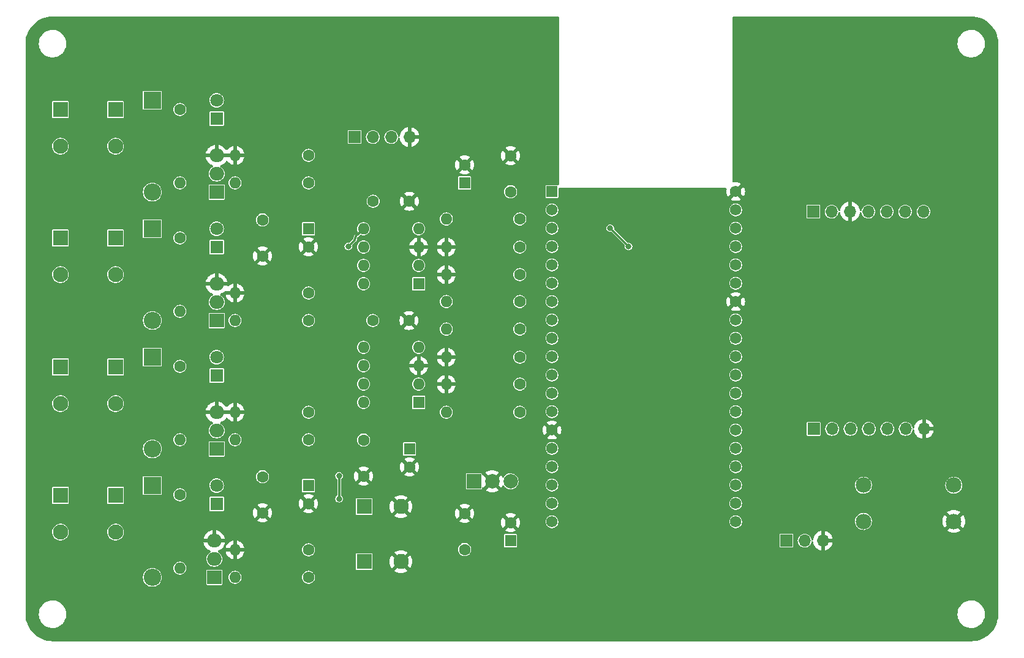
<source format=gbl>
G04 #@! TF.GenerationSoftware,KiCad,Pcbnew,(6.0.4)*
G04 #@! TF.CreationDate,2022-07-29T23:35:55-06:00*
G04 #@! TF.ProjectId,ESP32-Sprinkler-System,45535033-322d-4537-9072-696e6b6c6572,1*
G04 #@! TF.SameCoordinates,Original*
G04 #@! TF.FileFunction,Copper,L2,Bot*
G04 #@! TF.FilePolarity,Positive*
%FSLAX46Y46*%
G04 Gerber Fmt 4.6, Leading zero omitted, Abs format (unit mm)*
G04 Created by KiCad (PCBNEW (6.0.4)) date 2022-07-29 23:35:55*
%MOMM*%
%LPD*%
G01*
G04 APERTURE LIST*
G04 #@! TA.AperFunction,ComponentPad*
%ADD10R,1.600000X1.600000*%
G04 #@! TD*
G04 #@! TA.AperFunction,ComponentPad*
%ADD11O,1.600000X1.600000*%
G04 #@! TD*
G04 #@! TA.AperFunction,ComponentPad*
%ADD12C,1.600000*%
G04 #@! TD*
G04 #@! TA.AperFunction,ComponentPad*
%ADD13R,2.100000X2.100000*%
G04 #@! TD*
G04 #@! TA.AperFunction,ComponentPad*
%ADD14C,2.100000*%
G04 #@! TD*
G04 #@! TA.AperFunction,ComponentPad*
%ADD15R,1.700000X1.700000*%
G04 #@! TD*
G04 #@! TA.AperFunction,ComponentPad*
%ADD16O,1.700000X1.700000*%
G04 #@! TD*
G04 #@! TA.AperFunction,ComponentPad*
%ADD17R,1.800000X1.800000*%
G04 #@! TD*
G04 #@! TA.AperFunction,ComponentPad*
%ADD18C,1.800000*%
G04 #@! TD*
G04 #@! TA.AperFunction,ComponentPad*
%ADD19R,2.400000X2.400000*%
G04 #@! TD*
G04 #@! TA.AperFunction,ComponentPad*
%ADD20O,2.400000X2.400000*%
G04 #@! TD*
G04 #@! TA.AperFunction,ComponentPad*
%ADD21C,2.159000*%
G04 #@! TD*
G04 #@! TA.AperFunction,ComponentPad*
%ADD22R,2.000000X2.000000*%
G04 #@! TD*
G04 #@! TA.AperFunction,ComponentPad*
%ADD23C,2.000000*%
G04 #@! TD*
G04 #@! TA.AperFunction,ComponentPad*
%ADD24R,2.000000X1.905000*%
G04 #@! TD*
G04 #@! TA.AperFunction,ComponentPad*
%ADD25O,2.000000X1.905000*%
G04 #@! TD*
G04 #@! TA.AperFunction,ComponentPad*
%ADD26R,1.560000X1.560000*%
G04 #@! TD*
G04 #@! TA.AperFunction,ComponentPad*
%ADD27C,1.560000*%
G04 #@! TD*
G04 #@! TA.AperFunction,ViaPad*
%ADD28C,0.800000*%
G04 #@! TD*
G04 #@! TA.AperFunction,Conductor*
%ADD29C,0.300000*%
G04 #@! TD*
G04 APERTURE END LIST*
D10*
X112610000Y-106680000D03*
D11*
X112610000Y-104140000D03*
X112610000Y-101600000D03*
X112610000Y-99060000D03*
X104990000Y-99060000D03*
X104990000Y-101600000D03*
X104990000Y-104140000D03*
X104990000Y-106680000D03*
D10*
X97380000Y-82640000D03*
D12*
X97380000Y-85140000D03*
D13*
X70710000Y-101770000D03*
X63090000Y-101770000D03*
D14*
X70710000Y-106850000D03*
X63090000Y-106850000D03*
D12*
X126590000Y-88990000D03*
D11*
X116430000Y-88990000D03*
D15*
X167156200Y-80263200D03*
D16*
X169696200Y-80263200D03*
X172236200Y-80263200D03*
X174776200Y-80263200D03*
X177316200Y-80263200D03*
X179856200Y-80263200D03*
X182396200Y-80263200D03*
D10*
X112610000Y-90250000D03*
D11*
X112610000Y-87710000D03*
X112610000Y-85170000D03*
X112610000Y-82630000D03*
X104990000Y-82630000D03*
X104990000Y-85170000D03*
X104990000Y-87710000D03*
X104990000Y-90250000D03*
D12*
X126590000Y-92720000D03*
D11*
X116430000Y-92720000D03*
D10*
X125320000Y-125820000D03*
D12*
X125320000Y-123320000D03*
D10*
X97380000Y-118200000D03*
D12*
X97380000Y-120700000D03*
X97380000Y-130900000D03*
D11*
X87220000Y-130900000D03*
D12*
X126590000Y-96530000D03*
D11*
X116430000Y-96530000D03*
D12*
X97380000Y-95340000D03*
D11*
X87220000Y-95340000D03*
D17*
X84680000Y-67400000D03*
D18*
X84680000Y-64860000D03*
D12*
X126590000Y-104150000D03*
D11*
X116430000Y-104150000D03*
D13*
X105080000Y-121107500D03*
X105080000Y-128727500D03*
D14*
X110160000Y-121107500D03*
X110160000Y-128727500D03*
D12*
X79600000Y-101690000D03*
D11*
X79600000Y-111850000D03*
D19*
X75790000Y-64860000D03*
D20*
X75790000Y-77560000D03*
D17*
X84680000Y-102960000D03*
D18*
X84680000Y-100420000D03*
D12*
X126590000Y-100420000D03*
D11*
X116430000Y-100420000D03*
D21*
X174091600Y-118150640D03*
X186588400Y-118150640D03*
X174091600Y-123149360D03*
X186588400Y-123149360D03*
D19*
X75790000Y-118200000D03*
D20*
X75790000Y-130900000D03*
D22*
X120230000Y-117610000D03*
D23*
X122770000Y-117610000D03*
X125310000Y-117610000D03*
D12*
X106270000Y-95340000D03*
X111270000Y-95340000D03*
D19*
X75790000Y-100420000D03*
D20*
X75790000Y-113120000D03*
D12*
X79600000Y-66130000D03*
D11*
X79600000Y-76290000D03*
D12*
X97380000Y-72480000D03*
D11*
X87220000Y-72480000D03*
D12*
X79600000Y-119470000D03*
D11*
X79600000Y-129630000D03*
D12*
X97380000Y-127090000D03*
D11*
X87220000Y-127090000D03*
D24*
X84355000Y-130900000D03*
D25*
X84355000Y-128360000D03*
X84355000Y-125820000D03*
D17*
X84680000Y-85180000D03*
D18*
X84680000Y-82640000D03*
D12*
X126590000Y-108040000D03*
D11*
X116430000Y-108040000D03*
D12*
X106310000Y-78830000D03*
X111310000Y-78830000D03*
D13*
X70710000Y-119550000D03*
X63090000Y-119550000D03*
D14*
X70710000Y-124630000D03*
X63090000Y-124630000D03*
D12*
X97380000Y-76290000D03*
D11*
X87220000Y-76290000D03*
D12*
X105000000Y-111890000D03*
X105000000Y-116890000D03*
X97380000Y-91530000D03*
D11*
X87220000Y-91530000D03*
D15*
X167216000Y-110350700D03*
D16*
X169756000Y-110350700D03*
X172296000Y-110350700D03*
X174836000Y-110350700D03*
X177376000Y-110350700D03*
X179916000Y-110350700D03*
X182456000Y-110350700D03*
D12*
X79600000Y-83910000D03*
D11*
X79600000Y-94070000D03*
D19*
X75790000Y-82640000D03*
D20*
X75790000Y-95340000D03*
D15*
X103730000Y-69940000D03*
D16*
X106270000Y-69940000D03*
X108810000Y-69940000D03*
X111350000Y-69940000D03*
D12*
X118970000Y-127050000D03*
X118970000Y-122050000D03*
D26*
X131035000Y-77485000D03*
D27*
X131035000Y-80025000D03*
X131035000Y-82565000D03*
X131035000Y-85105000D03*
X131035000Y-87645000D03*
X131035000Y-90185000D03*
X131035000Y-92725000D03*
X131035000Y-95265000D03*
X131035000Y-97805000D03*
X131035000Y-100345000D03*
X131035000Y-102885000D03*
X131035000Y-105425000D03*
X131035000Y-107965000D03*
X131035000Y-110505000D03*
X131035000Y-113045000D03*
X131035000Y-115585000D03*
X131035000Y-118125000D03*
X131035000Y-120665000D03*
X131035000Y-123205000D03*
X156435000Y-77485000D03*
X156435000Y-80025000D03*
X156435000Y-82565000D03*
X156435000Y-85105000D03*
X156435000Y-87645000D03*
X156435000Y-90185000D03*
X156435000Y-92725000D03*
X156435000Y-95265000D03*
X156435000Y-97805000D03*
X156435000Y-100345000D03*
X156435000Y-102885000D03*
X156435000Y-105425000D03*
X156435000Y-107965000D03*
X156435000Y-110505000D03*
X156435000Y-113045000D03*
X156435000Y-115585000D03*
X156435000Y-118125000D03*
X156435000Y-120665000D03*
X156435000Y-123205000D03*
D24*
X84680000Y-113120000D03*
D25*
X84680000Y-110580000D03*
X84680000Y-108040000D03*
D12*
X91030000Y-81410000D03*
X91030000Y-86410000D03*
D10*
X118970000Y-76290000D03*
D12*
X118970000Y-73790000D03*
D10*
X111350000Y-113120000D03*
D12*
X111350000Y-115620000D03*
D17*
X84680000Y-120740000D03*
D18*
X84680000Y-118200000D03*
D13*
X70710000Y-83910000D03*
X63090000Y-83910000D03*
D14*
X70710000Y-88990000D03*
X63090000Y-88990000D03*
D12*
X97380000Y-111850000D03*
D11*
X87220000Y-111850000D03*
D12*
X126590000Y-81290000D03*
D11*
X116430000Y-81290000D03*
D24*
X84680000Y-77560000D03*
D25*
X84680000Y-75020000D03*
X84680000Y-72480000D03*
D15*
X163420000Y-125820000D03*
D16*
X165960000Y-125820000D03*
X168500000Y-125820000D03*
D13*
X70710000Y-66130000D03*
X63090000Y-66130000D03*
D14*
X70710000Y-71210000D03*
X63090000Y-71210000D03*
D12*
X91030000Y-116970000D03*
X91030000Y-121970000D03*
X125320000Y-77520000D03*
X125320000Y-72520000D03*
X97380000Y-108040000D03*
D11*
X87220000Y-108040000D03*
D24*
X84680000Y-95340000D03*
D25*
X84680000Y-92800000D03*
X84680000Y-90260000D03*
D12*
X126590000Y-85180000D03*
D11*
X116430000Y-85180000D03*
D28*
X139097896Y-82550000D03*
X141637896Y-85090000D03*
X101600000Y-116840000D03*
X101600000Y-120015000D03*
X102870000Y-85090000D03*
D29*
X141637896Y-85090000D02*
X139097896Y-82550000D01*
X101600000Y-120015000D02*
X101600000Y-116840000D01*
X103719791Y-84240208D02*
X102870000Y-85090000D01*
X103960208Y-83659791D02*
X104990000Y-82630000D01*
X103839995Y-83950000D02*
G75*
G02*
X103960208Y-83659791I410405J0D01*
G01*
X103840004Y-83950000D02*
G75*
G02*
X103719791Y-84240208I-410404J0D01*
G01*
G04 #@! TA.AperFunction,Conductor*
G36*
X131942121Y-53270502D02*
G01*
X131988614Y-53324158D01*
X132000000Y-53376500D01*
X132000000Y-76485798D01*
X131979998Y-76553919D01*
X131926342Y-76600412D01*
X131849419Y-76609377D01*
X131830969Y-76605707D01*
X131830965Y-76605707D01*
X131824899Y-76604500D01*
X131035383Y-76604500D01*
X130245102Y-76604501D01*
X130215787Y-76610331D01*
X130182543Y-76632543D01*
X130160331Y-76665787D01*
X130154500Y-76695101D01*
X130154501Y-78274898D01*
X130155709Y-78280971D01*
X130157911Y-78292042D01*
X130160331Y-78304213D01*
X130182543Y-78337457D01*
X130215787Y-78359669D01*
X130245101Y-78365500D01*
X131034617Y-78365500D01*
X131824898Y-78365499D01*
X131838810Y-78362732D01*
X131842045Y-78362089D01*
X131854213Y-78359669D01*
X131887457Y-78337457D01*
X131909669Y-78304213D01*
X131915500Y-78274899D01*
X131915499Y-77125999D01*
X131935501Y-77057879D01*
X131989157Y-77011386D01*
X132041499Y-77000000D01*
X155067313Y-77000000D01*
X155135434Y-77020002D01*
X155181927Y-77073658D01*
X155192031Y-77143932D01*
X155189019Y-77158612D01*
X155163147Y-77255166D01*
X155161243Y-77265964D01*
X155142559Y-77479525D01*
X155142559Y-77490475D01*
X155161243Y-77704036D01*
X155163145Y-77714823D01*
X155218630Y-77921894D01*
X155222378Y-77932190D01*
X155312972Y-78126473D01*
X155318455Y-78135968D01*
X155351870Y-78183689D01*
X155362347Y-78192064D01*
X155375794Y-78184996D01*
X156074658Y-77486132D01*
X156799408Y-77486132D01*
X156799539Y-77487965D01*
X156803790Y-77494580D01*
X157494927Y-78185717D01*
X157506702Y-78192147D01*
X157518717Y-78182851D01*
X157551545Y-78135968D01*
X157557028Y-78126473D01*
X157647622Y-77932190D01*
X157651370Y-77921894D01*
X157706855Y-77714823D01*
X157708757Y-77704036D01*
X157727441Y-77490475D01*
X157727441Y-77479525D01*
X157708757Y-77265964D01*
X157706855Y-77255177D01*
X157651370Y-77048106D01*
X157647622Y-77037810D01*
X157557028Y-76843527D01*
X157551545Y-76834032D01*
X157518130Y-76786311D01*
X157507653Y-76777936D01*
X157494206Y-76785004D01*
X156807022Y-77472188D01*
X156799408Y-77486132D01*
X156074658Y-77486132D01*
X157135717Y-76425073D01*
X157142147Y-76413298D01*
X157132851Y-76401283D01*
X157085968Y-76368455D01*
X157076473Y-76362972D01*
X156882190Y-76272378D01*
X156871894Y-76268630D01*
X156664823Y-76213145D01*
X156654036Y-76211243D01*
X156440475Y-76192559D01*
X156429525Y-76192559D01*
X156215967Y-76211243D01*
X156205173Y-76213146D01*
X156158611Y-76225622D01*
X156087634Y-76223932D01*
X156028839Y-76184138D01*
X156000891Y-76118873D01*
X156000000Y-76103915D01*
X156000000Y-57043233D01*
X187094906Y-57043233D01*
X187121102Y-57317792D01*
X187186657Y-57585694D01*
X187290199Y-57841326D01*
X187292500Y-57845256D01*
X187292503Y-57845262D01*
X187427255Y-58075403D01*
X187427260Y-58075410D01*
X187429558Y-58079335D01*
X187432405Y-58082895D01*
X187550028Y-58229974D01*
X187601816Y-58294732D01*
X187803364Y-58483008D01*
X188029979Y-58640216D01*
X188034055Y-58642244D01*
X188034057Y-58642245D01*
X188272827Y-58761032D01*
X188272830Y-58761033D01*
X188276914Y-58763065D01*
X188538998Y-58848980D01*
X188543489Y-58849760D01*
X188543490Y-58849760D01*
X188806957Y-58895506D01*
X188806965Y-58895507D01*
X188810738Y-58896162D01*
X188814575Y-58896353D01*
X188896305Y-58900422D01*
X188896313Y-58900422D01*
X188897876Y-58900500D01*
X189070070Y-58900500D01*
X189072338Y-58900335D01*
X189072350Y-58900335D01*
X189206603Y-58890594D01*
X189275083Y-58885625D01*
X189279538Y-58884641D01*
X189279541Y-58884641D01*
X189539947Y-58827148D01*
X189539950Y-58827147D01*
X189544403Y-58826164D01*
X189802319Y-58728449D01*
X190043428Y-58594525D01*
X190262678Y-58427198D01*
X190265873Y-58423930D01*
X190452283Y-58233242D01*
X190452287Y-58233237D01*
X190455477Y-58229974D01*
X190617787Y-58006984D01*
X190746206Y-57762899D01*
X190838045Y-57502832D01*
X190874516Y-57317792D01*
X190890499Y-57236704D01*
X190890500Y-57236698D01*
X190891380Y-57232232D01*
X190891607Y-57227676D01*
X190904867Y-56961336D01*
X190904867Y-56961330D01*
X190905094Y-56956767D01*
X190878898Y-56682208D01*
X190860592Y-56607394D01*
X190814429Y-56418744D01*
X190813343Y-56414306D01*
X190709801Y-56158674D01*
X190707500Y-56154744D01*
X190707497Y-56154738D01*
X190572745Y-55924597D01*
X190572740Y-55924590D01*
X190570442Y-55920665D01*
X190452927Y-55773720D01*
X190401036Y-55708834D01*
X190401035Y-55708833D01*
X190398184Y-55705268D01*
X190196636Y-55516992D01*
X189970021Y-55359784D01*
X189792667Y-55271551D01*
X189727173Y-55238968D01*
X189727170Y-55238967D01*
X189723086Y-55236935D01*
X189461002Y-55151020D01*
X189456510Y-55150240D01*
X189193043Y-55104494D01*
X189193035Y-55104493D01*
X189189262Y-55103838D01*
X189179029Y-55103329D01*
X189103695Y-55099578D01*
X189103687Y-55099578D01*
X189102124Y-55099500D01*
X188929930Y-55099500D01*
X188927662Y-55099665D01*
X188927650Y-55099665D01*
X188793397Y-55109406D01*
X188724917Y-55114375D01*
X188720462Y-55115359D01*
X188720459Y-55115359D01*
X188460053Y-55172852D01*
X188460050Y-55172853D01*
X188455597Y-55173836D01*
X188197681Y-55271551D01*
X187956572Y-55405475D01*
X187737322Y-55572802D01*
X187734129Y-55576068D01*
X187734127Y-55576070D01*
X187547717Y-55766758D01*
X187547713Y-55766763D01*
X187544523Y-55770026D01*
X187382213Y-55993016D01*
X187253794Y-56237101D01*
X187161955Y-56497168D01*
X187161075Y-56501634D01*
X187124587Y-56686760D01*
X187108620Y-56767768D01*
X187108393Y-56772322D01*
X187108393Y-56772324D01*
X187096436Y-57012504D01*
X187094906Y-57043233D01*
X156000000Y-57043233D01*
X156000000Y-53376500D01*
X156020002Y-53308379D01*
X156073658Y-53261886D01*
X156126000Y-53250500D01*
X188962915Y-53250500D01*
X188987496Y-53252921D01*
X188987828Y-53252987D01*
X188987829Y-53252987D01*
X189000000Y-53255408D01*
X189012171Y-53252987D01*
X189024582Y-53252987D01*
X189024582Y-53253026D01*
X189035310Y-53252235D01*
X189231766Y-53261886D01*
X189361337Y-53268251D01*
X189373633Y-53269462D01*
X189725375Y-53321639D01*
X189737481Y-53324046D01*
X190082414Y-53410447D01*
X190094246Y-53414036D01*
X190429044Y-53533829D01*
X190440468Y-53538561D01*
X190579684Y-53604405D01*
X190761912Y-53690592D01*
X190772813Y-53696419D01*
X191077805Y-53879225D01*
X191088086Y-53886095D01*
X191373691Y-54097913D01*
X191383230Y-54105740D01*
X191646716Y-54344551D01*
X191655449Y-54353284D01*
X191894260Y-54616770D01*
X191902087Y-54626309D01*
X192001246Y-54760010D01*
X192113905Y-54911914D01*
X192120775Y-54922195D01*
X192272573Y-55175453D01*
X192303581Y-55227187D01*
X192309410Y-55238092D01*
X192461439Y-55559532D01*
X192466171Y-55570956D01*
X192585964Y-55905754D01*
X192589553Y-55917584D01*
X192675954Y-56262519D01*
X192678361Y-56274625D01*
X192710736Y-56492876D01*
X192730537Y-56626362D01*
X192731749Y-56638663D01*
X192737871Y-56763296D01*
X192747765Y-56964690D01*
X192746974Y-56975418D01*
X192747013Y-56975418D01*
X192747013Y-56987829D01*
X192744592Y-57000000D01*
X192747013Y-57012171D01*
X192747013Y-57012172D01*
X192747079Y-57012504D01*
X192749500Y-57037085D01*
X192749500Y-135962915D01*
X192747079Y-135987496D01*
X192744592Y-136000000D01*
X192747013Y-136012171D01*
X192747013Y-136024582D01*
X192746974Y-136024582D01*
X192747765Y-136035310D01*
X192747376Y-136043233D01*
X192734112Y-136313240D01*
X192731749Y-136361332D01*
X192730538Y-136373633D01*
X192698454Y-136589925D01*
X192678363Y-136725366D01*
X192675954Y-136737481D01*
X192608447Y-137006984D01*
X192589553Y-137082414D01*
X192585964Y-137094246D01*
X192466171Y-137429044D01*
X192461439Y-137440468D01*
X192309410Y-137761908D01*
X192303583Y-137772808D01*
X192235964Y-137885625D01*
X192120775Y-138077805D01*
X192113905Y-138088086D01*
X191902087Y-138373691D01*
X191894260Y-138383230D01*
X191655454Y-138646711D01*
X191646716Y-138655449D01*
X191383230Y-138894260D01*
X191373691Y-138902087D01*
X191164636Y-139057132D01*
X191088086Y-139113905D01*
X191077805Y-139120775D01*
X190772813Y-139303581D01*
X190761912Y-139309408D01*
X190617482Y-139377718D01*
X190440468Y-139461439D01*
X190429044Y-139466171D01*
X190094246Y-139585964D01*
X190082416Y-139589553D01*
X189737481Y-139675954D01*
X189725375Y-139678361D01*
X189373633Y-139730538D01*
X189361337Y-139731749D01*
X189236423Y-139737885D01*
X189035310Y-139747765D01*
X189024582Y-139746974D01*
X189024582Y-139747013D01*
X189012171Y-139747013D01*
X189000000Y-139744592D01*
X188987829Y-139747013D01*
X188987828Y-139747013D01*
X188987496Y-139747079D01*
X188962915Y-139749500D01*
X62037085Y-139749500D01*
X62012504Y-139747079D01*
X62012172Y-139747013D01*
X62012171Y-139747013D01*
X62000000Y-139744592D01*
X61987829Y-139747013D01*
X61975418Y-139747013D01*
X61975418Y-139746974D01*
X61964690Y-139747765D01*
X61763577Y-139737885D01*
X61638663Y-139731749D01*
X61626367Y-139730538D01*
X61274625Y-139678361D01*
X61262519Y-139675954D01*
X60917584Y-139589553D01*
X60905754Y-139585964D01*
X60570956Y-139466171D01*
X60559532Y-139461439D01*
X60382518Y-139377718D01*
X60238088Y-139309408D01*
X60227187Y-139303581D01*
X59922195Y-139120775D01*
X59911914Y-139113905D01*
X59835364Y-139057132D01*
X59626309Y-138902087D01*
X59616770Y-138894260D01*
X59353284Y-138655449D01*
X59344546Y-138646711D01*
X59105740Y-138383230D01*
X59097913Y-138373691D01*
X58886095Y-138088086D01*
X58879225Y-138077805D01*
X58764036Y-137885625D01*
X58696417Y-137772808D01*
X58690590Y-137761908D01*
X58538561Y-137440468D01*
X58533829Y-137429044D01*
X58414036Y-137094246D01*
X58410447Y-137082414D01*
X58391553Y-137006984D01*
X58324046Y-136737481D01*
X58321637Y-136725366D01*
X58301547Y-136589925D01*
X58269462Y-136373633D01*
X58268251Y-136361332D01*
X58265889Y-136313240D01*
X58252624Y-136043233D01*
X60094906Y-136043233D01*
X60121102Y-136317792D01*
X60122187Y-136322226D01*
X60122188Y-136322232D01*
X60165288Y-136498366D01*
X60186657Y-136585694D01*
X60290199Y-136841326D01*
X60292500Y-136845256D01*
X60292503Y-136845262D01*
X60427255Y-137075403D01*
X60427260Y-137075410D01*
X60429558Y-137079335D01*
X60432405Y-137082895D01*
X60550028Y-137229974D01*
X60601816Y-137294732D01*
X60803364Y-137483008D01*
X61029979Y-137640216D01*
X61034055Y-137642244D01*
X61034057Y-137642245D01*
X61272827Y-137761032D01*
X61272830Y-137761033D01*
X61276914Y-137763065D01*
X61538998Y-137848980D01*
X61543489Y-137849760D01*
X61543490Y-137849760D01*
X61806957Y-137895506D01*
X61806965Y-137895507D01*
X61810738Y-137896162D01*
X61814575Y-137896353D01*
X61896305Y-137900422D01*
X61896313Y-137900422D01*
X61897876Y-137900500D01*
X62070070Y-137900500D01*
X62072338Y-137900335D01*
X62072350Y-137900335D01*
X62206603Y-137890594D01*
X62275083Y-137885625D01*
X62279538Y-137884641D01*
X62279541Y-137884641D01*
X62539947Y-137827148D01*
X62539950Y-137827147D01*
X62544403Y-137826164D01*
X62802319Y-137728449D01*
X63043428Y-137594525D01*
X63262678Y-137427198D01*
X63265873Y-137423930D01*
X63452283Y-137233242D01*
X63452287Y-137233237D01*
X63455477Y-137229974D01*
X63617787Y-137006984D01*
X63746206Y-136762899D01*
X63838045Y-136502832D01*
X63874516Y-136317792D01*
X63890499Y-136236704D01*
X63890500Y-136236698D01*
X63891380Y-136232232D01*
X63891607Y-136227676D01*
X63900790Y-136043233D01*
X187094906Y-136043233D01*
X187121102Y-136317792D01*
X187122187Y-136322226D01*
X187122188Y-136322232D01*
X187165288Y-136498366D01*
X187186657Y-136585694D01*
X187290199Y-136841326D01*
X187292500Y-136845256D01*
X187292503Y-136845262D01*
X187427255Y-137075403D01*
X187427260Y-137075410D01*
X187429558Y-137079335D01*
X187432405Y-137082895D01*
X187550028Y-137229974D01*
X187601816Y-137294732D01*
X187803364Y-137483008D01*
X188029979Y-137640216D01*
X188034055Y-137642244D01*
X188034057Y-137642245D01*
X188272827Y-137761032D01*
X188272830Y-137761033D01*
X188276914Y-137763065D01*
X188538998Y-137848980D01*
X188543489Y-137849760D01*
X188543490Y-137849760D01*
X188806957Y-137895506D01*
X188806965Y-137895507D01*
X188810738Y-137896162D01*
X188814575Y-137896353D01*
X188896305Y-137900422D01*
X188896313Y-137900422D01*
X188897876Y-137900500D01*
X189070070Y-137900500D01*
X189072338Y-137900335D01*
X189072350Y-137900335D01*
X189206603Y-137890594D01*
X189275083Y-137885625D01*
X189279538Y-137884641D01*
X189279541Y-137884641D01*
X189539947Y-137827148D01*
X189539950Y-137827147D01*
X189544403Y-137826164D01*
X189802319Y-137728449D01*
X190043428Y-137594525D01*
X190262678Y-137427198D01*
X190265873Y-137423930D01*
X190452283Y-137233242D01*
X190452287Y-137233237D01*
X190455477Y-137229974D01*
X190617787Y-137006984D01*
X190746206Y-136762899D01*
X190838045Y-136502832D01*
X190874516Y-136317792D01*
X190890499Y-136236704D01*
X190890500Y-136236698D01*
X190891380Y-136232232D01*
X190891607Y-136227676D01*
X190904867Y-135961336D01*
X190904867Y-135961330D01*
X190905094Y-135956767D01*
X190878898Y-135682208D01*
X190813343Y-135414306D01*
X190709801Y-135158674D01*
X190707500Y-135154744D01*
X190707497Y-135154738D01*
X190572745Y-134924597D01*
X190572740Y-134924590D01*
X190570442Y-134920665D01*
X190452927Y-134773720D01*
X190401036Y-134708834D01*
X190401035Y-134708833D01*
X190398184Y-134705268D01*
X190196636Y-134516992D01*
X189970021Y-134359784D01*
X189792667Y-134271551D01*
X189727173Y-134238968D01*
X189727170Y-134238967D01*
X189723086Y-134236935D01*
X189461002Y-134151020D01*
X189456510Y-134150240D01*
X189193043Y-134104494D01*
X189193035Y-134104493D01*
X189189262Y-134103838D01*
X189179029Y-134103329D01*
X189103695Y-134099578D01*
X189103687Y-134099578D01*
X189102124Y-134099500D01*
X188929930Y-134099500D01*
X188927662Y-134099665D01*
X188927650Y-134099665D01*
X188793397Y-134109406D01*
X188724917Y-134114375D01*
X188720462Y-134115359D01*
X188720459Y-134115359D01*
X188460053Y-134172852D01*
X188460050Y-134172853D01*
X188455597Y-134173836D01*
X188197681Y-134271551D01*
X187956572Y-134405475D01*
X187737322Y-134572802D01*
X187734129Y-134576068D01*
X187734127Y-134576070D01*
X187547717Y-134766758D01*
X187547713Y-134766763D01*
X187544523Y-134770026D01*
X187382213Y-134993016D01*
X187253794Y-135237101D01*
X187161955Y-135497168D01*
X187161075Y-135501634D01*
X187124587Y-135686760D01*
X187108620Y-135767768D01*
X187108393Y-135772322D01*
X187108393Y-135772324D01*
X187095835Y-136024582D01*
X187094906Y-136043233D01*
X63900790Y-136043233D01*
X63904867Y-135961336D01*
X63904867Y-135961330D01*
X63905094Y-135956767D01*
X63878898Y-135682208D01*
X63813343Y-135414306D01*
X63709801Y-135158674D01*
X63707500Y-135154744D01*
X63707497Y-135154738D01*
X63572745Y-134924597D01*
X63572740Y-134924590D01*
X63570442Y-134920665D01*
X63452927Y-134773720D01*
X63401036Y-134708834D01*
X63401035Y-134708833D01*
X63398184Y-134705268D01*
X63196636Y-134516992D01*
X62970021Y-134359784D01*
X62792667Y-134271551D01*
X62727173Y-134238968D01*
X62727170Y-134238967D01*
X62723086Y-134236935D01*
X62461002Y-134151020D01*
X62456510Y-134150240D01*
X62193043Y-134104494D01*
X62193035Y-134104493D01*
X62189262Y-134103838D01*
X62179029Y-134103329D01*
X62103695Y-134099578D01*
X62103687Y-134099578D01*
X62102124Y-134099500D01*
X61929930Y-134099500D01*
X61927662Y-134099665D01*
X61927650Y-134099665D01*
X61793397Y-134109406D01*
X61724917Y-134114375D01*
X61720462Y-134115359D01*
X61720459Y-134115359D01*
X61460053Y-134172852D01*
X61460050Y-134172853D01*
X61455597Y-134173836D01*
X61197681Y-134271551D01*
X60956572Y-134405475D01*
X60737322Y-134572802D01*
X60734129Y-134576068D01*
X60734127Y-134576070D01*
X60547717Y-134766758D01*
X60547713Y-134766763D01*
X60544523Y-134770026D01*
X60382213Y-134993016D01*
X60253794Y-135237101D01*
X60161955Y-135497168D01*
X60161075Y-135501634D01*
X60124587Y-135686760D01*
X60108620Y-135767768D01*
X60108393Y-135772322D01*
X60108393Y-135772324D01*
X60095835Y-136024582D01*
X60094906Y-136043233D01*
X58252624Y-136043233D01*
X58252235Y-136035310D01*
X58253026Y-136024582D01*
X58252987Y-136024582D01*
X58252987Y-136012171D01*
X58255408Y-136000000D01*
X58252921Y-135987496D01*
X58250500Y-135962915D01*
X58250500Y-130900000D01*
X74484532Y-130900000D01*
X74504365Y-131126692D01*
X74563261Y-131346496D01*
X74659432Y-131552734D01*
X74789953Y-131739139D01*
X74950861Y-131900047D01*
X75137266Y-132030568D01*
X75142244Y-132032889D01*
X75142247Y-132032891D01*
X75338522Y-132124416D01*
X75343504Y-132126739D01*
X75348812Y-132128161D01*
X75348814Y-132128162D01*
X75557993Y-132184211D01*
X75557995Y-132184211D01*
X75563308Y-132185635D01*
X75790000Y-132205468D01*
X76016692Y-132185635D01*
X76022005Y-132184211D01*
X76022007Y-132184211D01*
X76231186Y-132128162D01*
X76231188Y-132128161D01*
X76236496Y-132126739D01*
X76241478Y-132124416D01*
X76437753Y-132032891D01*
X76437756Y-132032889D01*
X76442734Y-132030568D01*
X76629139Y-131900047D01*
X76790047Y-131739139D01*
X76920568Y-131552734D01*
X77016739Y-131346496D01*
X77075635Y-131126692D01*
X77095468Y-130900000D01*
X77075635Y-130673308D01*
X77036162Y-130525993D01*
X77018162Y-130458814D01*
X77018161Y-130458812D01*
X77016739Y-130453504D01*
X76940463Y-130289930D01*
X76922891Y-130252247D01*
X76922889Y-130252244D01*
X76920568Y-130247266D01*
X76790047Y-130060861D01*
X76629139Y-129899953D01*
X76442734Y-129769432D01*
X76437756Y-129767111D01*
X76437753Y-129767109D01*
X76241478Y-129675584D01*
X76241476Y-129675583D01*
X76236496Y-129673261D01*
X76231188Y-129671839D01*
X76231186Y-129671838D01*
X76075043Y-129630000D01*
X78694540Y-129630000D01*
X78695230Y-129636565D01*
X78712885Y-129804542D01*
X78714326Y-129818256D01*
X78772821Y-129998284D01*
X78776124Y-130004006D01*
X78776125Y-130004007D01*
X78796245Y-130038856D01*
X78867467Y-130162216D01*
X78871885Y-130167123D01*
X78871886Y-130167124D01*
X78982462Y-130289930D01*
X78994129Y-130302888D01*
X79147270Y-130414151D01*
X79320197Y-130491144D01*
X79418212Y-130511978D01*
X79498897Y-130529128D01*
X79498901Y-130529128D01*
X79505354Y-130530500D01*
X79694646Y-130530500D01*
X79701099Y-130529128D01*
X79701103Y-130529128D01*
X79781788Y-130511978D01*
X79879803Y-130491144D01*
X80052730Y-130414151D01*
X80205871Y-130302888D01*
X80217539Y-130289930D01*
X80328114Y-130167124D01*
X80328115Y-130167123D01*
X80332533Y-130162216D01*
X80403755Y-130038856D01*
X80423875Y-130004007D01*
X80423876Y-130004006D01*
X80427179Y-129998284D01*
X80446896Y-129937601D01*
X83254500Y-129937601D01*
X83254501Y-131862398D01*
X83255709Y-131868471D01*
X83257911Y-131879542D01*
X83260331Y-131891713D01*
X83282543Y-131924957D01*
X83315787Y-131947169D01*
X83345101Y-131953000D01*
X84354510Y-131953000D01*
X85364898Y-131952999D01*
X85378810Y-131950232D01*
X85382045Y-131949589D01*
X85394213Y-131947169D01*
X85427457Y-131924957D01*
X85449669Y-131891713D01*
X85455500Y-131862399D01*
X85455499Y-130900000D01*
X86314540Y-130900000D01*
X86334326Y-131088256D01*
X86392821Y-131268284D01*
X86487467Y-131432216D01*
X86491885Y-131437123D01*
X86491886Y-131437124D01*
X86600039Y-131557239D01*
X86614129Y-131572888D01*
X86767270Y-131684151D01*
X86940197Y-131761144D01*
X87038212Y-131781978D01*
X87118897Y-131799128D01*
X87118901Y-131799128D01*
X87125354Y-131800500D01*
X87314646Y-131800500D01*
X87321099Y-131799128D01*
X87321103Y-131799128D01*
X87401788Y-131781978D01*
X87499803Y-131761144D01*
X87672730Y-131684151D01*
X87825871Y-131572888D01*
X87839962Y-131557239D01*
X87948114Y-131437124D01*
X87948115Y-131437123D01*
X87952533Y-131432216D01*
X88047179Y-131268284D01*
X88105674Y-131088256D01*
X88125460Y-130900000D01*
X96474540Y-130900000D01*
X96494326Y-131088256D01*
X96552821Y-131268284D01*
X96647467Y-131432216D01*
X96651885Y-131437123D01*
X96651886Y-131437124D01*
X96760039Y-131557239D01*
X96774129Y-131572888D01*
X96927270Y-131684151D01*
X97100197Y-131761144D01*
X97198212Y-131781978D01*
X97278897Y-131799128D01*
X97278901Y-131799128D01*
X97285354Y-131800500D01*
X97474646Y-131800500D01*
X97481099Y-131799128D01*
X97481103Y-131799128D01*
X97561788Y-131781978D01*
X97659803Y-131761144D01*
X97832730Y-131684151D01*
X97985871Y-131572888D01*
X97999962Y-131557239D01*
X98108114Y-131437124D01*
X98108115Y-131437123D01*
X98112533Y-131432216D01*
X98207179Y-131268284D01*
X98265674Y-131088256D01*
X98285460Y-130900000D01*
X98265674Y-130711744D01*
X98207179Y-130531716D01*
X98184548Y-130492517D01*
X98115836Y-130373505D01*
X98112533Y-130367784D01*
X98025807Y-130271465D01*
X97990286Y-130232015D01*
X97990284Y-130232014D01*
X97985871Y-130227112D01*
X97832730Y-130115849D01*
X97659803Y-130038856D01*
X97561788Y-130018022D01*
X97481103Y-130000872D01*
X97481099Y-130000872D01*
X97474646Y-129999500D01*
X97285354Y-129999500D01*
X97278901Y-130000872D01*
X97278897Y-130000872D01*
X97198212Y-130018022D01*
X97100197Y-130038856D01*
X96927270Y-130115849D01*
X96774129Y-130227112D01*
X96769716Y-130232014D01*
X96769714Y-130232015D01*
X96734193Y-130271465D01*
X96647467Y-130367784D01*
X96644164Y-130373505D01*
X96575453Y-130492517D01*
X96552821Y-130531716D01*
X96494326Y-130711744D01*
X96474540Y-130900000D01*
X88125460Y-130900000D01*
X88105674Y-130711744D01*
X88047179Y-130531716D01*
X88024548Y-130492517D01*
X87955836Y-130373505D01*
X87952533Y-130367784D01*
X87865807Y-130271465D01*
X87830286Y-130232015D01*
X87830284Y-130232014D01*
X87825871Y-130227112D01*
X87672730Y-130115849D01*
X87499803Y-130038856D01*
X87401788Y-130018022D01*
X87321103Y-130000872D01*
X87321099Y-130000872D01*
X87314646Y-129999500D01*
X87125354Y-129999500D01*
X87118901Y-130000872D01*
X87118897Y-130000872D01*
X87038212Y-130018022D01*
X86940197Y-130038856D01*
X86767270Y-130115849D01*
X86614129Y-130227112D01*
X86609716Y-130232014D01*
X86609714Y-130232015D01*
X86574193Y-130271465D01*
X86487467Y-130367784D01*
X86484164Y-130373505D01*
X86415453Y-130492517D01*
X86392821Y-130531716D01*
X86334326Y-130711744D01*
X86314540Y-130900000D01*
X85455499Y-130900000D01*
X85455499Y-129996530D01*
X109255800Y-129996530D01*
X109261527Y-130004180D01*
X109446272Y-130117393D01*
X109455067Y-130121875D01*
X109672490Y-130211934D01*
X109681875Y-130214983D01*
X109910708Y-130269922D01*
X109920455Y-130271465D01*
X110155070Y-130289930D01*
X110164930Y-130289930D01*
X110399545Y-130271465D01*
X110409292Y-130269922D01*
X110638125Y-130214983D01*
X110647510Y-130211934D01*
X110864933Y-130121875D01*
X110873728Y-130117393D01*
X111054805Y-130006428D01*
X111064267Y-129995970D01*
X111060484Y-129987194D01*
X110172812Y-129099522D01*
X110158868Y-129091908D01*
X110157035Y-129092039D01*
X110150420Y-129096290D01*
X109262560Y-129984150D01*
X109255800Y-129996530D01*
X85455499Y-129996530D01*
X85455499Y-129937602D01*
X85452732Y-129923690D01*
X85452089Y-129920455D01*
X85449669Y-129908287D01*
X85427457Y-129875043D01*
X85394213Y-129852831D01*
X85364899Y-129847000D01*
X84355490Y-129847000D01*
X83345102Y-129847001D01*
X83331190Y-129849768D01*
X83327961Y-129850410D01*
X83315787Y-129852831D01*
X83282543Y-129875043D01*
X83260331Y-129908287D01*
X83254500Y-129937601D01*
X80446896Y-129937601D01*
X80485674Y-129818256D01*
X80487116Y-129804542D01*
X80504770Y-129636565D01*
X80505460Y-129630000D01*
X80485674Y-129441744D01*
X80427179Y-129261716D01*
X80332533Y-129097784D01*
X80205871Y-128957112D01*
X80052730Y-128845849D01*
X79879803Y-128768856D01*
X79781788Y-128748022D01*
X79701103Y-128730872D01*
X79701099Y-128730872D01*
X79694646Y-128729500D01*
X79505354Y-128729500D01*
X79498901Y-128730872D01*
X79498897Y-128730872D01*
X79418212Y-128748022D01*
X79320197Y-128768856D01*
X79147270Y-128845849D01*
X78994129Y-128957112D01*
X78867467Y-129097784D01*
X78772821Y-129261716D01*
X78714326Y-129441744D01*
X78694540Y-129630000D01*
X76075043Y-129630000D01*
X76022007Y-129615789D01*
X76022005Y-129615789D01*
X76016692Y-129614365D01*
X75790000Y-129594532D01*
X75563308Y-129614365D01*
X75557995Y-129615789D01*
X75557993Y-129615789D01*
X75348814Y-129671838D01*
X75348812Y-129671839D01*
X75343504Y-129673261D01*
X75338524Y-129675583D01*
X75338522Y-129675584D01*
X75142247Y-129767109D01*
X75142244Y-129767111D01*
X75137266Y-129769432D01*
X74950861Y-129899953D01*
X74789953Y-130060861D01*
X74659432Y-130247266D01*
X74657111Y-130252244D01*
X74657109Y-130252247D01*
X74639537Y-130289930D01*
X74563261Y-130453504D01*
X74561839Y-130458812D01*
X74561838Y-130458814D01*
X74543838Y-130525993D01*
X74504365Y-130673308D01*
X74484532Y-130900000D01*
X58250500Y-130900000D01*
X58250500Y-126092194D01*
X82871573Y-126092194D01*
X82881110Y-126154515D01*
X82883499Y-126164543D01*
X82954898Y-126382988D01*
X82958895Y-126392497D01*
X83065011Y-126596344D01*
X83070505Y-126605069D01*
X83208493Y-126788852D01*
X83215336Y-126796559D01*
X83381491Y-126955339D01*
X83389501Y-126961826D01*
X83579347Y-127091330D01*
X83588321Y-127096429D01*
X83796776Y-127193190D01*
X83805551Y-127196418D01*
X83862577Y-127238709D01*
X83887686Y-127305117D01*
X83872906Y-127374558D01*
X83821202Y-127425921D01*
X83727409Y-127475792D01*
X83721959Y-127478690D01*
X83561930Y-127609207D01*
X83430299Y-127768321D01*
X83427368Y-127773742D01*
X83335011Y-127944552D01*
X83335009Y-127944557D01*
X83332081Y-127949972D01*
X83271016Y-128147240D01*
X83270372Y-128153365D01*
X83270372Y-128153366D01*
X83268848Y-128167872D01*
X83249431Y-128352613D01*
X83268147Y-128558267D01*
X83269885Y-128564173D01*
X83269886Y-128564177D01*
X83313910Y-128713757D01*
X83326451Y-128756369D01*
X83329305Y-128761828D01*
X83419269Y-128933914D01*
X83419272Y-128933918D01*
X83422124Y-128939374D01*
X83425984Y-128944174D01*
X83425984Y-128944175D01*
X83436386Y-128957112D01*
X83551520Y-129100310D01*
X83709711Y-129233048D01*
X83890672Y-129332533D01*
X84087510Y-129394973D01*
X84093627Y-129395659D01*
X84093631Y-129395660D01*
X84169665Y-129404188D01*
X84248223Y-129413000D01*
X84454463Y-129413000D01*
X84608018Y-129397944D01*
X84805709Y-129338258D01*
X84937843Y-129268001D01*
X84982595Y-129244206D01*
X84982597Y-129244204D01*
X84988041Y-129241310D01*
X85148070Y-129110793D01*
X85279701Y-128951679D01*
X85297945Y-128917937D01*
X85374989Y-128775448D01*
X85374991Y-128775443D01*
X85377919Y-128770028D01*
X85438984Y-128572760D01*
X85440507Y-128558267D01*
X85459925Y-128373516D01*
X85459925Y-128373514D01*
X85460569Y-128367387D01*
X85448975Y-128239990D01*
X85442412Y-128167872D01*
X85442411Y-128167869D01*
X85441853Y-128161733D01*
X85439391Y-128153366D01*
X85385288Y-127969540D01*
X85383549Y-127963631D01*
X85334741Y-127870270D01*
X85290731Y-127786086D01*
X85290728Y-127786082D01*
X85287876Y-127780626D01*
X85274168Y-127763576D01*
X85237511Y-127717985D01*
X85158480Y-127619690D01*
X85000289Y-127486952D01*
X84885730Y-127423972D01*
X84835674Y-127373629D01*
X84832004Y-127356522D01*
X85937273Y-127356522D01*
X85984764Y-127533761D01*
X85988510Y-127544053D01*
X86080586Y-127741511D01*
X86086069Y-127751007D01*
X86211028Y-127929467D01*
X86218084Y-127937875D01*
X86372125Y-128091916D01*
X86380533Y-128098972D01*
X86558993Y-128223931D01*
X86568489Y-128229414D01*
X86765947Y-128321490D01*
X86776239Y-128325236D01*
X86948503Y-128371394D01*
X86962599Y-128371058D01*
X86966000Y-128363116D01*
X86966000Y-128357967D01*
X87474000Y-128357967D01*
X87477973Y-128371498D01*
X87486522Y-128372727D01*
X87663761Y-128325236D01*
X87674053Y-128321490D01*
X87871511Y-128229414D01*
X87881007Y-128223931D01*
X88059467Y-128098972D01*
X88067875Y-128091916D01*
X88221916Y-127937875D01*
X88228972Y-127929467D01*
X88353931Y-127751007D01*
X88359414Y-127741511D01*
X88451490Y-127544053D01*
X88455236Y-127533761D01*
X88501394Y-127361497D01*
X88501058Y-127347401D01*
X88493116Y-127344000D01*
X87492115Y-127344000D01*
X87476876Y-127348475D01*
X87475671Y-127349865D01*
X87474000Y-127357548D01*
X87474000Y-128357967D01*
X86966000Y-128357967D01*
X86966000Y-127362115D01*
X86961525Y-127346876D01*
X86960135Y-127345671D01*
X86952452Y-127344000D01*
X85952033Y-127344000D01*
X85938502Y-127347973D01*
X85937273Y-127356522D01*
X84832004Y-127356522D01*
X84820781Y-127304212D01*
X84845782Y-127237763D01*
X84896192Y-127198010D01*
X85090289Y-127113615D01*
X85099364Y-127108749D01*
X85128345Y-127090000D01*
X96474540Y-127090000D01*
X96475230Y-127096565D01*
X96490170Y-127238709D01*
X96494326Y-127278256D01*
X96552821Y-127458284D01*
X96556124Y-127464006D01*
X96556125Y-127464007D01*
X96602340Y-127544053D01*
X96647467Y-127622216D01*
X96651885Y-127627123D01*
X96651886Y-127627124D01*
X96738113Y-127722888D01*
X96774129Y-127762888D01*
X96779468Y-127766767D01*
X96872215Y-127834151D01*
X96927270Y-127874151D01*
X97100197Y-127951144D01*
X97186744Y-127969540D01*
X97278897Y-127989128D01*
X97278901Y-127989128D01*
X97285354Y-127990500D01*
X97474646Y-127990500D01*
X97481099Y-127989128D01*
X97481103Y-127989128D01*
X97573256Y-127969540D01*
X97659803Y-127951144D01*
X97832730Y-127874151D01*
X97887786Y-127834151D01*
X97980532Y-127766767D01*
X97985871Y-127762888D01*
X98021888Y-127722888D01*
X98071668Y-127667601D01*
X103929500Y-127667601D01*
X103929501Y-129787398D01*
X103930709Y-129793471D01*
X103932911Y-129804542D01*
X103935331Y-129816713D01*
X103957543Y-129849957D01*
X103990787Y-129872169D01*
X104020101Y-129878000D01*
X105079486Y-129878000D01*
X106139898Y-129877999D01*
X106154762Y-129875043D01*
X106157045Y-129874589D01*
X106169213Y-129872169D01*
X106202457Y-129849957D01*
X106224669Y-129816713D01*
X106230500Y-129787399D01*
X106230500Y-128732430D01*
X108597570Y-128732430D01*
X108616035Y-128967045D01*
X108617578Y-128976792D01*
X108672517Y-129205625D01*
X108675566Y-129215010D01*
X108765625Y-129432433D01*
X108770107Y-129441228D01*
X108881072Y-129622305D01*
X108891530Y-129631767D01*
X108900306Y-129627984D01*
X109787978Y-128740312D01*
X109794356Y-128728632D01*
X110524408Y-128728632D01*
X110524539Y-128730465D01*
X110528790Y-128737080D01*
X111416650Y-129624940D01*
X111429030Y-129631700D01*
X111436680Y-129625973D01*
X111549893Y-129441228D01*
X111554375Y-129432433D01*
X111644434Y-129215010D01*
X111647483Y-129205625D01*
X111702422Y-128976792D01*
X111703965Y-128967045D01*
X111722430Y-128732430D01*
X111722430Y-128722570D01*
X111703965Y-128487955D01*
X111702422Y-128478208D01*
X111647483Y-128249375D01*
X111644434Y-128239990D01*
X111554375Y-128022567D01*
X111549893Y-128013772D01*
X111438928Y-127832695D01*
X111428470Y-127823233D01*
X111419694Y-127827016D01*
X110532022Y-128714688D01*
X110524408Y-128728632D01*
X109794356Y-128728632D01*
X109795592Y-128726368D01*
X109795461Y-128724535D01*
X109791210Y-128717920D01*
X108903350Y-127830060D01*
X108890970Y-127823300D01*
X108883320Y-127829027D01*
X108770107Y-128013772D01*
X108765625Y-128022567D01*
X108675566Y-128239990D01*
X108672517Y-128249375D01*
X108617578Y-128478208D01*
X108616035Y-128487955D01*
X108597570Y-128722570D01*
X108597570Y-128732430D01*
X106230500Y-128732430D01*
X106230499Y-127667602D01*
X106227732Y-127653690D01*
X106227089Y-127650455D01*
X106224669Y-127638287D01*
X106202457Y-127605043D01*
X106169213Y-127582831D01*
X106139899Y-127577000D01*
X105080514Y-127577000D01*
X104020102Y-127577001D01*
X104006190Y-127579768D01*
X104002961Y-127580410D01*
X103990787Y-127582831D01*
X103957543Y-127605043D01*
X103935331Y-127638287D01*
X103929500Y-127667601D01*
X98071668Y-127667601D01*
X98108114Y-127627124D01*
X98108115Y-127627123D01*
X98112533Y-127622216D01*
X98157660Y-127544053D01*
X98203875Y-127464007D01*
X98203876Y-127464006D01*
X98206748Y-127459030D01*
X109255733Y-127459030D01*
X109259516Y-127467806D01*
X110147188Y-128355478D01*
X110161132Y-128363092D01*
X110162965Y-128362961D01*
X110169580Y-128358710D01*
X111057440Y-127470850D01*
X111064200Y-127458470D01*
X111058473Y-127450820D01*
X110873728Y-127337607D01*
X110864933Y-127333125D01*
X110647510Y-127243066D01*
X110638125Y-127240017D01*
X110409292Y-127185078D01*
X110399545Y-127183535D01*
X110164930Y-127165070D01*
X110155070Y-127165070D01*
X109920455Y-127183535D01*
X109910708Y-127185078D01*
X109681875Y-127240017D01*
X109672490Y-127243066D01*
X109455067Y-127333125D01*
X109446272Y-127337607D01*
X109265195Y-127448572D01*
X109255733Y-127459030D01*
X98206748Y-127459030D01*
X98207179Y-127458284D01*
X98265674Y-127278256D01*
X98269831Y-127238709D01*
X98284770Y-127096565D01*
X98285460Y-127090000D01*
X98281256Y-127050000D01*
X118064540Y-127050000D01*
X118065230Y-127056565D01*
X118075422Y-127153534D01*
X118084326Y-127238256D01*
X118142821Y-127418284D01*
X118146124Y-127424006D01*
X118146125Y-127424007D01*
X118162286Y-127451999D01*
X118237467Y-127582216D01*
X118241885Y-127587123D01*
X118241886Y-127587124D01*
X118298913Y-127650458D01*
X118364129Y-127722888D01*
X118369468Y-127726767D01*
X118502243Y-127823233D01*
X118517270Y-127834151D01*
X118690197Y-127911144D01*
X118776401Y-127929467D01*
X118868897Y-127949128D01*
X118868901Y-127949128D01*
X118875354Y-127950500D01*
X119064646Y-127950500D01*
X119071099Y-127949128D01*
X119071103Y-127949128D01*
X119163599Y-127929467D01*
X119249803Y-127911144D01*
X119422730Y-127834151D01*
X119437758Y-127823233D01*
X119570532Y-127726767D01*
X119575871Y-127722888D01*
X119641088Y-127650458D01*
X119698114Y-127587124D01*
X119698115Y-127587123D01*
X119702533Y-127582216D01*
X119777714Y-127451999D01*
X119793875Y-127424007D01*
X119793876Y-127424006D01*
X119797179Y-127418284D01*
X119855674Y-127238256D01*
X119864579Y-127153534D01*
X119874770Y-127056565D01*
X119875460Y-127050000D01*
X119855674Y-126861744D01*
X119797179Y-126681716D01*
X119790144Y-126669530D01*
X119705836Y-126523505D01*
X119702533Y-126517784D01*
X119698114Y-126512876D01*
X119580286Y-126382015D01*
X119580284Y-126382014D01*
X119575871Y-126377112D01*
X119483127Y-126309730D01*
X119428072Y-126269730D01*
X119428071Y-126269729D01*
X119422730Y-126265849D01*
X119249803Y-126188856D01*
X119140711Y-126165668D01*
X119071103Y-126150872D01*
X119071099Y-126150872D01*
X119064646Y-126149500D01*
X118875354Y-126149500D01*
X118868901Y-126150872D01*
X118868897Y-126150872D01*
X118799289Y-126165668D01*
X118690197Y-126188856D01*
X118517270Y-126265849D01*
X118511929Y-126269729D01*
X118511928Y-126269730D01*
X118456873Y-126309730D01*
X118364129Y-126377112D01*
X118359716Y-126382014D01*
X118359714Y-126382015D01*
X118241886Y-126512876D01*
X118237467Y-126517784D01*
X118234164Y-126523505D01*
X118149857Y-126669530D01*
X118142821Y-126681716D01*
X118084326Y-126861744D01*
X118064540Y-127050000D01*
X98281256Y-127050000D01*
X98265674Y-126901744D01*
X98207179Y-126721716D01*
X98203111Y-126714669D01*
X98115836Y-126563505D01*
X98112533Y-126557784D01*
X98108114Y-126552876D01*
X97990286Y-126422015D01*
X97990284Y-126422014D01*
X97985871Y-126417112D01*
X97928200Y-126375212D01*
X97838072Y-126309730D01*
X97838071Y-126309729D01*
X97832730Y-126305849D01*
X97659803Y-126228856D01*
X97561788Y-126208022D01*
X97481103Y-126190872D01*
X97481099Y-126190872D01*
X97474646Y-126189500D01*
X97285354Y-126189500D01*
X97278901Y-126190872D01*
X97278897Y-126190872D01*
X97198212Y-126208022D01*
X97100197Y-126228856D01*
X96927270Y-126305849D01*
X96921929Y-126309729D01*
X96921928Y-126309730D01*
X96831800Y-126375212D01*
X96774129Y-126417112D01*
X96769716Y-126422014D01*
X96769714Y-126422015D01*
X96651886Y-126552876D01*
X96647467Y-126557784D01*
X96644164Y-126563505D01*
X96556890Y-126714669D01*
X96552821Y-126721716D01*
X96494326Y-126901744D01*
X96474540Y-127090000D01*
X85128345Y-127090000D01*
X85292327Y-126983915D01*
X85300498Y-126977622D01*
X85470480Y-126822950D01*
X85474628Y-126818503D01*
X85938606Y-126818503D01*
X85938942Y-126832599D01*
X85946884Y-126836000D01*
X86947885Y-126836000D01*
X86963124Y-126831525D01*
X86964329Y-126830135D01*
X86966000Y-126822452D01*
X86966000Y-126817885D01*
X87474000Y-126817885D01*
X87478475Y-126833124D01*
X87479865Y-126834329D01*
X87487548Y-126836000D01*
X88487967Y-126836000D01*
X88501498Y-126832027D01*
X88502727Y-126823478D01*
X88455236Y-126646239D01*
X88451490Y-126635947D01*
X88359414Y-126438489D01*
X88353931Y-126428993D01*
X88228972Y-126250533D01*
X88221916Y-126242125D01*
X88067875Y-126088084D01*
X88059467Y-126081028D01*
X87881007Y-125956069D01*
X87871511Y-125950586D01*
X87674053Y-125858510D01*
X87663761Y-125854764D01*
X87491497Y-125808606D01*
X87477401Y-125808942D01*
X87474000Y-125816884D01*
X87474000Y-126817885D01*
X86966000Y-126817885D01*
X86966000Y-125822033D01*
X86962027Y-125808502D01*
X86953478Y-125807273D01*
X86776239Y-125854764D01*
X86765947Y-125858510D01*
X86568489Y-125950586D01*
X86558993Y-125956069D01*
X86380533Y-126081028D01*
X86372125Y-126088084D01*
X86218084Y-126242125D01*
X86211028Y-126250533D01*
X86086069Y-126428993D01*
X86080586Y-126438489D01*
X85988510Y-126635947D01*
X85984764Y-126646239D01*
X85938606Y-126818503D01*
X85474628Y-126818503D01*
X85477506Y-126815417D01*
X85619945Y-126635056D01*
X85625650Y-126626469D01*
X85736714Y-126425278D01*
X85740944Y-126415866D01*
X85817659Y-126199232D01*
X85820293Y-126189261D01*
X85837647Y-126091837D01*
X85836187Y-126078540D01*
X85821630Y-126074000D01*
X82886904Y-126074000D01*
X82873560Y-126077918D01*
X82871573Y-126092194D01*
X58250500Y-126092194D01*
X58250500Y-124599754D01*
X61934967Y-124599754D01*
X61948796Y-124810749D01*
X61950217Y-124816345D01*
X61950218Y-124816350D01*
X61986727Y-124960101D01*
X62000845Y-125015690D01*
X62089369Y-125207714D01*
X62211405Y-125380391D01*
X62362865Y-125527937D01*
X62367661Y-125531142D01*
X62367664Y-125531144D01*
X62493993Y-125615554D01*
X62538677Y-125645411D01*
X62543985Y-125647692D01*
X62543986Y-125647692D01*
X62727650Y-125726600D01*
X62727653Y-125726601D01*
X62732953Y-125728878D01*
X62738582Y-125730152D01*
X62738583Y-125730152D01*
X62933550Y-125774269D01*
X62933553Y-125774269D01*
X62939186Y-125775544D01*
X62944957Y-125775771D01*
X62944959Y-125775771D01*
X63006989Y-125778208D01*
X63150470Y-125783846D01*
X63156179Y-125783018D01*
X63156183Y-125783018D01*
X63354015Y-125754333D01*
X63354019Y-125754332D01*
X63359730Y-125753504D01*
X63438987Y-125726600D01*
X63554483Y-125687395D01*
X63554488Y-125687393D01*
X63559955Y-125685537D01*
X63596139Y-125665273D01*
X63739395Y-125585046D01*
X63739399Y-125585043D01*
X63744442Y-125582219D01*
X63907012Y-125447012D01*
X64042219Y-125284442D01*
X64045043Y-125279399D01*
X64045046Y-125279395D01*
X64142713Y-125104998D01*
X64142714Y-125104996D01*
X64145537Y-125099955D01*
X64147393Y-125094488D01*
X64147395Y-125094483D01*
X64198831Y-124942955D01*
X64213504Y-124899730D01*
X64214821Y-124890651D01*
X64243314Y-124694140D01*
X64243314Y-124694138D01*
X64243846Y-124690470D01*
X64245429Y-124630000D01*
X64242650Y-124599754D01*
X69554967Y-124599754D01*
X69568796Y-124810749D01*
X69570217Y-124816345D01*
X69570218Y-124816350D01*
X69606727Y-124960101D01*
X69620845Y-125015690D01*
X69709369Y-125207714D01*
X69831405Y-125380391D01*
X69982865Y-125527937D01*
X69987661Y-125531142D01*
X69987664Y-125531144D01*
X70113993Y-125615554D01*
X70158677Y-125645411D01*
X70163985Y-125647692D01*
X70163986Y-125647692D01*
X70347650Y-125726600D01*
X70347653Y-125726601D01*
X70352953Y-125728878D01*
X70358582Y-125730152D01*
X70358583Y-125730152D01*
X70553550Y-125774269D01*
X70553553Y-125774269D01*
X70559186Y-125775544D01*
X70564957Y-125775771D01*
X70564959Y-125775771D01*
X70626989Y-125778208D01*
X70770470Y-125783846D01*
X70776179Y-125783018D01*
X70776183Y-125783018D01*
X70974015Y-125754333D01*
X70974019Y-125754332D01*
X70979730Y-125753504D01*
X71058987Y-125726600D01*
X71174483Y-125687395D01*
X71174488Y-125687393D01*
X71179955Y-125685537D01*
X71216139Y-125665273D01*
X71359395Y-125585046D01*
X71359399Y-125585043D01*
X71364442Y-125582219D01*
X71405390Y-125548163D01*
X82872353Y-125548163D01*
X82873813Y-125561460D01*
X82888370Y-125566000D01*
X84082885Y-125566000D01*
X84098124Y-125561525D01*
X84099329Y-125560135D01*
X84101000Y-125552452D01*
X84101000Y-125547885D01*
X84609000Y-125547885D01*
X84613475Y-125563124D01*
X84614865Y-125564329D01*
X84622548Y-125566000D01*
X85823096Y-125566000D01*
X85836440Y-125562082D01*
X85838427Y-125547806D01*
X85828890Y-125485485D01*
X85826501Y-125475457D01*
X85755102Y-125257012D01*
X85751105Y-125247503D01*
X85644989Y-125043656D01*
X85639495Y-125034931D01*
X85620852Y-125010101D01*
X124419500Y-125010101D01*
X124419501Y-126629898D01*
X124420709Y-126635971D01*
X124422911Y-126647042D01*
X124425331Y-126659213D01*
X124447543Y-126692457D01*
X124480787Y-126714669D01*
X124510101Y-126720500D01*
X125319607Y-126720500D01*
X126129898Y-126720499D01*
X126143810Y-126717732D01*
X126147045Y-126717089D01*
X126159213Y-126714669D01*
X126192457Y-126692457D01*
X126214669Y-126659213D01*
X126220500Y-126629899D01*
X126220499Y-125010102D01*
X126217732Y-124996190D01*
X126217089Y-124992955D01*
X126214669Y-124980787D01*
X126200848Y-124960101D01*
X162469500Y-124960101D01*
X162469501Y-126679898D01*
X162471950Y-126692210D01*
X162472911Y-126697042D01*
X162475331Y-126709213D01*
X162497543Y-126742457D01*
X162530787Y-126764669D01*
X162560101Y-126770500D01*
X163419583Y-126770500D01*
X164279898Y-126770499D01*
X164293810Y-126767732D01*
X164297045Y-126767089D01*
X164309213Y-126764669D01*
X164342457Y-126742457D01*
X164364669Y-126709213D01*
X164370500Y-126679899D01*
X164370499Y-125806665D01*
X165004994Y-125806665D01*
X165005510Y-125812809D01*
X165019943Y-125984682D01*
X165020592Y-125992414D01*
X165022291Y-125998339D01*
X165069949Y-126164543D01*
X165071971Y-126171595D01*
X165074790Y-126177080D01*
X165140969Y-126305849D01*
X165157176Y-126337385D01*
X165272959Y-126483468D01*
X165414912Y-126604279D01*
X165420290Y-126607285D01*
X165420292Y-126607286D01*
X165459494Y-126629195D01*
X165577627Y-126695217D01*
X165754907Y-126752819D01*
X165939998Y-126774890D01*
X165946133Y-126774418D01*
X165946135Y-126774418D01*
X166119710Y-126761062D01*
X166119715Y-126761061D01*
X166125851Y-126760589D01*
X166131781Y-126758933D01*
X166131783Y-126758933D01*
X166265079Y-126721716D01*
X166305387Y-126710462D01*
X166471768Y-126626417D01*
X166496255Y-126607286D01*
X166613794Y-126515454D01*
X166613795Y-126515453D01*
X166618655Y-126511656D01*
X166740454Y-126370550D01*
X166832526Y-126208474D01*
X166891364Y-126031601D01*
X166897091Y-125986272D01*
X166898371Y-125976139D01*
X166926754Y-125911062D01*
X166985814Y-125871661D01*
X167056800Y-125870446D01*
X167117175Y-125907801D01*
X167147769Y-125971867D01*
X167149168Y-125984682D01*
X167150309Y-126004476D01*
X167151745Y-126014697D01*
X167198565Y-126222446D01*
X167201645Y-126232275D01*
X167281770Y-126429603D01*
X167286413Y-126438794D01*
X167397694Y-126620388D01*
X167403777Y-126628699D01*
X167543213Y-126789667D01*
X167550580Y-126796883D01*
X167714434Y-126932916D01*
X167722881Y-126938831D01*
X167906756Y-127046279D01*
X167916042Y-127050729D01*
X168115001Y-127126703D01*
X168124899Y-127129579D01*
X168228250Y-127150606D01*
X168242299Y-127149410D01*
X168246000Y-127139065D01*
X168246000Y-127138517D01*
X168754000Y-127138517D01*
X168758064Y-127152359D01*
X168771478Y-127154393D01*
X168778184Y-127153534D01*
X168788262Y-127151392D01*
X168992255Y-127090191D01*
X169001842Y-127086433D01*
X169193095Y-126992739D01*
X169201945Y-126987464D01*
X169375328Y-126863792D01*
X169383200Y-126857139D01*
X169534052Y-126706812D01*
X169540730Y-126698965D01*
X169665003Y-126526020D01*
X169670313Y-126517183D01*
X169764670Y-126326267D01*
X169768469Y-126316672D01*
X169830377Y-126112910D01*
X169832555Y-126102837D01*
X169833986Y-126091962D01*
X169831775Y-126077778D01*
X169818617Y-126074000D01*
X168772115Y-126074000D01*
X168756876Y-126078475D01*
X168755671Y-126079865D01*
X168754000Y-126087548D01*
X168754000Y-127138517D01*
X168246000Y-127138517D01*
X168246000Y-125547885D01*
X168754000Y-125547885D01*
X168758475Y-125563124D01*
X168759865Y-125564329D01*
X168767548Y-125566000D01*
X169818344Y-125566000D01*
X169831875Y-125562027D01*
X169833180Y-125552947D01*
X169791214Y-125385875D01*
X169787894Y-125376124D01*
X169702972Y-125180814D01*
X169698105Y-125171739D01*
X169582426Y-124992926D01*
X169576136Y-124984757D01*
X169432806Y-124827240D01*
X169425273Y-124820215D01*
X169258139Y-124688222D01*
X169249552Y-124682517D01*
X169063117Y-124579599D01*
X169053705Y-124575369D01*
X168852959Y-124504280D01*
X168842988Y-124501646D01*
X168771837Y-124488972D01*
X168758540Y-124490432D01*
X168754000Y-124504989D01*
X168754000Y-125547885D01*
X168246000Y-125547885D01*
X168246000Y-124503102D01*
X168242082Y-124489758D01*
X168227806Y-124487771D01*
X168189324Y-124493660D01*
X168179288Y-124496051D01*
X167976868Y-124562212D01*
X167967359Y-124566209D01*
X167778463Y-124664542D01*
X167769738Y-124670036D01*
X167599433Y-124797905D01*
X167591726Y-124804748D01*
X167444590Y-124958717D01*
X167438104Y-124966727D01*
X167318098Y-125142649D01*
X167313000Y-125151623D01*
X167223338Y-125344783D01*
X167219775Y-125354470D01*
X167162864Y-125559681D01*
X167160933Y-125569801D01*
X167150614Y-125666364D01*
X167123487Y-125731974D01*
X167065194Y-125772503D01*
X166994245Y-125775082D01*
X166933163Y-125738894D01*
X166901343Y-125675427D01*
X166899929Y-125665273D01*
X166897512Y-125640631D01*
X166897511Y-125640625D01*
X166896909Y-125634487D01*
X166895128Y-125628588D01*
X166895127Y-125628583D01*
X166844814Y-125461939D01*
X166843033Y-125456040D01*
X166755522Y-125291456D01*
X166751632Y-125286686D01*
X166751629Y-125286682D01*
X166641605Y-125151780D01*
X166641602Y-125151777D01*
X166637710Y-125147005D01*
X166632056Y-125142327D01*
X166565897Y-125087596D01*
X166494085Y-125028187D01*
X166330116Y-124939529D01*
X166183082Y-124894015D01*
X166157936Y-124886231D01*
X166157933Y-124886230D01*
X166152049Y-124884409D01*
X166145924Y-124883765D01*
X166145923Y-124883765D01*
X165972796Y-124865568D01*
X165972795Y-124865568D01*
X165966668Y-124864924D01*
X165903123Y-124870707D01*
X165787171Y-124881259D01*
X165787168Y-124881260D01*
X165781032Y-124881818D01*
X165775122Y-124883557D01*
X165775119Y-124883558D01*
X165609767Y-124932225D01*
X165602214Y-124934448D01*
X165437023Y-125020807D01*
X165291752Y-125137608D01*
X165171935Y-125280401D01*
X165168971Y-125285793D01*
X165168968Y-125285797D01*
X165116965Y-125380391D01*
X165082135Y-125443746D01*
X165080274Y-125449613D01*
X165080273Y-125449615D01*
X165037312Y-125585046D01*
X165025772Y-125621424D01*
X165004994Y-125806665D01*
X164370499Y-125806665D01*
X164370499Y-124960102D01*
X164367732Y-124946190D01*
X164367089Y-124942955D01*
X164364669Y-124930787D01*
X164342457Y-124897543D01*
X164309213Y-124875331D01*
X164279899Y-124869500D01*
X163420417Y-124869500D01*
X162560102Y-124869501D01*
X162546190Y-124872268D01*
X162542961Y-124872910D01*
X162530787Y-124875331D01*
X162497543Y-124897543D01*
X162475331Y-124930787D01*
X162469500Y-124960101D01*
X126200848Y-124960101D01*
X126192457Y-124947543D01*
X126159213Y-124925331D01*
X126129899Y-124919500D01*
X125320393Y-124919500D01*
X124510102Y-124919501D01*
X124496190Y-124922268D01*
X124492961Y-124922910D01*
X124480787Y-124925331D01*
X124447543Y-124947543D01*
X124425331Y-124980787D01*
X124419500Y-125010101D01*
X85620852Y-125010101D01*
X85501507Y-124851148D01*
X85494664Y-124843441D01*
X85328509Y-124684661D01*
X85320499Y-124678174D01*
X85130653Y-124548670D01*
X85121679Y-124543571D01*
X84913231Y-124446813D01*
X84903544Y-124443250D01*
X84769450Y-124406062D01*
X124598493Y-124406062D01*
X124607789Y-124418077D01*
X124658994Y-124453931D01*
X124668489Y-124459414D01*
X124865947Y-124551490D01*
X124876239Y-124555236D01*
X125086688Y-124611625D01*
X125097481Y-124613528D01*
X125314525Y-124632517D01*
X125325475Y-124632517D01*
X125542519Y-124613528D01*
X125553312Y-124611625D01*
X125763761Y-124555236D01*
X125774053Y-124551490D01*
X125971511Y-124459414D01*
X125981006Y-124453931D01*
X126001126Y-124439843D01*
X185662747Y-124439843D01*
X185668474Y-124447493D01*
X185861241Y-124565621D01*
X185870035Y-124570102D01*
X186091746Y-124661937D01*
X186101131Y-124664986D01*
X186334479Y-124721009D01*
X186344226Y-124722552D01*
X186583470Y-124741381D01*
X186593330Y-124741381D01*
X186832574Y-124722552D01*
X186842321Y-124721009D01*
X187075669Y-124664986D01*
X187085054Y-124661937D01*
X187306765Y-124570102D01*
X187315559Y-124565621D01*
X187504660Y-124449740D01*
X187514120Y-124439284D01*
X187510336Y-124430506D01*
X186601212Y-123521382D01*
X186587268Y-123513768D01*
X186585435Y-123513899D01*
X186578820Y-123518150D01*
X185669507Y-124427463D01*
X185662747Y-124439843D01*
X126001126Y-124439843D01*
X126033048Y-124417491D01*
X126041424Y-124407012D01*
X126034356Y-124393566D01*
X125332812Y-123692022D01*
X125318868Y-123684408D01*
X125317035Y-123684539D01*
X125310420Y-123688790D01*
X124604923Y-124394287D01*
X124598493Y-124406062D01*
X84769450Y-124406062D01*
X84682092Y-124381835D01*
X84671970Y-124379904D01*
X84627013Y-124375099D01*
X84612392Y-124377747D01*
X84609000Y-124390124D01*
X84609000Y-125547885D01*
X84101000Y-125547885D01*
X84101000Y-124389588D01*
X84096675Y-124374859D01*
X84084889Y-124372798D01*
X84073296Y-124373751D01*
X84063134Y-124375433D01*
X83840229Y-124431422D01*
X83830481Y-124434741D01*
X83619711Y-124526385D01*
X83610636Y-124531251D01*
X83417673Y-124656085D01*
X83409502Y-124662378D01*
X83239520Y-124817050D01*
X83232494Y-124824583D01*
X83090055Y-125004944D01*
X83084350Y-125013531D01*
X82973286Y-125214722D01*
X82969056Y-125224134D01*
X82892341Y-125440768D01*
X82889707Y-125450739D01*
X82872353Y-125548163D01*
X71405390Y-125548163D01*
X71527012Y-125447012D01*
X71662219Y-125284442D01*
X71665043Y-125279399D01*
X71665046Y-125279395D01*
X71762713Y-125104998D01*
X71762714Y-125104996D01*
X71765537Y-125099955D01*
X71767393Y-125094488D01*
X71767395Y-125094483D01*
X71818831Y-124942955D01*
X71833504Y-124899730D01*
X71834821Y-124890651D01*
X71863314Y-124694140D01*
X71863314Y-124694138D01*
X71863846Y-124690470D01*
X71865429Y-124630000D01*
X71846081Y-124419440D01*
X71834323Y-124377747D01*
X71821410Y-124331962D01*
X71788686Y-124215931D01*
X71777553Y-124193354D01*
X71697719Y-124031469D01*
X71695165Y-124026290D01*
X71568651Y-123856867D01*
X71431736Y-123730304D01*
X71417622Y-123717257D01*
X71417620Y-123717255D01*
X71413381Y-123713337D01*
X71234554Y-123600505D01*
X71038160Y-123522152D01*
X71032503Y-123521027D01*
X71032497Y-123521025D01*
X70836442Y-123482028D01*
X70836440Y-123482028D01*
X70830775Y-123480901D01*
X70825000Y-123480825D01*
X70824996Y-123480825D01*
X70718976Y-123479437D01*
X70619346Y-123478133D01*
X70613649Y-123479112D01*
X70613648Y-123479112D01*
X70416650Y-123512962D01*
X70416649Y-123512962D01*
X70410953Y-123513941D01*
X70212575Y-123587127D01*
X70207614Y-123590079D01*
X70207613Y-123590079D01*
X70036262Y-123692022D01*
X70030856Y-123695238D01*
X69871881Y-123834655D01*
X69740976Y-124000708D01*
X69738287Y-124005819D01*
X69738285Y-124005822D01*
X69696365Y-124085500D01*
X69642523Y-124187836D01*
X69579820Y-124389773D01*
X69554967Y-124599754D01*
X64242650Y-124599754D01*
X64226081Y-124419440D01*
X64214323Y-124377747D01*
X64201410Y-124331962D01*
X64168686Y-124215931D01*
X64157553Y-124193354D01*
X64077719Y-124031469D01*
X64075165Y-124026290D01*
X63948651Y-123856867D01*
X63811736Y-123730304D01*
X63797622Y-123717257D01*
X63797620Y-123717255D01*
X63793381Y-123713337D01*
X63614554Y-123600505D01*
X63418160Y-123522152D01*
X63412503Y-123521027D01*
X63412497Y-123521025D01*
X63216442Y-123482028D01*
X63216440Y-123482028D01*
X63210775Y-123480901D01*
X63205000Y-123480825D01*
X63204996Y-123480825D01*
X63098976Y-123479437D01*
X62999346Y-123478133D01*
X62993649Y-123479112D01*
X62993648Y-123479112D01*
X62796650Y-123512962D01*
X62796649Y-123512962D01*
X62790953Y-123513941D01*
X62592575Y-123587127D01*
X62587614Y-123590079D01*
X62587613Y-123590079D01*
X62416262Y-123692022D01*
X62410856Y-123695238D01*
X62251881Y-123834655D01*
X62120976Y-124000708D01*
X62118287Y-124005819D01*
X62118285Y-124005822D01*
X62076365Y-124085500D01*
X62022523Y-124187836D01*
X61959820Y-124389773D01*
X61934967Y-124599754D01*
X58250500Y-124599754D01*
X58250500Y-123056062D01*
X90308493Y-123056062D01*
X90317789Y-123068077D01*
X90368994Y-123103931D01*
X90378489Y-123109414D01*
X90575947Y-123201490D01*
X90586239Y-123205236D01*
X90796688Y-123261625D01*
X90807481Y-123263528D01*
X91024525Y-123282517D01*
X91035475Y-123282517D01*
X91252519Y-123263528D01*
X91263312Y-123261625D01*
X91473761Y-123205236D01*
X91484053Y-123201490D01*
X91624364Y-123136062D01*
X118248493Y-123136062D01*
X118257789Y-123148077D01*
X118308994Y-123183931D01*
X118318489Y-123189414D01*
X118515947Y-123281490D01*
X118526239Y-123285236D01*
X118736688Y-123341625D01*
X118747481Y-123343528D01*
X118964525Y-123362517D01*
X118975475Y-123362517D01*
X119192519Y-123343528D01*
X119203312Y-123341625D01*
X119263585Y-123325475D01*
X124007483Y-123325475D01*
X124026472Y-123542519D01*
X124028375Y-123553312D01*
X124084764Y-123763761D01*
X124088510Y-123774053D01*
X124180586Y-123971511D01*
X124186069Y-123981006D01*
X124222509Y-124033048D01*
X124232988Y-124041424D01*
X124246434Y-124034356D01*
X124947978Y-123332812D01*
X124954356Y-123321132D01*
X125684408Y-123321132D01*
X125684539Y-123322965D01*
X125688790Y-123329580D01*
X126394287Y-124035077D01*
X126406062Y-124041507D01*
X126418077Y-124032211D01*
X126453931Y-123981006D01*
X126459414Y-123971511D01*
X126551490Y-123774053D01*
X126555236Y-123763761D01*
X126611625Y-123553312D01*
X126613528Y-123542519D01*
X126632517Y-123325475D01*
X126632517Y-123314525D01*
X126622935Y-123205000D01*
X130149650Y-123205000D01*
X130150340Y-123211565D01*
X130166206Y-123362517D01*
X130168997Y-123389075D01*
X130171036Y-123395349D01*
X130171036Y-123395351D01*
X130219641Y-123544939D01*
X130226193Y-123565104D01*
X130229496Y-123570825D01*
X130315434Y-123719676D01*
X130315437Y-123719680D01*
X130318737Y-123725396D01*
X130323155Y-123730303D01*
X130323156Y-123730304D01*
X130399909Y-123815546D01*
X130442585Y-123862943D01*
X130592325Y-123971736D01*
X130598353Y-123974420D01*
X130598355Y-123974421D01*
X130749034Y-124041507D01*
X130761412Y-124047018D01*
X130848928Y-124065620D01*
X130935999Y-124084128D01*
X130936003Y-124084128D01*
X130942456Y-124085500D01*
X131127544Y-124085500D01*
X131133997Y-124084128D01*
X131134001Y-124084128D01*
X131221072Y-124065620D01*
X131308588Y-124047018D01*
X131320966Y-124041507D01*
X131471645Y-123974421D01*
X131471647Y-123974420D01*
X131477675Y-123971736D01*
X131627415Y-123862943D01*
X131670092Y-123815546D01*
X131746844Y-123730304D01*
X131746845Y-123730303D01*
X131751263Y-123725396D01*
X131754563Y-123719680D01*
X131754566Y-123719676D01*
X131840504Y-123570825D01*
X131843807Y-123565104D01*
X131850359Y-123544939D01*
X131898964Y-123395351D01*
X131898964Y-123395349D01*
X131901003Y-123389075D01*
X131903795Y-123362517D01*
X131919660Y-123211565D01*
X131920350Y-123205000D01*
X155549650Y-123205000D01*
X155550340Y-123211565D01*
X155566206Y-123362517D01*
X155568997Y-123389075D01*
X155571036Y-123395349D01*
X155571036Y-123395351D01*
X155619641Y-123544939D01*
X155626193Y-123565104D01*
X155629496Y-123570825D01*
X155715434Y-123719676D01*
X155715437Y-123719680D01*
X155718737Y-123725396D01*
X155723155Y-123730303D01*
X155723156Y-123730304D01*
X155799909Y-123815546D01*
X155842585Y-123862943D01*
X155992325Y-123971736D01*
X155998353Y-123974420D01*
X155998355Y-123974421D01*
X156149034Y-124041507D01*
X156161412Y-124047018D01*
X156248928Y-124065620D01*
X156335999Y-124084128D01*
X156336003Y-124084128D01*
X156342456Y-124085500D01*
X156527544Y-124085500D01*
X156533997Y-124084128D01*
X156534001Y-124084128D01*
X156621072Y-124065620D01*
X156708588Y-124047018D01*
X156720966Y-124041507D01*
X156871645Y-123974421D01*
X156871647Y-123974420D01*
X156877675Y-123971736D01*
X157027415Y-123862943D01*
X157070092Y-123815546D01*
X157146844Y-123730304D01*
X157146845Y-123730303D01*
X157151263Y-123725396D01*
X157154563Y-123719680D01*
X157154566Y-123719676D01*
X157240504Y-123570825D01*
X157243807Y-123565104D01*
X157250359Y-123544939D01*
X157298964Y-123395351D01*
X157298964Y-123395349D01*
X157301003Y-123389075D01*
X157303795Y-123362517D01*
X157319660Y-123211565D01*
X157320350Y-123205000D01*
X157314306Y-123147491D01*
X157311242Y-123118339D01*
X172906951Y-123118339D01*
X172921135Y-123334743D01*
X172974518Y-123544939D01*
X173065312Y-123741887D01*
X173068645Y-123746603D01*
X173150866Y-123862943D01*
X173190477Y-123918992D01*
X173345821Y-124070321D01*
X173526141Y-124190807D01*
X173531449Y-124193088D01*
X173531450Y-124193088D01*
X173720095Y-124274136D01*
X173720098Y-124274137D01*
X173725398Y-124276414D01*
X173731028Y-124277688D01*
X173931283Y-124323002D01*
X173931286Y-124323002D01*
X173936919Y-124324277D01*
X173942690Y-124324504D01*
X173942692Y-124324504D01*
X174009664Y-124327135D01*
X174153621Y-124332791D01*
X174260934Y-124317231D01*
X174362532Y-124302501D01*
X174362537Y-124302500D01*
X174368246Y-124301672D01*
X174373710Y-124299817D01*
X174373715Y-124299816D01*
X174568137Y-124233818D01*
X174573605Y-124231962D01*
X174762823Y-124125995D01*
X174811513Y-124085500D01*
X174925127Y-123991007D01*
X174929560Y-123987320D01*
X174945749Y-123967855D01*
X175064544Y-123825021D01*
X175064544Y-123825020D01*
X175068235Y-123820583D01*
X175174202Y-123631365D01*
X175198827Y-123558823D01*
X175242056Y-123431475D01*
X175242057Y-123431470D01*
X175243912Y-123426006D01*
X175244740Y-123420297D01*
X175244741Y-123420292D01*
X175274498Y-123215055D01*
X175275031Y-123211381D01*
X175276526Y-123154290D01*
X184996379Y-123154290D01*
X185015208Y-123393534D01*
X185016751Y-123403281D01*
X185072774Y-123636629D01*
X185075823Y-123646014D01*
X185167658Y-123867725D01*
X185172139Y-123876519D01*
X185288020Y-124065620D01*
X185298476Y-124075080D01*
X185307254Y-124071296D01*
X186216378Y-123162172D01*
X186222756Y-123150492D01*
X186952808Y-123150492D01*
X186952939Y-123152325D01*
X186957190Y-123158940D01*
X187866503Y-124068253D01*
X187878883Y-124075013D01*
X187886533Y-124069286D01*
X188004661Y-123876519D01*
X188009142Y-123867725D01*
X188100977Y-123646014D01*
X188104026Y-123636629D01*
X188160049Y-123403281D01*
X188161592Y-123393534D01*
X188180421Y-123154290D01*
X188180421Y-123144430D01*
X188161592Y-122905186D01*
X188160049Y-122895439D01*
X188104026Y-122662091D01*
X188100977Y-122652706D01*
X188009142Y-122430995D01*
X188004661Y-122422201D01*
X187888780Y-122233100D01*
X187878324Y-122223640D01*
X187869546Y-122227424D01*
X186960422Y-123136548D01*
X186952808Y-123150492D01*
X186222756Y-123150492D01*
X186223992Y-123148228D01*
X186223861Y-123146395D01*
X186219610Y-123139780D01*
X185310297Y-122230467D01*
X185297917Y-122223707D01*
X185290267Y-122229434D01*
X185172139Y-122422201D01*
X185167658Y-122430995D01*
X185075823Y-122652706D01*
X185072774Y-122662091D01*
X185016751Y-122895439D01*
X185015208Y-122905186D01*
X184996379Y-123144430D01*
X184996379Y-123154290D01*
X175276526Y-123154290D01*
X175276655Y-123149360D01*
X175256811Y-122933401D01*
X175248230Y-122902973D01*
X175209135Y-122764356D01*
X175197944Y-122724674D01*
X175102025Y-122530170D01*
X175079044Y-122499394D01*
X174975720Y-122361027D01*
X174975719Y-122361026D01*
X174972267Y-122356403D01*
X174852523Y-122245713D01*
X174817257Y-122213113D01*
X174817255Y-122213111D01*
X174813016Y-122209193D01*
X174789634Y-122194440D01*
X174634484Y-122096547D01*
X174634483Y-122096547D01*
X174629604Y-122093468D01*
X174428174Y-122013106D01*
X174422514Y-122011980D01*
X174422510Y-122011979D01*
X174221139Y-121971924D01*
X174221136Y-121971924D01*
X174215472Y-121970797D01*
X174209697Y-121970721D01*
X174209693Y-121970721D01*
X174100783Y-121969295D01*
X173998622Y-121967958D01*
X173992925Y-121968937D01*
X173992924Y-121968937D01*
X173790582Y-122003706D01*
X173784885Y-122004685D01*
X173581421Y-122079747D01*
X173395042Y-122190630D01*
X173231991Y-122333622D01*
X173228416Y-122338157D01*
X173228415Y-122338158D01*
X173102885Y-122497393D01*
X173097729Y-122503933D01*
X173095038Y-122509049D01*
X173095036Y-122509051D01*
X172999664Y-122690324D01*
X172996752Y-122695859D01*
X172932441Y-122902973D01*
X172906951Y-123118339D01*
X157311242Y-123118339D01*
X157301693Y-123027486D01*
X157301692Y-123027482D01*
X157301003Y-123020925D01*
X157272565Y-122933401D01*
X157245848Y-122851177D01*
X157245847Y-122851176D01*
X157243807Y-122844896D01*
X157197308Y-122764356D01*
X157154566Y-122690324D01*
X157154563Y-122690320D01*
X157151263Y-122684604D01*
X157146844Y-122679696D01*
X157031830Y-122551960D01*
X157031828Y-122551959D01*
X157027415Y-122547057D01*
X156997804Y-122525543D01*
X156883017Y-122442145D01*
X156883016Y-122442144D01*
X156877675Y-122438264D01*
X156871647Y-122435580D01*
X156871645Y-122435579D01*
X156714619Y-122365667D01*
X156714618Y-122365667D01*
X156708588Y-122362982D01*
X156609979Y-122342022D01*
X156534001Y-122325872D01*
X156533997Y-122325872D01*
X156527544Y-122324500D01*
X156342456Y-122324500D01*
X156336003Y-122325872D01*
X156335999Y-122325872D01*
X156260021Y-122342022D01*
X156161412Y-122362982D01*
X156155382Y-122365667D01*
X156155381Y-122365667D01*
X155998355Y-122435579D01*
X155998353Y-122435580D01*
X155992325Y-122438264D01*
X155986984Y-122442144D01*
X155986983Y-122442145D01*
X155872196Y-122525543D01*
X155842585Y-122547057D01*
X155838172Y-122551959D01*
X155838170Y-122551960D01*
X155723156Y-122679696D01*
X155718737Y-122684604D01*
X155715437Y-122690320D01*
X155715434Y-122690324D01*
X155672692Y-122764356D01*
X155626193Y-122844896D01*
X155624153Y-122851176D01*
X155624152Y-122851177D01*
X155597436Y-122933401D01*
X155568997Y-123020925D01*
X155568308Y-123027482D01*
X155568307Y-123027486D01*
X155555694Y-123147491D01*
X155549650Y-123205000D01*
X131920350Y-123205000D01*
X131914306Y-123147491D01*
X131901693Y-123027486D01*
X131901692Y-123027482D01*
X131901003Y-123020925D01*
X131872565Y-122933401D01*
X131845848Y-122851177D01*
X131845847Y-122851176D01*
X131843807Y-122844896D01*
X131797308Y-122764356D01*
X131754566Y-122690324D01*
X131754563Y-122690320D01*
X131751263Y-122684604D01*
X131746844Y-122679696D01*
X131631830Y-122551960D01*
X131631828Y-122551959D01*
X131627415Y-122547057D01*
X131597804Y-122525543D01*
X131483017Y-122442145D01*
X131483016Y-122442144D01*
X131477675Y-122438264D01*
X131471647Y-122435580D01*
X131471645Y-122435579D01*
X131314619Y-122365667D01*
X131314618Y-122365667D01*
X131308588Y-122362982D01*
X131209979Y-122342022D01*
X131134001Y-122325872D01*
X131133997Y-122325872D01*
X131127544Y-122324500D01*
X130942456Y-122324500D01*
X130936003Y-122325872D01*
X130935999Y-122325872D01*
X130860021Y-122342022D01*
X130761412Y-122362982D01*
X130755382Y-122365667D01*
X130755381Y-122365667D01*
X130598355Y-122435579D01*
X130598353Y-122435580D01*
X130592325Y-122438264D01*
X130586984Y-122442144D01*
X130586983Y-122442145D01*
X130472196Y-122525543D01*
X130442585Y-122547057D01*
X130438172Y-122551959D01*
X130438170Y-122551960D01*
X130323156Y-122679696D01*
X130318737Y-122684604D01*
X130315437Y-122690320D01*
X130315434Y-122690324D01*
X130272692Y-122764356D01*
X130226193Y-122844896D01*
X130224153Y-122851176D01*
X130224152Y-122851177D01*
X130197436Y-122933401D01*
X130168997Y-123020925D01*
X130168308Y-123027482D01*
X130168307Y-123027486D01*
X130155694Y-123147491D01*
X130149650Y-123205000D01*
X126622935Y-123205000D01*
X126613528Y-123097481D01*
X126611625Y-123086688D01*
X126555236Y-122876239D01*
X126551490Y-122865947D01*
X126459414Y-122668489D01*
X126453931Y-122658994D01*
X126417491Y-122606952D01*
X126407012Y-122598576D01*
X126393566Y-122605644D01*
X125692022Y-123307188D01*
X125684408Y-123321132D01*
X124954356Y-123321132D01*
X124955592Y-123318868D01*
X124955461Y-123317035D01*
X124951210Y-123310420D01*
X124245713Y-122604923D01*
X124233938Y-122598493D01*
X124221923Y-122607789D01*
X124186069Y-122658994D01*
X124180586Y-122668489D01*
X124088510Y-122865947D01*
X124084764Y-122876239D01*
X124028375Y-123086688D01*
X124026472Y-123097481D01*
X124007483Y-123314525D01*
X124007483Y-123325475D01*
X119263585Y-123325475D01*
X119413761Y-123285236D01*
X119424053Y-123281490D01*
X119621511Y-123189414D01*
X119631006Y-123183931D01*
X119683048Y-123147491D01*
X119691424Y-123137012D01*
X119684356Y-123123566D01*
X118982812Y-122422022D01*
X118968868Y-122414408D01*
X118967035Y-122414539D01*
X118960420Y-122418790D01*
X118254923Y-123124287D01*
X118248493Y-123136062D01*
X91624364Y-123136062D01*
X91681511Y-123109414D01*
X91691006Y-123103931D01*
X91743048Y-123067491D01*
X91751424Y-123057012D01*
X91744356Y-123043566D01*
X91042812Y-122342022D01*
X91028868Y-122334408D01*
X91027035Y-122334539D01*
X91020420Y-122338790D01*
X90314923Y-123044287D01*
X90308493Y-123056062D01*
X58250500Y-123056062D01*
X58250500Y-121975475D01*
X89717483Y-121975475D01*
X89736472Y-122192519D01*
X89738375Y-122203312D01*
X89794764Y-122413761D01*
X89798510Y-122424053D01*
X89890586Y-122621511D01*
X89896069Y-122631006D01*
X89932509Y-122683048D01*
X89942988Y-122691424D01*
X89956434Y-122684356D01*
X90657978Y-121982812D01*
X90664356Y-121971132D01*
X91394408Y-121971132D01*
X91394539Y-121972965D01*
X91398790Y-121979580D01*
X92104287Y-122685077D01*
X92116062Y-122691507D01*
X92128077Y-122682211D01*
X92163931Y-122631006D01*
X92169414Y-122621511D01*
X92261490Y-122424053D01*
X92265236Y-122413761D01*
X92275212Y-122376530D01*
X109255800Y-122376530D01*
X109261527Y-122384180D01*
X109446272Y-122497393D01*
X109455067Y-122501875D01*
X109672490Y-122591934D01*
X109681875Y-122594983D01*
X109910708Y-122649922D01*
X109920455Y-122651465D01*
X110155070Y-122669930D01*
X110164930Y-122669930D01*
X110399545Y-122651465D01*
X110409292Y-122649922D01*
X110638125Y-122594983D01*
X110647510Y-122591934D01*
X110864933Y-122501875D01*
X110873728Y-122497393D01*
X111054805Y-122386428D01*
X111064267Y-122375970D01*
X111060484Y-122367194D01*
X110748765Y-122055475D01*
X117657483Y-122055475D01*
X117676472Y-122272519D01*
X117678375Y-122283312D01*
X117734764Y-122493761D01*
X117738510Y-122504053D01*
X117830586Y-122701511D01*
X117836069Y-122711006D01*
X117872509Y-122763048D01*
X117882988Y-122771424D01*
X117896434Y-122764356D01*
X118597978Y-122062812D01*
X118604356Y-122051132D01*
X119334408Y-122051132D01*
X119334539Y-122052965D01*
X119338790Y-122059580D01*
X120044287Y-122765077D01*
X120056062Y-122771507D01*
X120068077Y-122762211D01*
X120103931Y-122711006D01*
X120109414Y-122701511D01*
X120201490Y-122504053D01*
X120205236Y-122493761D01*
X120261625Y-122283312D01*
X120263528Y-122272519D01*
X120266987Y-122232988D01*
X124598576Y-122232988D01*
X124605644Y-122246434D01*
X125307188Y-122947978D01*
X125321132Y-122955592D01*
X125322965Y-122955461D01*
X125329580Y-122951210D01*
X126035077Y-122245713D01*
X126041507Y-122233938D01*
X126032211Y-122221923D01*
X125981006Y-122186069D01*
X125971511Y-122180586D01*
X125774053Y-122088510D01*
X125763761Y-122084764D01*
X125553312Y-122028375D01*
X125542519Y-122026472D01*
X125325475Y-122007483D01*
X125314525Y-122007483D01*
X125097481Y-122026472D01*
X125086688Y-122028375D01*
X124876239Y-122084764D01*
X124865947Y-122088510D01*
X124668489Y-122180586D01*
X124658994Y-122186069D01*
X124606952Y-122222509D01*
X124598576Y-122232988D01*
X120266987Y-122232988D01*
X120282517Y-122055475D01*
X120282517Y-122044525D01*
X120266324Y-121859436D01*
X185662680Y-121859436D01*
X185666464Y-121868214D01*
X186575588Y-122777338D01*
X186589532Y-122784952D01*
X186591365Y-122784821D01*
X186597980Y-122780570D01*
X187507293Y-121871257D01*
X187514053Y-121858877D01*
X187508326Y-121851227D01*
X187315559Y-121733099D01*
X187306765Y-121728618D01*
X187085054Y-121636783D01*
X187075669Y-121633734D01*
X186842321Y-121577711D01*
X186832574Y-121576168D01*
X186593330Y-121557339D01*
X186583470Y-121557339D01*
X186344226Y-121576168D01*
X186334479Y-121577711D01*
X186101131Y-121633734D01*
X186091746Y-121636783D01*
X185870035Y-121728618D01*
X185861241Y-121733099D01*
X185672140Y-121848980D01*
X185662680Y-121859436D01*
X120266324Y-121859436D01*
X120263528Y-121827481D01*
X120261625Y-121816688D01*
X120205236Y-121606239D01*
X120201490Y-121595947D01*
X120109414Y-121398489D01*
X120103931Y-121388994D01*
X120067491Y-121336952D01*
X120057012Y-121328576D01*
X120043566Y-121335644D01*
X119342022Y-122037188D01*
X119334408Y-122051132D01*
X118604356Y-122051132D01*
X118605592Y-122048868D01*
X118605461Y-122047035D01*
X118601210Y-122040420D01*
X117895713Y-121334923D01*
X117883938Y-121328493D01*
X117871923Y-121337789D01*
X117836069Y-121388994D01*
X117830586Y-121398489D01*
X117738510Y-121595947D01*
X117734764Y-121606239D01*
X117678375Y-121816688D01*
X117676472Y-121827481D01*
X117657483Y-122044525D01*
X117657483Y-122055475D01*
X110748765Y-122055475D01*
X110172812Y-121479522D01*
X110158868Y-121471908D01*
X110157035Y-121472039D01*
X110150420Y-121476290D01*
X109262560Y-122364150D01*
X109255800Y-122376530D01*
X92275212Y-122376530D01*
X92321625Y-122203312D01*
X92323528Y-122192519D01*
X92342517Y-121975475D01*
X92342517Y-121964525D01*
X92326903Y-121786062D01*
X96658493Y-121786062D01*
X96667789Y-121798077D01*
X96718994Y-121833931D01*
X96728489Y-121839414D01*
X96925947Y-121931490D01*
X96936239Y-121935236D01*
X97146688Y-121991625D01*
X97157481Y-121993528D01*
X97374525Y-122012517D01*
X97385475Y-122012517D01*
X97602519Y-121993528D01*
X97613312Y-121991625D01*
X97823761Y-121935236D01*
X97834053Y-121931490D01*
X98031511Y-121839414D01*
X98041006Y-121833931D01*
X98093048Y-121797491D01*
X98101424Y-121787012D01*
X98094356Y-121773566D01*
X97392812Y-121072022D01*
X97378868Y-121064408D01*
X97377035Y-121064539D01*
X97370420Y-121068790D01*
X96664923Y-121774287D01*
X96658493Y-121786062D01*
X92326903Y-121786062D01*
X92323528Y-121747481D01*
X92321625Y-121736688D01*
X92265236Y-121526239D01*
X92261490Y-121515947D01*
X92169414Y-121318489D01*
X92163931Y-121308994D01*
X92127491Y-121256952D01*
X92117012Y-121248576D01*
X92103566Y-121255644D01*
X91402022Y-121957188D01*
X91394408Y-121971132D01*
X90664356Y-121971132D01*
X90665592Y-121968868D01*
X90665461Y-121967035D01*
X90661210Y-121960420D01*
X89955713Y-121254923D01*
X89943938Y-121248493D01*
X89931923Y-121257789D01*
X89896069Y-121308994D01*
X89890586Y-121318489D01*
X89798510Y-121515947D01*
X89794764Y-121526239D01*
X89738375Y-121736688D01*
X89736472Y-121747481D01*
X89717483Y-121964525D01*
X89717483Y-121975475D01*
X58250500Y-121975475D01*
X58250500Y-118490101D01*
X61939500Y-118490101D01*
X61939501Y-120609898D01*
X61940709Y-120615971D01*
X61942911Y-120627042D01*
X61945331Y-120639213D01*
X61967543Y-120672457D01*
X62000787Y-120694669D01*
X62030101Y-120700500D01*
X63089486Y-120700500D01*
X64149898Y-120700499D01*
X64163810Y-120697732D01*
X64167045Y-120697089D01*
X64179213Y-120694669D01*
X64212457Y-120672457D01*
X64234669Y-120639213D01*
X64240500Y-120609899D01*
X64240499Y-118490102D01*
X64240499Y-118490101D01*
X69559500Y-118490101D01*
X69559501Y-120609898D01*
X69560709Y-120615971D01*
X69562911Y-120627042D01*
X69565331Y-120639213D01*
X69587543Y-120672457D01*
X69620787Y-120694669D01*
X69650101Y-120700500D01*
X70709486Y-120700500D01*
X71769898Y-120700499D01*
X71783810Y-120697732D01*
X71787045Y-120697089D01*
X71799213Y-120694669D01*
X71832457Y-120672457D01*
X71854669Y-120639213D01*
X71860500Y-120609899D01*
X71860499Y-118490102D01*
X71857321Y-118474124D01*
X71857089Y-118472955D01*
X71854669Y-118460787D01*
X71832457Y-118427543D01*
X71799213Y-118405331D01*
X71769899Y-118399500D01*
X70710514Y-118399500D01*
X69650102Y-118399501D01*
X69636190Y-118402268D01*
X69632961Y-118402910D01*
X69620787Y-118405331D01*
X69587543Y-118427543D01*
X69565331Y-118460787D01*
X69559500Y-118490101D01*
X64240499Y-118490101D01*
X64237321Y-118474124D01*
X64237089Y-118472955D01*
X64234669Y-118460787D01*
X64212457Y-118427543D01*
X64179213Y-118405331D01*
X64149899Y-118399500D01*
X63090514Y-118399500D01*
X62030102Y-118399501D01*
X62016190Y-118402268D01*
X62012961Y-118402910D01*
X62000787Y-118405331D01*
X61967543Y-118427543D01*
X61945331Y-118460787D01*
X61939500Y-118490101D01*
X58250500Y-118490101D01*
X58250500Y-116990101D01*
X74489500Y-116990101D01*
X74489501Y-119409898D01*
X74490709Y-119415971D01*
X74492911Y-119427042D01*
X74495331Y-119439213D01*
X74517543Y-119472457D01*
X74550787Y-119494669D01*
X74580101Y-119500500D01*
X75789413Y-119500500D01*
X76999898Y-119500499D01*
X77013810Y-119497732D01*
X77017045Y-119497089D01*
X77029213Y-119494669D01*
X77062457Y-119472457D01*
X77064099Y-119470000D01*
X78694540Y-119470000D01*
X78695230Y-119476565D01*
X78713493Y-119650326D01*
X78714326Y-119658256D01*
X78772821Y-119838284D01*
X78776124Y-119844006D01*
X78776125Y-119844007D01*
X78780076Y-119850850D01*
X78867467Y-120002216D01*
X78871885Y-120007123D01*
X78871886Y-120007124D01*
X78909132Y-120048489D01*
X78994129Y-120142888D01*
X79147270Y-120254151D01*
X79320197Y-120331144D01*
X79418212Y-120351978D01*
X79498897Y-120369128D01*
X79498901Y-120369128D01*
X79505354Y-120370500D01*
X79694646Y-120370500D01*
X79701099Y-120369128D01*
X79701103Y-120369128D01*
X79781788Y-120351978D01*
X79879803Y-120331144D01*
X80052730Y-120254151D01*
X80205871Y-120142888D01*
X80290869Y-120048489D01*
X80328114Y-120007124D01*
X80328115Y-120007123D01*
X80332533Y-120002216D01*
X80419924Y-119850850D01*
X80423875Y-119844007D01*
X80423876Y-119844006D01*
X80427179Y-119838284D01*
X80429838Y-119830101D01*
X83679500Y-119830101D01*
X83679501Y-121649898D01*
X83680709Y-121655971D01*
X83682911Y-121667042D01*
X83685331Y-121679213D01*
X83707543Y-121712457D01*
X83740787Y-121734669D01*
X83770101Y-121740500D01*
X84679559Y-121740500D01*
X85589898Y-121740499D01*
X85603810Y-121737732D01*
X85607045Y-121737089D01*
X85619213Y-121734669D01*
X85652457Y-121712457D01*
X85674669Y-121679213D01*
X85680500Y-121649899D01*
X85680500Y-120882988D01*
X90308576Y-120882988D01*
X90315644Y-120896434D01*
X91017188Y-121597978D01*
X91031132Y-121605592D01*
X91032965Y-121605461D01*
X91039580Y-121601210D01*
X91745077Y-120895713D01*
X91751507Y-120883938D01*
X91742211Y-120871923D01*
X91691006Y-120836069D01*
X91681511Y-120830586D01*
X91484053Y-120738510D01*
X91473761Y-120734764D01*
X91364452Y-120705475D01*
X96067483Y-120705475D01*
X96086472Y-120922519D01*
X96088375Y-120933312D01*
X96144764Y-121143761D01*
X96148510Y-121154053D01*
X96240586Y-121351511D01*
X96246069Y-121361006D01*
X96282509Y-121413048D01*
X96292988Y-121421424D01*
X96306434Y-121414356D01*
X97007978Y-120712812D01*
X97014356Y-120701132D01*
X97744408Y-120701132D01*
X97744539Y-120702965D01*
X97748790Y-120709580D01*
X98454287Y-121415077D01*
X98466062Y-121421507D01*
X98478077Y-121412211D01*
X98513931Y-121361006D01*
X98519414Y-121351511D01*
X98611490Y-121154053D01*
X98615236Y-121143761D01*
X98671625Y-120933312D01*
X98673528Y-120922519D01*
X98692517Y-120705475D01*
X98692517Y-120694525D01*
X98673528Y-120477481D01*
X98671625Y-120466688D01*
X98615236Y-120256239D01*
X98611490Y-120245947D01*
X98519414Y-120048489D01*
X98513931Y-120038994D01*
X98497130Y-120015000D01*
X101075009Y-120015000D01*
X101092898Y-120150878D01*
X101145344Y-120277495D01*
X101228775Y-120386225D01*
X101235325Y-120391251D01*
X101235328Y-120391254D01*
X101238610Y-120393772D01*
X101337504Y-120469656D01*
X101345134Y-120472816D01*
X101345135Y-120472817D01*
X101456494Y-120518943D01*
X101456498Y-120518944D01*
X101464122Y-120522102D01*
X101600000Y-120539991D01*
X101735878Y-120522102D01*
X101743502Y-120518944D01*
X101743506Y-120518943D01*
X101854865Y-120472817D01*
X101854866Y-120472816D01*
X101862496Y-120469656D01*
X101961390Y-120393772D01*
X101964672Y-120391254D01*
X101964675Y-120391251D01*
X101971225Y-120386225D01*
X102054656Y-120277495D01*
X102107102Y-120150878D01*
X102120699Y-120047601D01*
X103929500Y-120047601D01*
X103929501Y-122167398D01*
X103930709Y-122173471D01*
X103932911Y-122184542D01*
X103935331Y-122196713D01*
X103957543Y-122229957D01*
X103990787Y-122252169D01*
X104020101Y-122258000D01*
X105079486Y-122258000D01*
X106139898Y-122257999D01*
X106153810Y-122255232D01*
X106157045Y-122254589D01*
X106169213Y-122252169D01*
X106202457Y-122229957D01*
X106224669Y-122196713D01*
X106230500Y-122167399D01*
X106230500Y-121112430D01*
X108597570Y-121112430D01*
X108616035Y-121347045D01*
X108617578Y-121356792D01*
X108672517Y-121585625D01*
X108675566Y-121595010D01*
X108765625Y-121812433D01*
X108770107Y-121821228D01*
X108881072Y-122002305D01*
X108891530Y-122011767D01*
X108900306Y-122007984D01*
X109787978Y-121120312D01*
X109794356Y-121108632D01*
X110524408Y-121108632D01*
X110524539Y-121110465D01*
X110528790Y-121117080D01*
X111416650Y-122004940D01*
X111429030Y-122011700D01*
X111436680Y-122005973D01*
X111549893Y-121821228D01*
X111554375Y-121812433D01*
X111644434Y-121595010D01*
X111647483Y-121585625D01*
X111702422Y-121356792D01*
X111703965Y-121347045D01*
X111722430Y-121112430D01*
X111722430Y-121102570D01*
X111711444Y-120962988D01*
X118248576Y-120962988D01*
X118255644Y-120976434D01*
X118957188Y-121677978D01*
X118971132Y-121685592D01*
X118972965Y-121685461D01*
X118979580Y-121681210D01*
X119685077Y-120975713D01*
X119691507Y-120963938D01*
X119682211Y-120951923D01*
X119631006Y-120916069D01*
X119621511Y-120910586D01*
X119424053Y-120818510D01*
X119413761Y-120814764D01*
X119203312Y-120758375D01*
X119192519Y-120756472D01*
X118975475Y-120737483D01*
X118964525Y-120737483D01*
X118747481Y-120756472D01*
X118736688Y-120758375D01*
X118526239Y-120814764D01*
X118515947Y-120818510D01*
X118318489Y-120910586D01*
X118308994Y-120916069D01*
X118256952Y-120952509D01*
X118248576Y-120962988D01*
X111711444Y-120962988D01*
X111703965Y-120867955D01*
X111702422Y-120858208D01*
X111656036Y-120665000D01*
X130149650Y-120665000D01*
X130150340Y-120671565D01*
X130167054Y-120830586D01*
X130168997Y-120849075D01*
X130171036Y-120855349D01*
X130171036Y-120855351D01*
X130202415Y-120951923D01*
X130226193Y-121025104D01*
X130229496Y-121030825D01*
X130315434Y-121179676D01*
X130315437Y-121179680D01*
X130318737Y-121185396D01*
X130323155Y-121190303D01*
X130323156Y-121190304D01*
X130381989Y-121255644D01*
X130442585Y-121322943D01*
X130447924Y-121326822D01*
X130568404Y-121414356D01*
X130592325Y-121431736D01*
X130598353Y-121434420D01*
X130598355Y-121434421D01*
X130755381Y-121504333D01*
X130761412Y-121507018D01*
X130851840Y-121526239D01*
X130935999Y-121544128D01*
X130936003Y-121544128D01*
X130942456Y-121545500D01*
X131127544Y-121545500D01*
X131133997Y-121544128D01*
X131134001Y-121544128D01*
X131218160Y-121526239D01*
X131308588Y-121507018D01*
X131314619Y-121504333D01*
X131471645Y-121434421D01*
X131471647Y-121434420D01*
X131477675Y-121431736D01*
X131501597Y-121414356D01*
X131622076Y-121326822D01*
X131627415Y-121322943D01*
X131688012Y-121255644D01*
X131746844Y-121190304D01*
X131746845Y-121190303D01*
X131751263Y-121185396D01*
X131754563Y-121179680D01*
X131754566Y-121179676D01*
X131840504Y-121030825D01*
X131843807Y-121025104D01*
X131867585Y-120951923D01*
X131898964Y-120855351D01*
X131898964Y-120855349D01*
X131901003Y-120849075D01*
X131902947Y-120830586D01*
X131919660Y-120671565D01*
X131920350Y-120665000D01*
X155549650Y-120665000D01*
X155550340Y-120671565D01*
X155567054Y-120830586D01*
X155568997Y-120849075D01*
X155571036Y-120855349D01*
X155571036Y-120855351D01*
X155602415Y-120951923D01*
X155626193Y-121025104D01*
X155629496Y-121030825D01*
X155715434Y-121179676D01*
X155715437Y-121179680D01*
X155718737Y-121185396D01*
X155723155Y-121190303D01*
X155723156Y-121190304D01*
X155781989Y-121255644D01*
X155842585Y-121322943D01*
X155847924Y-121326822D01*
X155968404Y-121414356D01*
X155992325Y-121431736D01*
X155998353Y-121434420D01*
X155998355Y-121434421D01*
X156155381Y-121504333D01*
X156161412Y-121507018D01*
X156251840Y-121526239D01*
X156335999Y-121544128D01*
X156336003Y-121544128D01*
X156342456Y-121545500D01*
X156527544Y-121545500D01*
X156533997Y-121544128D01*
X156534001Y-121544128D01*
X156618160Y-121526239D01*
X156708588Y-121507018D01*
X156714619Y-121504333D01*
X156871645Y-121434421D01*
X156871647Y-121434420D01*
X156877675Y-121431736D01*
X156901597Y-121414356D01*
X157022076Y-121326822D01*
X157027415Y-121322943D01*
X157088012Y-121255644D01*
X157146844Y-121190304D01*
X157146845Y-121190303D01*
X157151263Y-121185396D01*
X157154563Y-121179680D01*
X157154566Y-121179676D01*
X157240504Y-121030825D01*
X157243807Y-121025104D01*
X157267585Y-120951923D01*
X157298964Y-120855351D01*
X157298964Y-120855349D01*
X157301003Y-120849075D01*
X157302947Y-120830586D01*
X157319660Y-120671565D01*
X157320350Y-120665000D01*
X157316361Y-120627045D01*
X157301693Y-120487486D01*
X157301692Y-120487482D01*
X157301003Y-120480925D01*
X157297342Y-120469656D01*
X157245848Y-120311177D01*
X157245847Y-120311176D01*
X157243807Y-120304896D01*
X157189054Y-120210060D01*
X157154566Y-120150324D01*
X157154563Y-120150320D01*
X157151263Y-120144604D01*
X157063921Y-120047601D01*
X157031830Y-120011960D01*
X157031828Y-120011959D01*
X157027415Y-120007057D01*
X156988100Y-119978493D01*
X156883017Y-119902145D01*
X156883016Y-119902144D01*
X156877675Y-119898264D01*
X156871647Y-119895580D01*
X156871645Y-119895579D01*
X156714619Y-119825667D01*
X156714618Y-119825667D01*
X156708588Y-119822982D01*
X156618066Y-119803741D01*
X156534001Y-119785872D01*
X156533997Y-119785872D01*
X156527544Y-119784500D01*
X156342456Y-119784500D01*
X156336003Y-119785872D01*
X156335999Y-119785872D01*
X156251934Y-119803741D01*
X156161412Y-119822982D01*
X156155382Y-119825667D01*
X156155381Y-119825667D01*
X155998355Y-119895579D01*
X155998353Y-119895580D01*
X155992325Y-119898264D01*
X155986984Y-119902144D01*
X155986983Y-119902145D01*
X155881900Y-119978493D01*
X155842585Y-120007057D01*
X155838172Y-120011959D01*
X155838170Y-120011960D01*
X155806079Y-120047601D01*
X155718737Y-120144604D01*
X155715437Y-120150320D01*
X155715434Y-120150324D01*
X155680946Y-120210060D01*
X155626193Y-120304896D01*
X155624153Y-120311176D01*
X155624152Y-120311177D01*
X155572659Y-120469656D01*
X155568997Y-120480925D01*
X155568308Y-120487482D01*
X155568307Y-120487486D01*
X155553639Y-120627045D01*
X155549650Y-120665000D01*
X131920350Y-120665000D01*
X131916361Y-120627045D01*
X131901693Y-120487486D01*
X131901692Y-120487482D01*
X131901003Y-120480925D01*
X131897342Y-120469656D01*
X131845848Y-120311177D01*
X131845847Y-120311176D01*
X131843807Y-120304896D01*
X131789054Y-120210060D01*
X131754566Y-120150324D01*
X131754563Y-120150320D01*
X131751263Y-120144604D01*
X131663921Y-120047601D01*
X131631830Y-120011960D01*
X131631828Y-120011959D01*
X131627415Y-120007057D01*
X131588100Y-119978493D01*
X131483017Y-119902145D01*
X131483016Y-119902144D01*
X131477675Y-119898264D01*
X131471647Y-119895580D01*
X131471645Y-119895579D01*
X131314619Y-119825667D01*
X131314618Y-119825667D01*
X131308588Y-119822982D01*
X131218066Y-119803741D01*
X131134001Y-119785872D01*
X131133997Y-119785872D01*
X131127544Y-119784500D01*
X130942456Y-119784500D01*
X130936003Y-119785872D01*
X130935999Y-119785872D01*
X130851934Y-119803741D01*
X130761412Y-119822982D01*
X130755382Y-119825667D01*
X130755381Y-119825667D01*
X130598355Y-119895579D01*
X130598353Y-119895580D01*
X130592325Y-119898264D01*
X130586984Y-119902144D01*
X130586983Y-119902145D01*
X130481900Y-119978493D01*
X130442585Y-120007057D01*
X130438172Y-120011959D01*
X130438170Y-120011960D01*
X130406079Y-120047601D01*
X130318737Y-120144604D01*
X130315437Y-120150320D01*
X130315434Y-120150324D01*
X130280946Y-120210060D01*
X130226193Y-120304896D01*
X130224153Y-120311176D01*
X130224152Y-120311177D01*
X130172659Y-120469656D01*
X130168997Y-120480925D01*
X130168308Y-120487482D01*
X130168307Y-120487486D01*
X130153639Y-120627045D01*
X130149650Y-120665000D01*
X111656036Y-120665000D01*
X111647483Y-120629375D01*
X111644434Y-120619990D01*
X111554375Y-120402567D01*
X111549893Y-120393772D01*
X111438928Y-120212695D01*
X111428470Y-120203233D01*
X111419694Y-120207016D01*
X110532022Y-121094688D01*
X110524408Y-121108632D01*
X109794356Y-121108632D01*
X109795592Y-121106368D01*
X109795461Y-121104535D01*
X109791210Y-121097920D01*
X108903350Y-120210060D01*
X108890970Y-120203300D01*
X108883320Y-120209027D01*
X108770107Y-120393772D01*
X108765625Y-120402567D01*
X108675566Y-120619990D01*
X108672517Y-120629375D01*
X108617578Y-120858208D01*
X108616035Y-120867955D01*
X108597570Y-121102570D01*
X108597570Y-121112430D01*
X106230500Y-121112430D01*
X106230499Y-120047602D01*
X106227732Y-120033690D01*
X106227089Y-120030455D01*
X106224669Y-120018287D01*
X106202457Y-119985043D01*
X106169213Y-119962831D01*
X106139899Y-119957000D01*
X105080514Y-119957000D01*
X104020102Y-119957001D01*
X104006190Y-119959768D01*
X104002961Y-119960410D01*
X103990787Y-119962831D01*
X103957543Y-119985043D01*
X103935331Y-120018287D01*
X103929500Y-120047601D01*
X102120699Y-120047601D01*
X102124991Y-120015000D01*
X102107102Y-119879122D01*
X102090496Y-119839030D01*
X109255733Y-119839030D01*
X109259516Y-119847806D01*
X110147188Y-120735478D01*
X110161132Y-120743092D01*
X110162965Y-120742961D01*
X110169580Y-120738710D01*
X111057440Y-119850850D01*
X111064200Y-119838470D01*
X111058473Y-119830820D01*
X110873728Y-119717607D01*
X110864933Y-119713125D01*
X110647510Y-119623066D01*
X110638125Y-119620017D01*
X110409292Y-119565078D01*
X110399545Y-119563535D01*
X110164930Y-119545070D01*
X110155070Y-119545070D01*
X109920455Y-119563535D01*
X109910708Y-119565078D01*
X109681875Y-119620017D01*
X109672490Y-119623066D01*
X109455067Y-119713125D01*
X109446272Y-119717607D01*
X109265195Y-119828572D01*
X109255733Y-119839030D01*
X102090496Y-119839030D01*
X102054656Y-119752505D01*
X101971225Y-119643775D01*
X101964675Y-119638749D01*
X101964672Y-119638746D01*
X101899796Y-119588965D01*
X101857928Y-119531627D01*
X101850500Y-119489003D01*
X101850500Y-118842670D01*
X121902160Y-118842670D01*
X121907887Y-118850320D01*
X122079042Y-118955205D01*
X122087837Y-118959687D01*
X122297988Y-119046734D01*
X122307373Y-119049783D01*
X122528554Y-119102885D01*
X122538301Y-119104428D01*
X122765070Y-119122275D01*
X122774930Y-119122275D01*
X123001699Y-119104428D01*
X123011446Y-119102885D01*
X123232627Y-119049783D01*
X123242012Y-119046734D01*
X123452163Y-118959687D01*
X123460958Y-118955205D01*
X123628445Y-118852568D01*
X123637907Y-118842110D01*
X123634124Y-118833334D01*
X122782812Y-117982022D01*
X122768868Y-117974408D01*
X122767035Y-117974539D01*
X122760420Y-117978790D01*
X121908920Y-118830290D01*
X121902160Y-118842670D01*
X101850500Y-118842670D01*
X101850500Y-117976062D01*
X104278493Y-117976062D01*
X104287789Y-117988077D01*
X104338994Y-118023931D01*
X104348489Y-118029414D01*
X104545947Y-118121490D01*
X104556239Y-118125236D01*
X104766688Y-118181625D01*
X104777481Y-118183528D01*
X104994525Y-118202517D01*
X105005475Y-118202517D01*
X105222519Y-118183528D01*
X105233312Y-118181625D01*
X105443761Y-118125236D01*
X105454053Y-118121490D01*
X105651511Y-118029414D01*
X105661006Y-118023931D01*
X105713048Y-117987491D01*
X105721424Y-117977012D01*
X105714356Y-117963566D01*
X105012812Y-117262022D01*
X104998868Y-117254408D01*
X104997035Y-117254539D01*
X104990420Y-117258790D01*
X104284923Y-117964287D01*
X104278493Y-117976062D01*
X101850500Y-117976062D01*
X101850500Y-117365997D01*
X101870502Y-117297876D01*
X101899796Y-117266035D01*
X101964672Y-117216254D01*
X101964675Y-117216251D01*
X101971225Y-117211225D01*
X101983123Y-117195720D01*
X102016905Y-117151693D01*
X102054656Y-117102495D01*
X102107102Y-116975878D01*
X102117687Y-116895475D01*
X103687483Y-116895475D01*
X103706472Y-117112519D01*
X103708375Y-117123312D01*
X103764764Y-117333761D01*
X103768510Y-117344053D01*
X103860586Y-117541511D01*
X103866069Y-117551006D01*
X103902509Y-117603048D01*
X103912988Y-117611424D01*
X103926434Y-117604356D01*
X104627978Y-116902812D01*
X104634356Y-116891132D01*
X105364408Y-116891132D01*
X105364539Y-116892965D01*
X105368790Y-116899580D01*
X106074287Y-117605077D01*
X106086062Y-117611507D01*
X106098077Y-117602211D01*
X106133931Y-117551006D01*
X106139414Y-117541511D01*
X106231490Y-117344053D01*
X106235236Y-117333761D01*
X106291625Y-117123312D01*
X106293528Y-117112519D01*
X106312517Y-116895475D01*
X106312517Y-116884525D01*
X106296903Y-116706062D01*
X110628493Y-116706062D01*
X110637789Y-116718077D01*
X110688994Y-116753931D01*
X110698489Y-116759414D01*
X110895947Y-116851490D01*
X110906239Y-116855236D01*
X111116688Y-116911625D01*
X111127481Y-116913528D01*
X111344525Y-116932517D01*
X111355475Y-116932517D01*
X111572519Y-116913528D01*
X111583312Y-116911625D01*
X111793761Y-116855236D01*
X111804053Y-116851490D01*
X112001511Y-116759414D01*
X112011006Y-116753931D01*
X112063048Y-116717491D01*
X112071424Y-116707012D01*
X112064356Y-116693566D01*
X111970891Y-116600101D01*
X119129500Y-116600101D01*
X119129501Y-118619898D01*
X119130709Y-118625971D01*
X119132911Y-118637042D01*
X119135331Y-118649213D01*
X119157543Y-118682457D01*
X119190787Y-118704669D01*
X119220101Y-118710500D01*
X120229510Y-118710500D01*
X121239898Y-118710499D01*
X121253810Y-118707732D01*
X121257045Y-118707089D01*
X121269213Y-118704669D01*
X121302457Y-118682457D01*
X121324669Y-118649213D01*
X121330500Y-118619899D01*
X121330500Y-118574185D01*
X121350502Y-118506064D01*
X121404158Y-118459571D01*
X121474432Y-118449467D01*
X121536373Y-118478561D01*
X121546666Y-118474124D01*
X122397978Y-117622812D01*
X122404356Y-117611132D01*
X123134408Y-117611132D01*
X123134539Y-117612965D01*
X123138790Y-117619580D01*
X123990290Y-118471080D01*
X124002670Y-118477840D01*
X124010320Y-118472113D01*
X124115205Y-118300958D01*
X124119687Y-118292163D01*
X124152245Y-118213561D01*
X124196794Y-118158280D01*
X124264157Y-118135859D01*
X124332948Y-118153417D01*
X124371549Y-118189057D01*
X124469588Y-118327780D01*
X124614466Y-118468913D01*
X124619270Y-118472123D01*
X124637096Y-118484034D01*
X124782637Y-118581282D01*
X124787940Y-118583560D01*
X124787943Y-118583562D01*
X124940751Y-118649213D01*
X124968470Y-118661122D01*
X125165740Y-118705760D01*
X125171509Y-118705987D01*
X125171512Y-118705987D01*
X125247683Y-118708979D01*
X125367842Y-118713700D01*
X125454132Y-118701189D01*
X125562286Y-118685508D01*
X125562291Y-118685507D01*
X125568007Y-118684678D01*
X125573479Y-118682820D01*
X125573481Y-118682820D01*
X125754067Y-118621519D01*
X125754069Y-118621518D01*
X125759531Y-118619664D01*
X125936001Y-118520837D01*
X125998433Y-118468913D01*
X126035772Y-118437858D01*
X126091505Y-118391505D01*
X126220837Y-118236001D01*
X126231851Y-118216335D01*
X126283000Y-118125000D01*
X130149650Y-118125000D01*
X130150340Y-118131565D01*
X130168144Y-118300958D01*
X130168997Y-118309075D01*
X130171036Y-118315349D01*
X130171036Y-118315351D01*
X130222246Y-118472958D01*
X130226193Y-118485104D01*
X130229496Y-118490825D01*
X130315434Y-118639676D01*
X130315437Y-118639680D01*
X130318737Y-118645396D01*
X130323155Y-118650303D01*
X130323156Y-118650304D01*
X130408062Y-118744601D01*
X130442585Y-118782943D01*
X130447924Y-118786822D01*
X130496154Y-118821863D01*
X130592325Y-118891736D01*
X130598353Y-118894420D01*
X130598355Y-118894421D01*
X130734879Y-118955205D01*
X130761412Y-118967018D01*
X130842092Y-118984167D01*
X130935999Y-119004128D01*
X130936003Y-119004128D01*
X130942456Y-119005500D01*
X131127544Y-119005500D01*
X131133997Y-119004128D01*
X131134001Y-119004128D01*
X131227908Y-118984167D01*
X131308588Y-118967018D01*
X131335121Y-118955205D01*
X131471645Y-118894421D01*
X131471647Y-118894420D01*
X131477675Y-118891736D01*
X131573847Y-118821863D01*
X131622076Y-118786822D01*
X131627415Y-118782943D01*
X131661939Y-118744601D01*
X131746844Y-118650304D01*
X131746845Y-118650303D01*
X131751263Y-118645396D01*
X131754563Y-118639680D01*
X131754566Y-118639676D01*
X131840504Y-118490825D01*
X131843807Y-118485104D01*
X131847754Y-118472958D01*
X131898964Y-118315351D01*
X131898964Y-118315349D01*
X131901003Y-118309075D01*
X131901857Y-118300958D01*
X131919660Y-118131565D01*
X131920350Y-118125000D01*
X155549650Y-118125000D01*
X155550340Y-118131565D01*
X155568144Y-118300958D01*
X155568997Y-118309075D01*
X155571036Y-118315349D01*
X155571036Y-118315351D01*
X155622246Y-118472958D01*
X155626193Y-118485104D01*
X155629496Y-118490825D01*
X155715434Y-118639676D01*
X155715437Y-118639680D01*
X155718737Y-118645396D01*
X155723155Y-118650303D01*
X155723156Y-118650304D01*
X155808062Y-118744601D01*
X155842585Y-118782943D01*
X155847924Y-118786822D01*
X155896154Y-118821863D01*
X155992325Y-118891736D01*
X155998353Y-118894420D01*
X155998355Y-118894421D01*
X156134879Y-118955205D01*
X156161412Y-118967018D01*
X156242092Y-118984167D01*
X156335999Y-119004128D01*
X156336003Y-119004128D01*
X156342456Y-119005500D01*
X156527544Y-119005500D01*
X156533997Y-119004128D01*
X156534001Y-119004128D01*
X156627908Y-118984167D01*
X156708588Y-118967018D01*
X156735121Y-118955205D01*
X156871645Y-118894421D01*
X156871647Y-118894420D01*
X156877675Y-118891736D01*
X156973847Y-118821863D01*
X157022076Y-118786822D01*
X157027415Y-118782943D01*
X157061939Y-118744601D01*
X157146844Y-118650304D01*
X157146845Y-118650303D01*
X157151263Y-118645396D01*
X157154563Y-118639680D01*
X157154566Y-118639676D01*
X157240504Y-118490825D01*
X157243807Y-118485104D01*
X157247754Y-118472958D01*
X157298964Y-118315351D01*
X157298964Y-118315349D01*
X157301003Y-118309075D01*
X157301857Y-118300958D01*
X157319660Y-118131565D01*
X157320350Y-118125000D01*
X157319784Y-118119619D01*
X172906951Y-118119619D01*
X172921135Y-118336023D01*
X172974518Y-118546219D01*
X173065312Y-118743167D01*
X173068645Y-118747883D01*
X173174998Y-118898369D01*
X173190477Y-118920272D01*
X173194619Y-118924307D01*
X173320294Y-119046734D01*
X173345821Y-119071601D01*
X173526141Y-119192087D01*
X173531449Y-119194368D01*
X173531450Y-119194368D01*
X173720095Y-119275416D01*
X173720098Y-119275417D01*
X173725398Y-119277694D01*
X173731028Y-119278968D01*
X173931283Y-119324282D01*
X173931286Y-119324282D01*
X173936919Y-119325557D01*
X173942690Y-119325784D01*
X173942692Y-119325784D01*
X174009664Y-119328415D01*
X174153621Y-119334071D01*
X174260933Y-119318512D01*
X174362532Y-119303781D01*
X174362537Y-119303780D01*
X174368246Y-119302952D01*
X174373710Y-119301097D01*
X174373715Y-119301096D01*
X174568137Y-119235098D01*
X174573605Y-119233242D01*
X174744917Y-119137303D01*
X174757786Y-119130096D01*
X174757787Y-119130095D01*
X174762823Y-119127275D01*
X174881536Y-119028542D01*
X174925127Y-118992287D01*
X174929560Y-118988600D01*
X174957335Y-118955205D01*
X175064544Y-118826301D01*
X175064544Y-118826300D01*
X175068235Y-118821863D01*
X175079351Y-118802015D01*
X175132511Y-118707089D01*
X175174202Y-118632645D01*
X175193575Y-118575574D01*
X175242056Y-118432755D01*
X175242057Y-118432750D01*
X175243912Y-118427286D01*
X175244740Y-118421577D01*
X175244741Y-118421572D01*
X175271647Y-118236001D01*
X175275031Y-118212661D01*
X175276655Y-118150640D01*
X175273805Y-118119619D01*
X185403751Y-118119619D01*
X185417935Y-118336023D01*
X185471318Y-118546219D01*
X185562112Y-118743167D01*
X185565445Y-118747883D01*
X185671798Y-118898369D01*
X185687277Y-118920272D01*
X185691419Y-118924307D01*
X185817094Y-119046734D01*
X185842621Y-119071601D01*
X186022941Y-119192087D01*
X186028249Y-119194368D01*
X186028250Y-119194368D01*
X186216895Y-119275416D01*
X186216898Y-119275417D01*
X186222198Y-119277694D01*
X186227828Y-119278968D01*
X186428083Y-119324282D01*
X186428086Y-119324282D01*
X186433719Y-119325557D01*
X186439490Y-119325784D01*
X186439492Y-119325784D01*
X186506464Y-119328415D01*
X186650421Y-119334071D01*
X186757733Y-119318512D01*
X186859332Y-119303781D01*
X186859337Y-119303780D01*
X186865046Y-119302952D01*
X186870510Y-119301097D01*
X186870515Y-119301096D01*
X187064937Y-119235098D01*
X187070405Y-119233242D01*
X187241717Y-119137303D01*
X187254586Y-119130096D01*
X187254587Y-119130095D01*
X187259623Y-119127275D01*
X187378336Y-119028542D01*
X187421927Y-118992287D01*
X187426360Y-118988600D01*
X187454135Y-118955205D01*
X187561344Y-118826301D01*
X187561344Y-118826300D01*
X187565035Y-118821863D01*
X187576151Y-118802015D01*
X187629311Y-118707089D01*
X187671002Y-118632645D01*
X187690375Y-118575574D01*
X187738856Y-118432755D01*
X187738857Y-118432750D01*
X187740712Y-118427286D01*
X187741540Y-118421577D01*
X187741541Y-118421572D01*
X187768447Y-118236001D01*
X187771831Y-118212661D01*
X187773455Y-118150640D01*
X187753611Y-117934681D01*
X187745030Y-117904253D01*
X187696313Y-117731518D01*
X187694744Y-117725954D01*
X187598825Y-117531450D01*
X187575844Y-117500674D01*
X187472520Y-117362307D01*
X187472519Y-117362306D01*
X187469067Y-117357683D01*
X187357345Y-117254408D01*
X187314057Y-117214393D01*
X187314055Y-117214391D01*
X187309816Y-117210473D01*
X187285811Y-117195327D01*
X187131284Y-117097827D01*
X187131283Y-117097827D01*
X187126404Y-117094748D01*
X186924974Y-117014386D01*
X186919314Y-117013260D01*
X186919310Y-117013259D01*
X186717939Y-116973204D01*
X186717936Y-116973204D01*
X186712272Y-116972077D01*
X186706497Y-116972001D01*
X186706493Y-116972001D01*
X186597583Y-116970575D01*
X186495422Y-116969238D01*
X186489725Y-116970217D01*
X186489724Y-116970217D01*
X186287382Y-117004986D01*
X186281685Y-117005965D01*
X186078221Y-117081027D01*
X185891842Y-117191910D01*
X185728791Y-117334902D01*
X185725216Y-117339437D01*
X185725215Y-117339438D01*
X185601402Y-117496495D01*
X185594529Y-117505213D01*
X185591838Y-117510329D01*
X185591836Y-117510331D01*
X185532657Y-117622812D01*
X185493552Y-117697139D01*
X185491837Y-117702663D01*
X185439722Y-117870500D01*
X185429241Y-117904253D01*
X185403751Y-118119619D01*
X175273805Y-118119619D01*
X175256811Y-117934681D01*
X175248230Y-117904253D01*
X175199513Y-117731518D01*
X175197944Y-117725954D01*
X175102025Y-117531450D01*
X175079044Y-117500674D01*
X174975720Y-117362307D01*
X174975719Y-117362306D01*
X174972267Y-117357683D01*
X174860545Y-117254408D01*
X174817257Y-117214393D01*
X174817255Y-117214391D01*
X174813016Y-117210473D01*
X174789011Y-117195327D01*
X174634484Y-117097827D01*
X174634483Y-117097827D01*
X174629604Y-117094748D01*
X174428174Y-117014386D01*
X174422514Y-117013260D01*
X174422510Y-117013259D01*
X174221139Y-116973204D01*
X174221136Y-116973204D01*
X174215472Y-116972077D01*
X174209697Y-116972001D01*
X174209693Y-116972001D01*
X174100783Y-116970575D01*
X173998622Y-116969238D01*
X173992925Y-116970217D01*
X173992924Y-116970217D01*
X173790582Y-117004986D01*
X173784885Y-117005965D01*
X173581421Y-117081027D01*
X173395042Y-117191910D01*
X173231991Y-117334902D01*
X173228416Y-117339437D01*
X173228415Y-117339438D01*
X173104602Y-117496495D01*
X173097729Y-117505213D01*
X173095038Y-117510329D01*
X173095036Y-117510331D01*
X173035857Y-117622812D01*
X172996752Y-117697139D01*
X172995037Y-117702663D01*
X172942922Y-117870500D01*
X172932441Y-117904253D01*
X172906951Y-118119619D01*
X157319784Y-118119619D01*
X157307709Y-118004728D01*
X157301693Y-117947486D01*
X157301692Y-117947482D01*
X157301003Y-117940925D01*
X157297167Y-117929117D01*
X157245848Y-117771177D01*
X157245847Y-117771176D01*
X157243807Y-117764896D01*
X157204688Y-117697139D01*
X157154566Y-117610324D01*
X157154563Y-117610320D01*
X157151263Y-117604604D01*
X157061771Y-117505213D01*
X157031830Y-117471960D01*
X157031828Y-117471959D01*
X157027415Y-117467057D01*
X156913144Y-117384034D01*
X156883017Y-117362145D01*
X156883016Y-117362144D01*
X156877675Y-117358264D01*
X156871647Y-117355580D01*
X156871645Y-117355579D01*
X156714619Y-117285667D01*
X156714618Y-117285667D01*
X156708588Y-117282982D01*
X156609979Y-117262022D01*
X156534001Y-117245872D01*
X156533997Y-117245872D01*
X156527544Y-117244500D01*
X156342456Y-117244500D01*
X156336003Y-117245872D01*
X156335999Y-117245872D01*
X156260021Y-117262022D01*
X156161412Y-117282982D01*
X156155382Y-117285667D01*
X156155381Y-117285667D01*
X155998355Y-117355579D01*
X155998353Y-117355580D01*
X155992325Y-117358264D01*
X155986984Y-117362144D01*
X155986983Y-117362145D01*
X155956856Y-117384034D01*
X155842585Y-117467057D01*
X155838172Y-117471959D01*
X155838170Y-117471960D01*
X155808229Y-117505213D01*
X155718737Y-117604604D01*
X155715437Y-117610320D01*
X155715434Y-117610324D01*
X155665312Y-117697139D01*
X155626193Y-117764896D01*
X155624153Y-117771176D01*
X155624152Y-117771177D01*
X155572834Y-117929117D01*
X155568997Y-117940925D01*
X155568308Y-117947482D01*
X155568307Y-117947486D01*
X155562291Y-118004728D01*
X155549650Y-118125000D01*
X131920350Y-118125000D01*
X131907709Y-118004728D01*
X131901693Y-117947486D01*
X131901692Y-117947482D01*
X131901003Y-117940925D01*
X131897167Y-117929117D01*
X131845848Y-117771177D01*
X131845847Y-117771176D01*
X131843807Y-117764896D01*
X131804688Y-117697139D01*
X131754566Y-117610324D01*
X131754563Y-117610320D01*
X131751263Y-117604604D01*
X131661771Y-117505213D01*
X131631830Y-117471960D01*
X131631828Y-117471959D01*
X131627415Y-117467057D01*
X131513144Y-117384034D01*
X131483017Y-117362145D01*
X131483016Y-117362144D01*
X131477675Y-117358264D01*
X131471647Y-117355580D01*
X131471645Y-117355579D01*
X131314619Y-117285667D01*
X131314618Y-117285667D01*
X131308588Y-117282982D01*
X131209979Y-117262022D01*
X131134001Y-117245872D01*
X131133997Y-117245872D01*
X131127544Y-117244500D01*
X130942456Y-117244500D01*
X130936003Y-117245872D01*
X130935999Y-117245872D01*
X130860021Y-117262022D01*
X130761412Y-117282982D01*
X130755382Y-117285667D01*
X130755381Y-117285667D01*
X130598355Y-117355579D01*
X130598353Y-117355580D01*
X130592325Y-117358264D01*
X130586984Y-117362144D01*
X130586983Y-117362145D01*
X130556856Y-117384034D01*
X130442585Y-117467057D01*
X130438172Y-117471959D01*
X130438170Y-117471960D01*
X130408229Y-117505213D01*
X130318737Y-117604604D01*
X130315437Y-117610320D01*
X130315434Y-117610324D01*
X130265312Y-117697139D01*
X130226193Y-117764896D01*
X130224153Y-117771176D01*
X130224152Y-117771177D01*
X130172834Y-117929117D01*
X130168997Y-117940925D01*
X130168308Y-117947482D01*
X130168307Y-117947486D01*
X130162291Y-118004728D01*
X130149650Y-118125000D01*
X126283000Y-118125000D01*
X126319664Y-118059531D01*
X126329888Y-118029414D01*
X126382820Y-117873481D01*
X126382820Y-117873479D01*
X126384678Y-117868007D01*
X126385507Y-117862291D01*
X126385508Y-117862286D01*
X126413167Y-117671516D01*
X126413700Y-117667842D01*
X126415215Y-117610000D01*
X126396708Y-117408591D01*
X126386659Y-117372958D01*
X126343376Y-117219490D01*
X126341807Y-117213926D01*
X126252351Y-117032527D01*
X126241515Y-117018015D01*
X126134788Y-116875091D01*
X126134787Y-116875090D01*
X126131335Y-116870467D01*
X126107234Y-116848188D01*
X125987053Y-116737094D01*
X125987051Y-116737092D01*
X125982812Y-116733174D01*
X125955374Y-116715862D01*
X125816637Y-116628325D01*
X125811757Y-116625246D01*
X125623898Y-116550298D01*
X125425526Y-116510839D01*
X125419752Y-116510763D01*
X125419748Y-116510763D01*
X125317257Y-116509422D01*
X125223286Y-116508192D01*
X125217589Y-116509171D01*
X125217588Y-116509171D01*
X125029646Y-116541465D01*
X125029645Y-116541465D01*
X125023949Y-116542444D01*
X124834193Y-116612449D01*
X124829232Y-116615401D01*
X124829231Y-116615401D01*
X124666340Y-116712311D01*
X124660371Y-116715862D01*
X124508305Y-116849220D01*
X124383089Y-117008057D01*
X124380400Y-117013168D01*
X124379401Y-117015066D01*
X124378693Y-117015796D01*
X124377252Y-117018015D01*
X124376816Y-117017732D01*
X124329978Y-117066036D01*
X124260845Y-117082195D01*
X124193950Y-117058412D01*
X124151487Y-117004610D01*
X124119687Y-116927837D01*
X124115205Y-116919042D01*
X124012568Y-116751555D01*
X124002110Y-116742093D01*
X123993334Y-116745876D01*
X123142022Y-117597188D01*
X123134408Y-117611132D01*
X122404356Y-117611132D01*
X122405592Y-117608868D01*
X122405461Y-117607035D01*
X122401210Y-117600420D01*
X121549710Y-116748920D01*
X121537330Y-116742160D01*
X121532008Y-116746144D01*
X121465488Y-116770955D01*
X121396114Y-116755864D01*
X121345911Y-116705661D01*
X121330499Y-116645276D01*
X121330499Y-116600102D01*
X121327522Y-116585135D01*
X121327089Y-116582955D01*
X121324669Y-116570787D01*
X121302457Y-116537543D01*
X121269213Y-116515331D01*
X121239899Y-116509500D01*
X120230490Y-116509500D01*
X119220102Y-116509501D01*
X119207707Y-116511966D01*
X119202961Y-116512910D01*
X119190787Y-116515331D01*
X119157543Y-116537543D01*
X119135331Y-116570787D01*
X119129500Y-116600101D01*
X111970891Y-116600101D01*
X111748680Y-116377890D01*
X121902093Y-116377890D01*
X121905876Y-116386666D01*
X122757188Y-117237978D01*
X122771132Y-117245592D01*
X122772965Y-117245461D01*
X122779580Y-117241210D01*
X123631080Y-116389710D01*
X123637840Y-116377330D01*
X123632113Y-116369680D01*
X123460958Y-116264795D01*
X123452163Y-116260313D01*
X123242012Y-116173266D01*
X123232627Y-116170217D01*
X123011446Y-116117115D01*
X123001699Y-116115572D01*
X122774930Y-116097725D01*
X122765070Y-116097725D01*
X122538301Y-116115572D01*
X122528554Y-116117115D01*
X122307373Y-116170217D01*
X122297988Y-116173266D01*
X122087837Y-116260313D01*
X122079042Y-116264795D01*
X121911555Y-116367432D01*
X121902093Y-116377890D01*
X111748680Y-116377890D01*
X111362812Y-115992022D01*
X111348868Y-115984408D01*
X111347035Y-115984539D01*
X111340420Y-115988790D01*
X110634923Y-116694287D01*
X110628493Y-116706062D01*
X106296903Y-116706062D01*
X106293528Y-116667481D01*
X106291625Y-116656688D01*
X106235236Y-116446239D01*
X106231490Y-116435947D01*
X106139414Y-116238489D01*
X106133931Y-116228994D01*
X106097491Y-116176952D01*
X106087012Y-116168576D01*
X106073566Y-116175644D01*
X105372022Y-116877188D01*
X105364408Y-116891132D01*
X104634356Y-116891132D01*
X104635592Y-116888868D01*
X104635461Y-116887035D01*
X104631210Y-116880420D01*
X103925713Y-116174923D01*
X103913938Y-116168493D01*
X103901923Y-116177789D01*
X103866069Y-116228994D01*
X103860586Y-116238489D01*
X103768510Y-116435947D01*
X103764764Y-116446239D01*
X103708375Y-116656688D01*
X103706472Y-116667481D01*
X103687483Y-116884525D01*
X103687483Y-116895475D01*
X102117687Y-116895475D01*
X102124991Y-116840000D01*
X102107102Y-116704122D01*
X102054656Y-116577505D01*
X102008980Y-116517978D01*
X101976252Y-116475326D01*
X101976251Y-116475325D01*
X101971225Y-116468775D01*
X101964675Y-116463749D01*
X101964672Y-116463746D01*
X101913307Y-116424333D01*
X101862496Y-116385344D01*
X101854865Y-116382183D01*
X101743506Y-116336057D01*
X101743502Y-116336056D01*
X101735878Y-116332898D01*
X101600000Y-116315009D01*
X101464122Y-116332898D01*
X101337505Y-116385344D01*
X101228775Y-116468775D01*
X101145344Y-116577505D01*
X101092898Y-116704122D01*
X101075009Y-116840000D01*
X101092898Y-116975878D01*
X101145344Y-117102495D01*
X101183095Y-117151693D01*
X101216878Y-117195720D01*
X101228775Y-117211225D01*
X101235325Y-117216251D01*
X101235328Y-117216254D01*
X101300204Y-117266035D01*
X101342072Y-117323373D01*
X101349500Y-117365997D01*
X101349500Y-119489003D01*
X101329498Y-119557124D01*
X101300205Y-119588965D01*
X101228775Y-119643775D01*
X101145344Y-119752505D01*
X101092898Y-119879122D01*
X101075009Y-120015000D01*
X98497130Y-120015000D01*
X98477491Y-119986952D01*
X98467012Y-119978576D01*
X98453566Y-119985644D01*
X97752022Y-120687188D01*
X97744408Y-120701132D01*
X97014356Y-120701132D01*
X97015592Y-120698868D01*
X97015461Y-120697035D01*
X97011210Y-120690420D01*
X96305713Y-119984923D01*
X96293938Y-119978493D01*
X96281923Y-119987789D01*
X96246069Y-120038994D01*
X96240586Y-120048489D01*
X96148510Y-120245947D01*
X96144764Y-120256239D01*
X96088375Y-120466688D01*
X96086472Y-120477481D01*
X96067483Y-120694525D01*
X96067483Y-120705475D01*
X91364452Y-120705475D01*
X91263312Y-120678375D01*
X91252519Y-120676472D01*
X91035475Y-120657483D01*
X91024525Y-120657483D01*
X90807481Y-120676472D01*
X90796688Y-120678375D01*
X90586239Y-120734764D01*
X90575947Y-120738510D01*
X90378489Y-120830586D01*
X90368994Y-120836069D01*
X90316952Y-120872509D01*
X90308576Y-120882988D01*
X85680500Y-120882988D01*
X85680499Y-119830102D01*
X85677732Y-119816190D01*
X85677089Y-119812955D01*
X85674669Y-119800787D01*
X85652457Y-119767543D01*
X85619213Y-119745331D01*
X85589899Y-119739500D01*
X84680441Y-119739500D01*
X83770102Y-119739501D01*
X83756190Y-119742268D01*
X83752961Y-119742910D01*
X83740787Y-119745331D01*
X83707543Y-119767543D01*
X83685331Y-119800787D01*
X83679500Y-119830101D01*
X80429838Y-119830101D01*
X80485674Y-119658256D01*
X80486508Y-119650326D01*
X80490432Y-119612988D01*
X96658576Y-119612988D01*
X96665644Y-119626434D01*
X97367188Y-120327978D01*
X97381132Y-120335592D01*
X97382965Y-120335461D01*
X97389580Y-120331210D01*
X98095077Y-119625713D01*
X98101507Y-119613938D01*
X98092211Y-119601923D01*
X98041006Y-119566069D01*
X98031511Y-119560586D01*
X97834053Y-119468510D01*
X97823761Y-119464764D01*
X97613312Y-119408375D01*
X97602519Y-119406472D01*
X97385475Y-119387483D01*
X97374525Y-119387483D01*
X97157481Y-119406472D01*
X97146688Y-119408375D01*
X96936239Y-119464764D01*
X96925947Y-119468510D01*
X96728489Y-119560586D01*
X96718994Y-119566069D01*
X96666952Y-119602509D01*
X96658576Y-119612988D01*
X80490432Y-119612988D01*
X80504770Y-119476565D01*
X80505460Y-119470000D01*
X80500945Y-119427042D01*
X80486364Y-119288307D01*
X80486364Y-119288305D01*
X80485674Y-119281744D01*
X80427179Y-119101716D01*
X80423111Y-119094669D01*
X80335836Y-118943505D01*
X80332533Y-118937784D01*
X80327171Y-118931829D01*
X80210286Y-118802015D01*
X80210284Y-118802014D01*
X80205871Y-118797112D01*
X80091064Y-118713700D01*
X80058072Y-118689730D01*
X80058071Y-118689729D01*
X80052730Y-118685849D01*
X79879803Y-118608856D01*
X79781788Y-118588022D01*
X79701103Y-118570872D01*
X79701099Y-118570872D01*
X79694646Y-118569500D01*
X79505354Y-118569500D01*
X79498901Y-118570872D01*
X79498897Y-118570872D01*
X79418212Y-118588022D01*
X79320197Y-118608856D01*
X79147270Y-118685849D01*
X79141929Y-118689729D01*
X79141928Y-118689730D01*
X79108936Y-118713700D01*
X78994129Y-118797112D01*
X78989716Y-118802014D01*
X78989714Y-118802015D01*
X78872829Y-118931829D01*
X78867467Y-118937784D01*
X78864164Y-118943505D01*
X78776890Y-119094669D01*
X78772821Y-119101716D01*
X78714326Y-119281744D01*
X78713636Y-119288305D01*
X78713636Y-119288307D01*
X78699055Y-119427042D01*
X78694540Y-119470000D01*
X77064099Y-119470000D01*
X77084669Y-119439213D01*
X77090500Y-119409899D01*
X77090499Y-118185963D01*
X83674757Y-118185963D01*
X83691175Y-118381483D01*
X83745258Y-118570091D01*
X83748076Y-118575574D01*
X83832123Y-118739113D01*
X83832126Y-118739117D01*
X83834944Y-118744601D01*
X83956818Y-118898369D01*
X83961511Y-118902363D01*
X83961512Y-118902364D01*
X84087866Y-119009899D01*
X84106238Y-119025535D01*
X84111616Y-119028541D01*
X84111618Y-119028542D01*
X84149172Y-119049530D01*
X84277513Y-119121257D01*
X84464118Y-119181889D01*
X84658946Y-119205121D01*
X84665081Y-119204649D01*
X84665083Y-119204649D01*
X84848434Y-119190541D01*
X84848438Y-119190540D01*
X84854576Y-119190068D01*
X85043556Y-119137303D01*
X85218689Y-119048837D01*
X85246586Y-119027042D01*
X85338533Y-118955205D01*
X85373303Y-118928040D01*
X85384083Y-118915552D01*
X85497485Y-118784173D01*
X85497485Y-118784172D01*
X85501509Y-118779511D01*
X85598425Y-118608909D01*
X85660358Y-118422732D01*
X85684949Y-118228071D01*
X85685341Y-118200000D01*
X85666194Y-118004728D01*
X85664413Y-117998829D01*
X85664412Y-117998824D01*
X85611265Y-117822793D01*
X85609484Y-117816894D01*
X85517370Y-117643653D01*
X85393361Y-117491602D01*
X85242180Y-117366535D01*
X85069585Y-117273213D01*
X84955759Y-117237978D01*
X84888039Y-117217015D01*
X84888036Y-117217014D01*
X84882152Y-117215193D01*
X84876027Y-117214549D01*
X84876026Y-117214549D01*
X84693147Y-117195327D01*
X84693146Y-117195327D01*
X84687019Y-117194683D01*
X84577237Y-117204674D01*
X84497759Y-117211907D01*
X84497758Y-117211907D01*
X84491618Y-117212466D01*
X84485704Y-117214207D01*
X84485702Y-117214207D01*
X84379511Y-117245461D01*
X84303393Y-117267864D01*
X84297928Y-117270721D01*
X84134972Y-117355912D01*
X84134968Y-117355915D01*
X84129512Y-117358767D01*
X84124712Y-117362627D01*
X84124711Y-117362627D01*
X84111866Y-117372955D01*
X83976600Y-117481711D01*
X83850480Y-117632016D01*
X83847516Y-117637408D01*
X83847513Y-117637412D01*
X83777428Y-117764896D01*
X83755956Y-117803954D01*
X83754095Y-117809821D01*
X83754094Y-117809823D01*
X83726292Y-117897466D01*
X83696628Y-117990978D01*
X83674757Y-118185963D01*
X77090499Y-118185963D01*
X77090499Y-116990102D01*
X77087670Y-116975878D01*
X77087089Y-116972955D01*
X77086501Y-116970000D01*
X90124540Y-116970000D01*
X90125230Y-116976565D01*
X90137664Y-117094865D01*
X90144326Y-117158256D01*
X90202821Y-117338284D01*
X90206124Y-117344006D01*
X90206125Y-117344007D01*
X90240200Y-117403027D01*
X90297467Y-117502216D01*
X90301885Y-117507123D01*
X90301886Y-117507124D01*
X90414340Y-117632016D01*
X90424129Y-117642888D01*
X90429468Y-117646767D01*
X90506403Y-117702663D01*
X90577270Y-117754151D01*
X90750197Y-117831144D01*
X90848212Y-117851978D01*
X90928897Y-117869128D01*
X90928901Y-117869128D01*
X90935354Y-117870500D01*
X91124646Y-117870500D01*
X91131099Y-117869128D01*
X91131103Y-117869128D01*
X91211788Y-117851978D01*
X91309803Y-117831144D01*
X91482730Y-117754151D01*
X91553598Y-117702663D01*
X91630532Y-117646767D01*
X91635871Y-117642888D01*
X91645661Y-117632016D01*
X91758114Y-117507124D01*
X91758115Y-117507123D01*
X91762533Y-117502216D01*
X91819800Y-117403027D01*
X91827263Y-117390101D01*
X96479500Y-117390101D01*
X96479501Y-119009898D01*
X96480709Y-119015971D01*
X96482911Y-119027042D01*
X96485331Y-119039213D01*
X96507543Y-119072457D01*
X96540787Y-119094669D01*
X96570101Y-119100500D01*
X97379607Y-119100500D01*
X98189898Y-119100499D01*
X98203810Y-119097732D01*
X98207045Y-119097089D01*
X98219213Y-119094669D01*
X98252457Y-119072457D01*
X98274669Y-119039213D01*
X98280500Y-119009899D01*
X98280499Y-117390102D01*
X98277732Y-117376190D01*
X98277089Y-117372955D01*
X98274669Y-117360787D01*
X98252457Y-117327543D01*
X98219213Y-117305331D01*
X98189899Y-117299500D01*
X97380393Y-117299500D01*
X96570102Y-117299501D01*
X96556190Y-117302268D01*
X96552961Y-117302910D01*
X96540787Y-117305331D01*
X96507543Y-117327543D01*
X96485331Y-117360787D01*
X96479500Y-117390101D01*
X91827263Y-117390101D01*
X91853875Y-117344007D01*
X91853876Y-117344006D01*
X91857179Y-117338284D01*
X91915674Y-117158256D01*
X91922337Y-117094865D01*
X91934770Y-116976565D01*
X91935460Y-116970000D01*
X91932082Y-116937858D01*
X91916364Y-116788307D01*
X91916364Y-116788305D01*
X91915674Y-116781744D01*
X91857179Y-116601716D01*
X91846348Y-116582955D01*
X91765836Y-116443505D01*
X91762533Y-116437784D01*
X91715316Y-116385344D01*
X91640286Y-116302015D01*
X91640284Y-116302014D01*
X91635871Y-116297112D01*
X91585221Y-116260313D01*
X91488072Y-116189730D01*
X91488071Y-116189729D01*
X91482730Y-116185849D01*
X91309803Y-116108856D01*
X91211788Y-116088022D01*
X91131103Y-116070872D01*
X91131099Y-116070872D01*
X91124646Y-116069500D01*
X90935354Y-116069500D01*
X90928901Y-116070872D01*
X90928897Y-116070872D01*
X90848212Y-116088022D01*
X90750197Y-116108856D01*
X90577270Y-116185849D01*
X90571929Y-116189729D01*
X90571928Y-116189730D01*
X90474779Y-116260313D01*
X90424129Y-116297112D01*
X90419716Y-116302014D01*
X90419714Y-116302015D01*
X90344684Y-116385344D01*
X90297467Y-116437784D01*
X90294164Y-116443505D01*
X90213653Y-116582955D01*
X90202821Y-116601716D01*
X90144326Y-116781744D01*
X90143636Y-116788305D01*
X90143636Y-116788307D01*
X90127918Y-116937858D01*
X90124540Y-116970000D01*
X77086501Y-116970000D01*
X77084669Y-116960787D01*
X77062457Y-116927543D01*
X77029213Y-116905331D01*
X76999899Y-116899500D01*
X75790587Y-116899500D01*
X74580102Y-116899501D01*
X74566190Y-116902268D01*
X74562961Y-116902910D01*
X74550787Y-116905331D01*
X74517543Y-116927543D01*
X74495331Y-116960787D01*
X74489500Y-116990101D01*
X58250500Y-116990101D01*
X58250500Y-115802988D01*
X104278576Y-115802988D01*
X104285644Y-115816434D01*
X104987188Y-116517978D01*
X105001132Y-116525592D01*
X105002965Y-116525461D01*
X105009580Y-116521210D01*
X105715077Y-115815713D01*
X105721507Y-115803938D01*
X105712211Y-115791923D01*
X105661006Y-115756069D01*
X105651511Y-115750586D01*
X105454053Y-115658510D01*
X105443761Y-115654764D01*
X105334452Y-115625475D01*
X110037483Y-115625475D01*
X110056472Y-115842519D01*
X110058375Y-115853312D01*
X110114764Y-116063761D01*
X110118510Y-116074053D01*
X110210586Y-116271511D01*
X110216069Y-116281006D01*
X110252509Y-116333048D01*
X110262988Y-116341424D01*
X110276434Y-116334356D01*
X110977978Y-115632812D01*
X110984356Y-115621132D01*
X111714408Y-115621132D01*
X111714539Y-115622965D01*
X111718790Y-115629580D01*
X112424287Y-116335077D01*
X112436062Y-116341507D01*
X112448077Y-116332211D01*
X112483931Y-116281006D01*
X112489414Y-116271511D01*
X112581490Y-116074053D01*
X112585236Y-116063761D01*
X112641625Y-115853312D01*
X112643528Y-115842519D01*
X112662517Y-115625475D01*
X112662517Y-115614525D01*
X112659934Y-115585000D01*
X130149650Y-115585000D01*
X130150340Y-115591565D01*
X130167054Y-115750586D01*
X130168997Y-115769075D01*
X130171036Y-115775349D01*
X130171036Y-115775351D01*
X130224152Y-115938823D01*
X130226193Y-115945104D01*
X130229496Y-115950825D01*
X130315434Y-116099676D01*
X130315437Y-116099680D01*
X130318737Y-116105396D01*
X130323155Y-116110303D01*
X130323156Y-116110304D01*
X130394672Y-116189730D01*
X130442585Y-116242943D01*
X130447924Y-116246822D01*
X130570748Y-116336059D01*
X130592325Y-116351736D01*
X130598353Y-116354420D01*
X130598355Y-116354421D01*
X130755381Y-116424333D01*
X130761412Y-116427018D01*
X130851840Y-116446239D01*
X130935999Y-116464128D01*
X130936003Y-116464128D01*
X130942456Y-116465500D01*
X131127544Y-116465500D01*
X131133997Y-116464128D01*
X131134001Y-116464128D01*
X131218160Y-116446239D01*
X131308588Y-116427018D01*
X131314619Y-116424333D01*
X131471645Y-116354421D01*
X131471647Y-116354420D01*
X131477675Y-116351736D01*
X131499253Y-116336059D01*
X131622076Y-116246822D01*
X131627415Y-116242943D01*
X131675329Y-116189730D01*
X131746844Y-116110304D01*
X131746845Y-116110303D01*
X131751263Y-116105396D01*
X131754563Y-116099680D01*
X131754566Y-116099676D01*
X131840504Y-115950825D01*
X131843807Y-115945104D01*
X131845848Y-115938823D01*
X131898964Y-115775351D01*
X131898964Y-115775349D01*
X131901003Y-115769075D01*
X131902947Y-115750586D01*
X131919660Y-115591565D01*
X131920350Y-115585000D01*
X155549650Y-115585000D01*
X155550340Y-115591565D01*
X155567054Y-115750586D01*
X155568997Y-115769075D01*
X155571036Y-115775349D01*
X155571036Y-115775351D01*
X155624152Y-115938823D01*
X155626193Y-115945104D01*
X155629496Y-115950825D01*
X155715434Y-116099676D01*
X155715437Y-116099680D01*
X155718737Y-116105396D01*
X155723155Y-116110303D01*
X155723156Y-116110304D01*
X155794672Y-116189730D01*
X155842585Y-116242943D01*
X155847924Y-116246822D01*
X155970748Y-116336059D01*
X155992325Y-116351736D01*
X155998353Y-116354420D01*
X155998355Y-116354421D01*
X156155381Y-116424333D01*
X156161412Y-116427018D01*
X156251840Y-116446239D01*
X156335999Y-116464128D01*
X156336003Y-116464128D01*
X156342456Y-116465500D01*
X156527544Y-116465500D01*
X156533997Y-116464128D01*
X156534001Y-116464128D01*
X156618160Y-116446239D01*
X156708588Y-116427018D01*
X156714619Y-116424333D01*
X156871645Y-116354421D01*
X156871647Y-116354420D01*
X156877675Y-116351736D01*
X156899253Y-116336059D01*
X157022076Y-116246822D01*
X157027415Y-116242943D01*
X157075329Y-116189730D01*
X157146844Y-116110304D01*
X157146845Y-116110303D01*
X157151263Y-116105396D01*
X157154563Y-116099680D01*
X157154566Y-116099676D01*
X157240504Y-115950825D01*
X157243807Y-115945104D01*
X157245848Y-115938823D01*
X157298964Y-115775351D01*
X157298964Y-115775349D01*
X157301003Y-115769075D01*
X157302947Y-115750586D01*
X157319660Y-115591565D01*
X157320350Y-115585000D01*
X157301003Y-115400925D01*
X157243807Y-115224896D01*
X157209773Y-115165947D01*
X157154566Y-115070324D01*
X157154563Y-115070320D01*
X157151263Y-115064604D01*
X157064721Y-114968489D01*
X157031830Y-114931960D01*
X157031828Y-114931959D01*
X157027415Y-114927057D01*
X156877675Y-114818264D01*
X156871647Y-114815580D01*
X156871645Y-114815579D01*
X156714619Y-114745667D01*
X156714618Y-114745667D01*
X156708588Y-114742982D01*
X156618066Y-114723741D01*
X156534001Y-114705872D01*
X156533997Y-114705872D01*
X156527544Y-114704500D01*
X156342456Y-114704500D01*
X156336003Y-114705872D01*
X156335999Y-114705872D01*
X156251934Y-114723741D01*
X156161412Y-114742982D01*
X156155382Y-114745667D01*
X156155381Y-114745667D01*
X155998355Y-114815579D01*
X155998353Y-114815580D01*
X155992325Y-114818264D01*
X155842585Y-114927057D01*
X155838172Y-114931959D01*
X155838170Y-114931960D01*
X155805279Y-114968489D01*
X155718737Y-115064604D01*
X155715437Y-115070320D01*
X155715434Y-115070324D01*
X155660227Y-115165947D01*
X155626193Y-115224896D01*
X155568997Y-115400925D01*
X155549650Y-115585000D01*
X131920350Y-115585000D01*
X131901003Y-115400925D01*
X131843807Y-115224896D01*
X131809773Y-115165947D01*
X131754566Y-115070324D01*
X131754563Y-115070320D01*
X131751263Y-115064604D01*
X131664721Y-114968489D01*
X131631830Y-114931960D01*
X131631828Y-114931959D01*
X131627415Y-114927057D01*
X131477675Y-114818264D01*
X131471647Y-114815580D01*
X131471645Y-114815579D01*
X131314619Y-114745667D01*
X131314618Y-114745667D01*
X131308588Y-114742982D01*
X131218066Y-114723741D01*
X131134001Y-114705872D01*
X131133997Y-114705872D01*
X131127544Y-114704500D01*
X130942456Y-114704500D01*
X130936003Y-114705872D01*
X130935999Y-114705872D01*
X130851934Y-114723741D01*
X130761412Y-114742982D01*
X130755382Y-114745667D01*
X130755381Y-114745667D01*
X130598355Y-114815579D01*
X130598353Y-114815580D01*
X130592325Y-114818264D01*
X130442585Y-114927057D01*
X130438172Y-114931959D01*
X130438170Y-114931960D01*
X130405279Y-114968489D01*
X130318737Y-115064604D01*
X130315437Y-115070320D01*
X130315434Y-115070324D01*
X130260227Y-115165947D01*
X130226193Y-115224896D01*
X130168997Y-115400925D01*
X130149650Y-115585000D01*
X112659934Y-115585000D01*
X112643528Y-115397481D01*
X112641625Y-115386688D01*
X112585236Y-115176239D01*
X112581490Y-115165947D01*
X112489414Y-114968489D01*
X112483931Y-114958994D01*
X112447491Y-114906952D01*
X112437012Y-114898576D01*
X112423566Y-114905644D01*
X111722022Y-115607188D01*
X111714408Y-115621132D01*
X110984356Y-115621132D01*
X110985592Y-115618868D01*
X110985461Y-115617035D01*
X110981210Y-115610420D01*
X110275713Y-114904923D01*
X110263938Y-114898493D01*
X110251923Y-114907789D01*
X110216069Y-114958994D01*
X110210586Y-114968489D01*
X110118510Y-115165947D01*
X110114764Y-115176239D01*
X110058375Y-115386688D01*
X110056472Y-115397481D01*
X110037483Y-115614525D01*
X110037483Y-115625475D01*
X105334452Y-115625475D01*
X105233312Y-115598375D01*
X105222519Y-115596472D01*
X105005475Y-115577483D01*
X104994525Y-115577483D01*
X104777481Y-115596472D01*
X104766688Y-115598375D01*
X104556239Y-115654764D01*
X104545947Y-115658510D01*
X104348489Y-115750586D01*
X104338994Y-115756069D01*
X104286952Y-115792509D01*
X104278576Y-115802988D01*
X58250500Y-115802988D01*
X58250500Y-114532988D01*
X110628576Y-114532988D01*
X110635644Y-114546434D01*
X111337188Y-115247978D01*
X111351132Y-115255592D01*
X111352965Y-115255461D01*
X111359580Y-115251210D01*
X112065077Y-114545713D01*
X112071507Y-114533938D01*
X112062211Y-114521923D01*
X112011006Y-114486069D01*
X112001511Y-114480586D01*
X111804053Y-114388510D01*
X111793761Y-114384764D01*
X111583312Y-114328375D01*
X111572519Y-114326472D01*
X111355475Y-114307483D01*
X111344525Y-114307483D01*
X111127481Y-114326472D01*
X111116688Y-114328375D01*
X110906239Y-114384764D01*
X110895947Y-114388510D01*
X110698489Y-114480586D01*
X110688994Y-114486069D01*
X110636952Y-114522509D01*
X110628576Y-114532988D01*
X58250500Y-114532988D01*
X58250500Y-113120000D01*
X74484532Y-113120000D01*
X74504365Y-113346692D01*
X74505789Y-113352005D01*
X74505789Y-113352007D01*
X74561434Y-113559676D01*
X74563261Y-113566496D01*
X74565583Y-113571476D01*
X74565584Y-113571478D01*
X74628697Y-113706822D01*
X74659432Y-113772734D01*
X74789953Y-113959139D01*
X74950861Y-114120047D01*
X75137266Y-114250568D01*
X75142244Y-114252889D01*
X75142247Y-114252891D01*
X75338522Y-114344416D01*
X75343504Y-114346739D01*
X75348812Y-114348161D01*
X75348814Y-114348162D01*
X75557993Y-114404211D01*
X75557995Y-114404211D01*
X75563308Y-114405635D01*
X75790000Y-114425468D01*
X76016692Y-114405635D01*
X76022005Y-114404211D01*
X76022007Y-114404211D01*
X76231186Y-114348162D01*
X76231188Y-114348161D01*
X76236496Y-114346739D01*
X76241478Y-114344416D01*
X76437753Y-114252891D01*
X76437756Y-114252889D01*
X76442734Y-114250568D01*
X76629139Y-114120047D01*
X76790047Y-113959139D01*
X76920568Y-113772734D01*
X76951304Y-113706822D01*
X77014416Y-113571478D01*
X77014417Y-113571476D01*
X77016739Y-113566496D01*
X77018567Y-113559676D01*
X77074211Y-113352007D01*
X77074211Y-113352005D01*
X77075635Y-113346692D01*
X77095468Y-113120000D01*
X77075635Y-112893308D01*
X77066958Y-112860925D01*
X77018162Y-112678814D01*
X77018161Y-112678812D01*
X77016739Y-112673504D01*
X76996579Y-112630270D01*
X76922891Y-112472247D01*
X76922889Y-112472244D01*
X76920568Y-112467266D01*
X76790047Y-112280861D01*
X76629139Y-112119953D01*
X76442734Y-111989432D01*
X76437756Y-111987111D01*
X76437753Y-111987109D01*
X76241478Y-111895584D01*
X76241476Y-111895583D01*
X76236496Y-111893261D01*
X76231188Y-111891839D01*
X76231186Y-111891838D01*
X76075043Y-111850000D01*
X78694540Y-111850000D01*
X78695230Y-111856565D01*
X78709195Y-111989432D01*
X78714326Y-112038256D01*
X78772821Y-112218284D01*
X78776124Y-112224006D01*
X78776125Y-112224007D01*
X78829408Y-112316295D01*
X78867467Y-112382216D01*
X78871885Y-112387123D01*
X78871886Y-112387124D01*
X78948532Y-112472247D01*
X78994129Y-112522888D01*
X78999468Y-112526767D01*
X79054524Y-112566767D01*
X79147270Y-112634151D01*
X79320197Y-112711144D01*
X79418212Y-112731978D01*
X79498897Y-112749128D01*
X79498901Y-112749128D01*
X79505354Y-112750500D01*
X79694646Y-112750500D01*
X79701099Y-112749128D01*
X79701103Y-112749128D01*
X79781788Y-112731978D01*
X79879803Y-112711144D01*
X80052730Y-112634151D01*
X80145477Y-112566767D01*
X80200532Y-112526767D01*
X80205871Y-112522888D01*
X80251469Y-112472247D01*
X80328114Y-112387124D01*
X80328115Y-112387123D01*
X80332533Y-112382216D01*
X80370592Y-112316295D01*
X80423875Y-112224007D01*
X80423876Y-112224006D01*
X80427179Y-112218284D01*
X80446896Y-112157601D01*
X83579500Y-112157601D01*
X83579501Y-114082398D01*
X83580709Y-114088471D01*
X83582911Y-114099542D01*
X83585331Y-114111713D01*
X83607543Y-114144957D01*
X83640787Y-114167169D01*
X83670101Y-114173000D01*
X84679510Y-114173000D01*
X85689898Y-114172999D01*
X85703810Y-114170232D01*
X85707045Y-114169589D01*
X85719213Y-114167169D01*
X85752457Y-114144957D01*
X85774669Y-114111713D01*
X85780500Y-114082399D01*
X85780499Y-112157602D01*
X85777732Y-112143690D01*
X85777089Y-112140455D01*
X85774669Y-112128287D01*
X85752457Y-112095043D01*
X85719213Y-112072831D01*
X85689899Y-112067000D01*
X84680490Y-112067000D01*
X83670102Y-112067001D01*
X83656190Y-112069768D01*
X83652961Y-112070410D01*
X83640787Y-112072831D01*
X83607543Y-112095043D01*
X83585331Y-112128287D01*
X83579500Y-112157601D01*
X80446896Y-112157601D01*
X80485674Y-112038256D01*
X80490806Y-111989432D01*
X80504770Y-111856565D01*
X80505460Y-111850000D01*
X86314540Y-111850000D01*
X86315230Y-111856565D01*
X86329195Y-111989432D01*
X86334326Y-112038256D01*
X86392821Y-112218284D01*
X86396124Y-112224006D01*
X86396125Y-112224007D01*
X86449408Y-112316295D01*
X86487467Y-112382216D01*
X86491885Y-112387123D01*
X86491886Y-112387124D01*
X86568532Y-112472247D01*
X86614129Y-112522888D01*
X86619468Y-112526767D01*
X86674524Y-112566767D01*
X86767270Y-112634151D01*
X86940197Y-112711144D01*
X87038212Y-112731978D01*
X87118897Y-112749128D01*
X87118901Y-112749128D01*
X87125354Y-112750500D01*
X87314646Y-112750500D01*
X87321099Y-112749128D01*
X87321103Y-112749128D01*
X87401788Y-112731978D01*
X87499803Y-112711144D01*
X87672730Y-112634151D01*
X87765477Y-112566767D01*
X87820532Y-112526767D01*
X87825871Y-112522888D01*
X87871469Y-112472247D01*
X87948114Y-112387124D01*
X87948115Y-112387123D01*
X87952533Y-112382216D01*
X87990592Y-112316295D01*
X88043875Y-112224007D01*
X88043876Y-112224006D01*
X88047179Y-112218284D01*
X88105674Y-112038256D01*
X88110806Y-111989432D01*
X88124770Y-111856565D01*
X88125460Y-111850000D01*
X96474540Y-111850000D01*
X96475230Y-111856565D01*
X96489195Y-111989432D01*
X96494326Y-112038256D01*
X96552821Y-112218284D01*
X96556124Y-112224006D01*
X96556125Y-112224007D01*
X96609408Y-112316295D01*
X96647467Y-112382216D01*
X96651885Y-112387123D01*
X96651886Y-112387124D01*
X96728532Y-112472247D01*
X96774129Y-112522888D01*
X96779468Y-112526767D01*
X96834524Y-112566767D01*
X96927270Y-112634151D01*
X97100197Y-112711144D01*
X97198212Y-112731978D01*
X97278897Y-112749128D01*
X97278901Y-112749128D01*
X97285354Y-112750500D01*
X97474646Y-112750500D01*
X97481099Y-112749128D01*
X97481103Y-112749128D01*
X97561788Y-112731978D01*
X97659803Y-112711144D01*
X97832730Y-112634151D01*
X97925477Y-112566767D01*
X97980532Y-112526767D01*
X97985871Y-112522888D01*
X98031469Y-112472247D01*
X98108114Y-112387124D01*
X98108115Y-112387123D01*
X98112533Y-112382216D01*
X98150592Y-112316295D01*
X98203875Y-112224007D01*
X98203876Y-112224006D01*
X98207179Y-112218284D01*
X98265674Y-112038256D01*
X98270806Y-111989432D01*
X98281256Y-111890000D01*
X104094540Y-111890000D01*
X104114326Y-112078256D01*
X104172821Y-112258284D01*
X104176124Y-112264006D01*
X104176125Y-112264007D01*
X104241070Y-112376495D01*
X104267467Y-112422216D01*
X104271885Y-112427123D01*
X104271886Y-112427124D01*
X104358113Y-112522888D01*
X104394129Y-112562888D01*
X104399468Y-112566767D01*
X104492215Y-112634151D01*
X104547270Y-112674151D01*
X104720197Y-112751144D01*
X104818212Y-112771978D01*
X104898897Y-112789128D01*
X104898901Y-112789128D01*
X104905354Y-112790500D01*
X105094646Y-112790500D01*
X105101099Y-112789128D01*
X105101103Y-112789128D01*
X105181788Y-112771978D01*
X105279803Y-112751144D01*
X105452730Y-112674151D01*
X105507786Y-112634151D01*
X105600532Y-112566767D01*
X105605871Y-112562888D01*
X105641888Y-112522888D01*
X105728114Y-112427124D01*
X105728115Y-112427123D01*
X105732533Y-112422216D01*
X105758930Y-112376495D01*
X105797263Y-112310101D01*
X110449500Y-112310101D01*
X110449501Y-113929898D01*
X110450709Y-113935971D01*
X110452911Y-113947042D01*
X110455331Y-113959213D01*
X110477543Y-113992457D01*
X110510787Y-114014669D01*
X110540101Y-114020500D01*
X111349607Y-114020500D01*
X112159898Y-114020499D01*
X112173810Y-114017732D01*
X112177045Y-114017089D01*
X112189213Y-114014669D01*
X112222457Y-113992457D01*
X112244669Y-113959213D01*
X112250500Y-113929899D01*
X112250499Y-113045000D01*
X130149650Y-113045000D01*
X130168997Y-113229075D01*
X130171036Y-113235349D01*
X130171036Y-113235351D01*
X130224152Y-113398823D01*
X130226193Y-113405104D01*
X130229496Y-113410825D01*
X130315434Y-113559676D01*
X130315437Y-113559680D01*
X130318737Y-113565396D01*
X130442585Y-113702943D01*
X130447924Y-113706822D01*
X130538644Y-113772734D01*
X130592325Y-113811736D01*
X130598353Y-113814420D01*
X130598355Y-113814421D01*
X130755381Y-113884333D01*
X130761412Y-113887018D01*
X130851934Y-113906259D01*
X130935999Y-113924128D01*
X130936003Y-113924128D01*
X130942456Y-113925500D01*
X131127544Y-113925500D01*
X131133997Y-113924128D01*
X131134001Y-113924128D01*
X131218066Y-113906259D01*
X131308588Y-113887018D01*
X131314619Y-113884333D01*
X131471645Y-113814421D01*
X131471647Y-113814420D01*
X131477675Y-113811736D01*
X131531357Y-113772734D01*
X131622076Y-113706822D01*
X131627415Y-113702943D01*
X131751263Y-113565396D01*
X131754563Y-113559680D01*
X131754566Y-113559676D01*
X131840504Y-113410825D01*
X131843807Y-113405104D01*
X131845848Y-113398823D01*
X131898964Y-113235351D01*
X131898964Y-113235349D01*
X131901003Y-113229075D01*
X131920350Y-113045000D01*
X155549650Y-113045000D01*
X155568997Y-113229075D01*
X155571036Y-113235349D01*
X155571036Y-113235351D01*
X155624152Y-113398823D01*
X155626193Y-113405104D01*
X155629496Y-113410825D01*
X155715434Y-113559676D01*
X155715437Y-113559680D01*
X155718737Y-113565396D01*
X155842585Y-113702943D01*
X155847924Y-113706822D01*
X155938644Y-113772734D01*
X155992325Y-113811736D01*
X155998353Y-113814420D01*
X155998355Y-113814421D01*
X156155381Y-113884333D01*
X156161412Y-113887018D01*
X156251934Y-113906259D01*
X156335999Y-113924128D01*
X156336003Y-113924128D01*
X156342456Y-113925500D01*
X156527544Y-113925500D01*
X156533997Y-113924128D01*
X156534001Y-113924128D01*
X156618066Y-113906259D01*
X156708588Y-113887018D01*
X156714619Y-113884333D01*
X156871645Y-113814421D01*
X156871647Y-113814420D01*
X156877675Y-113811736D01*
X156931357Y-113772734D01*
X157022076Y-113706822D01*
X157027415Y-113702943D01*
X157151263Y-113565396D01*
X157154563Y-113559680D01*
X157154566Y-113559676D01*
X157240504Y-113410825D01*
X157243807Y-113405104D01*
X157245848Y-113398823D01*
X157298964Y-113235351D01*
X157298964Y-113235349D01*
X157301003Y-113229075D01*
X157320350Y-113045000D01*
X157301003Y-112860925D01*
X157277675Y-112789128D01*
X157245848Y-112691177D01*
X157245847Y-112691176D01*
X157243807Y-112684896D01*
X157175606Y-112566767D01*
X157154566Y-112530324D01*
X157154563Y-112530320D01*
X157151263Y-112524604D01*
X157145303Y-112517985D01*
X157031830Y-112391960D01*
X157031828Y-112391959D01*
X157027415Y-112387057D01*
X156913144Y-112304034D01*
X156883017Y-112282145D01*
X156883016Y-112282144D01*
X156877675Y-112278264D01*
X156871647Y-112275580D01*
X156871645Y-112275579D01*
X156714619Y-112205667D01*
X156714618Y-112205667D01*
X156708588Y-112202982D01*
X156618066Y-112183741D01*
X156534001Y-112165872D01*
X156533997Y-112165872D01*
X156527544Y-112164500D01*
X156342456Y-112164500D01*
X156336003Y-112165872D01*
X156335999Y-112165872D01*
X156251934Y-112183741D01*
X156161412Y-112202982D01*
X156155382Y-112205667D01*
X156155381Y-112205667D01*
X155998355Y-112275579D01*
X155998353Y-112275580D01*
X155992325Y-112278264D01*
X155986984Y-112282144D01*
X155986983Y-112282145D01*
X155956856Y-112304034D01*
X155842585Y-112387057D01*
X155838172Y-112391959D01*
X155838170Y-112391960D01*
X155724697Y-112517985D01*
X155718737Y-112524604D01*
X155715437Y-112530320D01*
X155715434Y-112530324D01*
X155694394Y-112566767D01*
X155626193Y-112684896D01*
X155624153Y-112691176D01*
X155624152Y-112691177D01*
X155592326Y-112789128D01*
X155568997Y-112860925D01*
X155549650Y-113045000D01*
X131920350Y-113045000D01*
X131901003Y-112860925D01*
X131877675Y-112789128D01*
X131845848Y-112691177D01*
X131845847Y-112691176D01*
X131843807Y-112684896D01*
X131775606Y-112566767D01*
X131754566Y-112530324D01*
X131754563Y-112530320D01*
X131751263Y-112524604D01*
X131745303Y-112517985D01*
X131631830Y-112391960D01*
X131631828Y-112391959D01*
X131627415Y-112387057D01*
X131513144Y-112304034D01*
X131483017Y-112282145D01*
X131483016Y-112282144D01*
X131477675Y-112278264D01*
X131471647Y-112275580D01*
X131471645Y-112275579D01*
X131314619Y-112205667D01*
X131314618Y-112205667D01*
X131308588Y-112202982D01*
X131218066Y-112183741D01*
X131134001Y-112165872D01*
X131133997Y-112165872D01*
X131127544Y-112164500D01*
X130942456Y-112164500D01*
X130936003Y-112165872D01*
X130935999Y-112165872D01*
X130851934Y-112183741D01*
X130761412Y-112202982D01*
X130755382Y-112205667D01*
X130755381Y-112205667D01*
X130598355Y-112275579D01*
X130598353Y-112275580D01*
X130592325Y-112278264D01*
X130586984Y-112282144D01*
X130586983Y-112282145D01*
X130556856Y-112304034D01*
X130442585Y-112387057D01*
X130438172Y-112391959D01*
X130438170Y-112391960D01*
X130324697Y-112517985D01*
X130318737Y-112524604D01*
X130315437Y-112530320D01*
X130315434Y-112530324D01*
X130294394Y-112566767D01*
X130226193Y-112684896D01*
X130224153Y-112691176D01*
X130224152Y-112691177D01*
X130192326Y-112789128D01*
X130168997Y-112860925D01*
X130149650Y-113045000D01*
X112250499Y-113045000D01*
X112250499Y-112310102D01*
X112247732Y-112296190D01*
X112247089Y-112292955D01*
X112244669Y-112280787D01*
X112222457Y-112247543D01*
X112189213Y-112225331D01*
X112159899Y-112219500D01*
X111350393Y-112219500D01*
X110540102Y-112219501D01*
X110526190Y-112222268D01*
X110522961Y-112222910D01*
X110510787Y-112225331D01*
X110477543Y-112247543D01*
X110455331Y-112280787D01*
X110449500Y-112310101D01*
X105797263Y-112310101D01*
X105823875Y-112264007D01*
X105823876Y-112264006D01*
X105827179Y-112258284D01*
X105885674Y-112078256D01*
X105905460Y-111890000D01*
X105885674Y-111701744D01*
X105845045Y-111576702D01*
X130327853Y-111576702D01*
X130337149Y-111588717D01*
X130384032Y-111621545D01*
X130393527Y-111627028D01*
X130587810Y-111717622D01*
X130598106Y-111721370D01*
X130805177Y-111776855D01*
X130815964Y-111778757D01*
X131029525Y-111797441D01*
X131040475Y-111797441D01*
X131254036Y-111778757D01*
X131264823Y-111776855D01*
X131471894Y-111721370D01*
X131482190Y-111717622D01*
X131676473Y-111627028D01*
X131685968Y-111621545D01*
X131733689Y-111588130D01*
X131742064Y-111577653D01*
X131734996Y-111564206D01*
X131047812Y-110877022D01*
X131033868Y-110869408D01*
X131032035Y-110869539D01*
X131025420Y-110873790D01*
X130334283Y-111564927D01*
X130327853Y-111576702D01*
X105845045Y-111576702D01*
X105827179Y-111521716D01*
X105732533Y-111357784D01*
X105701668Y-111323505D01*
X105610286Y-111222015D01*
X105610284Y-111222014D01*
X105605871Y-111217112D01*
X105549869Y-111176424D01*
X105458072Y-111109730D01*
X105458071Y-111109729D01*
X105452730Y-111105849D01*
X105279803Y-111028856D01*
X105181788Y-111008022D01*
X105101103Y-110990872D01*
X105101099Y-110990872D01*
X105094646Y-110989500D01*
X104905354Y-110989500D01*
X104898901Y-110990872D01*
X104898897Y-110990872D01*
X104818212Y-111008022D01*
X104720197Y-111028856D01*
X104547270Y-111105849D01*
X104541929Y-111109729D01*
X104541928Y-111109730D01*
X104450131Y-111176424D01*
X104394129Y-111217112D01*
X104389716Y-111222014D01*
X104389714Y-111222015D01*
X104298332Y-111323505D01*
X104267467Y-111357784D01*
X104172821Y-111521716D01*
X104114326Y-111701744D01*
X104094540Y-111890000D01*
X98281256Y-111890000D01*
X98284770Y-111856565D01*
X98285460Y-111850000D01*
X98266517Y-111669765D01*
X98266364Y-111668307D01*
X98266364Y-111668305D01*
X98265674Y-111661744D01*
X98207179Y-111481716D01*
X98112533Y-111317784D01*
X98108114Y-111312876D01*
X97990286Y-111182015D01*
X97990284Y-111182014D01*
X97985871Y-111177112D01*
X97943700Y-111146473D01*
X97838072Y-111069730D01*
X97838071Y-111069729D01*
X97832730Y-111065849D01*
X97659803Y-110988856D01*
X97561788Y-110968022D01*
X97481103Y-110950872D01*
X97481099Y-110950872D01*
X97474646Y-110949500D01*
X97285354Y-110949500D01*
X97278901Y-110950872D01*
X97278897Y-110950872D01*
X97198212Y-110968022D01*
X97100197Y-110988856D01*
X96927270Y-111065849D01*
X96921929Y-111069729D01*
X96921928Y-111069730D01*
X96816300Y-111146473D01*
X96774129Y-111177112D01*
X96769716Y-111182014D01*
X96769714Y-111182015D01*
X96651886Y-111312876D01*
X96647467Y-111317784D01*
X96552821Y-111481716D01*
X96494326Y-111661744D01*
X96493636Y-111668305D01*
X96493636Y-111668307D01*
X96493483Y-111669765D01*
X96474540Y-111850000D01*
X88125460Y-111850000D01*
X88106517Y-111669765D01*
X88106364Y-111668307D01*
X88106364Y-111668305D01*
X88105674Y-111661744D01*
X88047179Y-111481716D01*
X87952533Y-111317784D01*
X87948114Y-111312876D01*
X87830286Y-111182015D01*
X87830284Y-111182014D01*
X87825871Y-111177112D01*
X87783700Y-111146473D01*
X87678072Y-111069730D01*
X87678071Y-111069729D01*
X87672730Y-111065849D01*
X87499803Y-110988856D01*
X87401788Y-110968022D01*
X87321103Y-110950872D01*
X87321099Y-110950872D01*
X87314646Y-110949500D01*
X87125354Y-110949500D01*
X87118901Y-110950872D01*
X87118897Y-110950872D01*
X87038212Y-110968022D01*
X86940197Y-110988856D01*
X86767270Y-111065849D01*
X86761929Y-111069729D01*
X86761928Y-111069730D01*
X86656300Y-111146473D01*
X86614129Y-111177112D01*
X86609716Y-111182014D01*
X86609714Y-111182015D01*
X86491886Y-111312876D01*
X86487467Y-111317784D01*
X86392821Y-111481716D01*
X86334326Y-111661744D01*
X86333636Y-111668305D01*
X86333636Y-111668307D01*
X86333483Y-111669765D01*
X86314540Y-111850000D01*
X80505460Y-111850000D01*
X80486517Y-111669765D01*
X80486364Y-111668307D01*
X80486364Y-111668305D01*
X80485674Y-111661744D01*
X80427179Y-111481716D01*
X80332533Y-111317784D01*
X80328114Y-111312876D01*
X80210286Y-111182015D01*
X80210284Y-111182014D01*
X80205871Y-111177112D01*
X80163700Y-111146473D01*
X80058072Y-111069730D01*
X80058071Y-111069729D01*
X80052730Y-111065849D01*
X79879803Y-110988856D01*
X79781788Y-110968022D01*
X79701103Y-110950872D01*
X79701099Y-110950872D01*
X79694646Y-110949500D01*
X79505354Y-110949500D01*
X79498901Y-110950872D01*
X79498897Y-110950872D01*
X79418212Y-110968022D01*
X79320197Y-110988856D01*
X79147270Y-111065849D01*
X79141929Y-111069729D01*
X79141928Y-111069730D01*
X79036300Y-111146473D01*
X78994129Y-111177112D01*
X78989716Y-111182014D01*
X78989714Y-111182015D01*
X78871886Y-111312876D01*
X78867467Y-111317784D01*
X78772821Y-111481716D01*
X78714326Y-111661744D01*
X78713636Y-111668305D01*
X78713636Y-111668307D01*
X78713483Y-111669765D01*
X78694540Y-111850000D01*
X76075043Y-111850000D01*
X76022007Y-111835789D01*
X76022005Y-111835789D01*
X76016692Y-111834365D01*
X75790000Y-111814532D01*
X75563308Y-111834365D01*
X75557995Y-111835789D01*
X75557993Y-111835789D01*
X75348814Y-111891838D01*
X75348812Y-111891839D01*
X75343504Y-111893261D01*
X75338524Y-111895583D01*
X75338522Y-111895584D01*
X75142247Y-111987109D01*
X75142244Y-111987111D01*
X75137266Y-111989432D01*
X74950861Y-112119953D01*
X74789953Y-112280861D01*
X74659432Y-112467266D01*
X74657111Y-112472244D01*
X74657109Y-112472247D01*
X74583421Y-112630270D01*
X74563261Y-112673504D01*
X74561839Y-112678812D01*
X74561838Y-112678814D01*
X74513042Y-112860925D01*
X74504365Y-112893308D01*
X74484532Y-113120000D01*
X58250500Y-113120000D01*
X58250500Y-108312194D01*
X83196573Y-108312194D01*
X83206110Y-108374515D01*
X83208499Y-108384543D01*
X83279898Y-108602988D01*
X83283895Y-108612497D01*
X83390011Y-108816344D01*
X83395505Y-108825069D01*
X83533493Y-109008852D01*
X83540336Y-109016559D01*
X83706491Y-109175339D01*
X83714501Y-109181826D01*
X83904347Y-109311330D01*
X83913321Y-109316429D01*
X84121776Y-109413190D01*
X84130551Y-109416418D01*
X84187577Y-109458709D01*
X84212686Y-109525117D01*
X84197906Y-109594558D01*
X84146202Y-109645921D01*
X84077445Y-109682480D01*
X84046959Y-109698690D01*
X83886930Y-109829207D01*
X83755299Y-109988321D01*
X83752368Y-109993742D01*
X83660011Y-110164552D01*
X83660009Y-110164557D01*
X83657081Y-110169972D01*
X83596016Y-110367240D01*
X83595372Y-110373365D01*
X83595372Y-110373366D01*
X83581226Y-110507965D01*
X83574431Y-110572613D01*
X83577885Y-110610565D01*
X83589057Y-110733321D01*
X83593147Y-110778267D01*
X83594885Y-110784173D01*
X83594886Y-110784177D01*
X83629342Y-110901250D01*
X83651451Y-110976369D01*
X83654305Y-110981828D01*
X83744269Y-111153914D01*
X83744272Y-111153918D01*
X83747124Y-111159374D01*
X83750984Y-111164174D01*
X83750984Y-111164175D01*
X83761386Y-111177112D01*
X83876520Y-111320310D01*
X84034711Y-111453048D01*
X84215672Y-111552533D01*
X84412510Y-111614973D01*
X84418627Y-111615659D01*
X84418631Y-111615660D01*
X84494665Y-111624188D01*
X84573223Y-111633000D01*
X84779463Y-111633000D01*
X84933018Y-111617944D01*
X85130709Y-111558258D01*
X85196194Y-111523439D01*
X85307595Y-111464206D01*
X85307597Y-111464204D01*
X85313041Y-111461310D01*
X85473070Y-111330793D01*
X85604701Y-111171679D01*
X85641747Y-111103163D01*
X85699989Y-110995448D01*
X85699991Y-110995443D01*
X85702919Y-110990028D01*
X85763984Y-110792760D01*
X85765507Y-110778267D01*
X85784925Y-110593516D01*
X85784925Y-110593514D01*
X85785569Y-110587387D01*
X85778569Y-110510475D01*
X129742559Y-110510475D01*
X129761243Y-110724036D01*
X129763145Y-110734823D01*
X129818630Y-110941894D01*
X129822378Y-110952190D01*
X129912972Y-111146473D01*
X129918455Y-111155968D01*
X129951870Y-111203689D01*
X129962347Y-111212064D01*
X129975794Y-111204996D01*
X130662978Y-110517812D01*
X130669356Y-110506132D01*
X131399408Y-110506132D01*
X131399539Y-110507965D01*
X131403790Y-110514580D01*
X132094927Y-111205717D01*
X132106702Y-111212147D01*
X132118717Y-111202851D01*
X132151545Y-111155968D01*
X132157028Y-111146473D01*
X132247622Y-110952190D01*
X132251370Y-110941894D01*
X132306855Y-110734823D01*
X132308757Y-110724036D01*
X132327441Y-110510475D01*
X132327441Y-110505000D01*
X155549650Y-110505000D01*
X155550340Y-110511565D01*
X155563160Y-110633537D01*
X155568997Y-110689075D01*
X155571036Y-110695349D01*
X155571036Y-110695351D01*
X155599898Y-110784177D01*
X155626193Y-110865104D01*
X155629496Y-110870825D01*
X155715434Y-111019676D01*
X155715437Y-111019680D01*
X155718737Y-111025396D01*
X155723155Y-111030303D01*
X155723156Y-111030304D01*
X155836305Y-111155968D01*
X155842585Y-111162943D01*
X155847924Y-111166822D01*
X155980084Y-111262842D01*
X155992325Y-111271736D01*
X155998353Y-111274420D01*
X155998355Y-111274421D01*
X156155381Y-111344333D01*
X156161412Y-111347018D01*
X156251934Y-111366259D01*
X156335999Y-111384128D01*
X156336003Y-111384128D01*
X156342456Y-111385500D01*
X156527544Y-111385500D01*
X156533997Y-111384128D01*
X156534001Y-111384128D01*
X156618066Y-111366259D01*
X156708588Y-111347018D01*
X156714619Y-111344333D01*
X156871645Y-111274421D01*
X156871647Y-111274420D01*
X156877675Y-111271736D01*
X156889917Y-111262842D01*
X157022076Y-111166822D01*
X157027415Y-111162943D01*
X157033696Y-111155968D01*
X157146844Y-111030304D01*
X157146845Y-111030303D01*
X157151263Y-111025396D01*
X157154563Y-111019680D01*
X157154566Y-111019676D01*
X157240504Y-110870825D01*
X157243807Y-110865104D01*
X157270102Y-110784177D01*
X157298964Y-110695351D01*
X157298964Y-110695349D01*
X157301003Y-110689075D01*
X157306841Y-110633537D01*
X157319660Y-110511565D01*
X157320350Y-110505000D01*
X157319003Y-110492188D01*
X157301693Y-110327486D01*
X157301692Y-110327482D01*
X157301003Y-110320925D01*
X157289644Y-110285964D01*
X157245848Y-110151177D01*
X157245847Y-110151176D01*
X157243807Y-110144896D01*
X157215981Y-110096700D01*
X157154566Y-109990324D01*
X157154563Y-109990320D01*
X157151263Y-109984604D01*
X157137259Y-109969051D01*
X157031830Y-109851960D01*
X157031828Y-109851959D01*
X157027415Y-109847057D01*
X156877675Y-109738264D01*
X156871647Y-109735580D01*
X156871645Y-109735579D01*
X156714619Y-109665667D01*
X156714618Y-109665667D01*
X156708588Y-109662982D01*
X156618066Y-109643741D01*
X156534001Y-109625872D01*
X156533997Y-109625872D01*
X156527544Y-109624500D01*
X156342456Y-109624500D01*
X156336003Y-109625872D01*
X156335999Y-109625872D01*
X156251934Y-109643741D01*
X156161412Y-109662982D01*
X156155382Y-109665667D01*
X156155381Y-109665667D01*
X155998355Y-109735579D01*
X155998353Y-109735580D01*
X155992325Y-109738264D01*
X155842585Y-109847057D01*
X155838172Y-109851959D01*
X155838170Y-109851960D01*
X155732741Y-109969051D01*
X155718737Y-109984604D01*
X155715437Y-109990320D01*
X155715434Y-109990324D01*
X155654019Y-110096700D01*
X155626193Y-110144896D01*
X155624153Y-110151176D01*
X155624152Y-110151177D01*
X155580357Y-110285964D01*
X155568997Y-110320925D01*
X155568308Y-110327482D01*
X155568307Y-110327486D01*
X155550997Y-110492188D01*
X155549650Y-110505000D01*
X132327441Y-110505000D01*
X132327441Y-110499525D01*
X132308757Y-110285964D01*
X132306855Y-110275177D01*
X132251370Y-110068106D01*
X132247622Y-110057810D01*
X132157028Y-109863527D01*
X132151545Y-109854032D01*
X132118130Y-109806311D01*
X132107653Y-109797936D01*
X132094206Y-109805004D01*
X131407022Y-110492188D01*
X131399408Y-110506132D01*
X130669356Y-110506132D01*
X130670592Y-110503868D01*
X130670461Y-110502035D01*
X130666210Y-110495420D01*
X129975073Y-109804283D01*
X129963298Y-109797853D01*
X129951283Y-109807149D01*
X129918455Y-109854032D01*
X129912972Y-109863527D01*
X129822378Y-110057810D01*
X129818630Y-110068106D01*
X129763145Y-110275177D01*
X129761243Y-110285964D01*
X129742559Y-110499525D01*
X129742559Y-110510475D01*
X85778569Y-110510475D01*
X85772019Y-110438501D01*
X85767412Y-110387872D01*
X85767411Y-110387869D01*
X85766853Y-110381733D01*
X85764532Y-110373845D01*
X85715170Y-110206127D01*
X85708549Y-110183631D01*
X85665090Y-110100501D01*
X85615731Y-110006086D01*
X85615728Y-110006082D01*
X85612876Y-110000626D01*
X85599168Y-109983576D01*
X85487339Y-109844490D01*
X85483480Y-109839690D01*
X85325289Y-109706952D01*
X85210730Y-109643972D01*
X85160674Y-109593629D01*
X85145781Y-109524212D01*
X85170782Y-109457763D01*
X85203012Y-109432347D01*
X130327936Y-109432347D01*
X130335004Y-109445794D01*
X131022188Y-110132978D01*
X131036132Y-110140592D01*
X131037965Y-110140461D01*
X131044580Y-110136210D01*
X131689989Y-109490801D01*
X166265500Y-109490801D01*
X166265501Y-111210598D01*
X166267772Y-111222015D01*
X166268911Y-111227742D01*
X166271331Y-111239913D01*
X166293543Y-111273157D01*
X166326787Y-111295369D01*
X166356101Y-111301200D01*
X167215583Y-111301200D01*
X168075898Y-111301199D01*
X168089810Y-111298432D01*
X168093045Y-111297789D01*
X168105213Y-111295369D01*
X168138457Y-111273157D01*
X168160669Y-111239913D01*
X168166500Y-111210599D01*
X168166499Y-110337365D01*
X168800994Y-110337365D01*
X168801510Y-110343509D01*
X168815943Y-110515382D01*
X168816592Y-110523114D01*
X168818291Y-110529039D01*
X168865980Y-110695351D01*
X168867971Y-110702295D01*
X168870790Y-110707780D01*
X168903861Y-110772128D01*
X168953176Y-110868085D01*
X169068959Y-111014168D01*
X169210912Y-111134979D01*
X169216290Y-111137985D01*
X169216292Y-111137986D01*
X169276579Y-111171679D01*
X169373627Y-111225917D01*
X169550907Y-111283519D01*
X169735998Y-111305590D01*
X169742133Y-111305118D01*
X169742135Y-111305118D01*
X169915710Y-111291762D01*
X169915715Y-111291761D01*
X169921851Y-111291289D01*
X169927781Y-111289633D01*
X169927783Y-111289633D01*
X170095459Y-111242817D01*
X170095458Y-111242817D01*
X170101387Y-111241162D01*
X170267768Y-111157117D01*
X170292255Y-111137986D01*
X170409794Y-111046154D01*
X170409795Y-111046153D01*
X170414655Y-111042356D01*
X170536454Y-110901250D01*
X170550218Y-110877022D01*
X170606318Y-110778267D01*
X170628526Y-110739174D01*
X170687364Y-110562301D01*
X170710727Y-110377368D01*
X170711099Y-110350700D01*
X170709791Y-110337365D01*
X171340994Y-110337365D01*
X171341510Y-110343509D01*
X171355943Y-110515382D01*
X171356592Y-110523114D01*
X171358291Y-110529039D01*
X171405980Y-110695351D01*
X171407971Y-110702295D01*
X171410790Y-110707780D01*
X171443861Y-110772128D01*
X171493176Y-110868085D01*
X171608959Y-111014168D01*
X171750912Y-111134979D01*
X171756290Y-111137985D01*
X171756292Y-111137986D01*
X171816579Y-111171679D01*
X171913627Y-111225917D01*
X172090907Y-111283519D01*
X172275998Y-111305590D01*
X172282133Y-111305118D01*
X172282135Y-111305118D01*
X172455710Y-111291762D01*
X172455715Y-111291761D01*
X172461851Y-111291289D01*
X172467781Y-111289633D01*
X172467783Y-111289633D01*
X172635459Y-111242817D01*
X172635458Y-111242817D01*
X172641387Y-111241162D01*
X172807768Y-111157117D01*
X172832255Y-111137986D01*
X172949794Y-111046154D01*
X172949795Y-111046153D01*
X172954655Y-111042356D01*
X173076454Y-110901250D01*
X173090218Y-110877022D01*
X173146318Y-110778267D01*
X173168526Y-110739174D01*
X173227364Y-110562301D01*
X173250727Y-110377368D01*
X173251099Y-110350700D01*
X173249791Y-110337365D01*
X173880994Y-110337365D01*
X173881510Y-110343509D01*
X173895943Y-110515382D01*
X173896592Y-110523114D01*
X173898291Y-110529039D01*
X173945980Y-110695351D01*
X173947971Y-110702295D01*
X173950790Y-110707780D01*
X173983861Y-110772128D01*
X174033176Y-110868085D01*
X174148959Y-111014168D01*
X174290912Y-111134979D01*
X174296290Y-111137985D01*
X174296292Y-111137986D01*
X174356579Y-111171679D01*
X174453627Y-111225917D01*
X174630907Y-111283519D01*
X174815998Y-111305590D01*
X174822133Y-111305118D01*
X174822135Y-111305118D01*
X174995710Y-111291762D01*
X174995715Y-111291761D01*
X175001851Y-111291289D01*
X175007781Y-111289633D01*
X175007783Y-111289633D01*
X175175459Y-111242817D01*
X175175458Y-111242817D01*
X175181387Y-111241162D01*
X175347768Y-111157117D01*
X175372255Y-111137986D01*
X175489794Y-111046154D01*
X175489795Y-111046153D01*
X175494655Y-111042356D01*
X175616454Y-110901250D01*
X175630218Y-110877022D01*
X175686318Y-110778267D01*
X175708526Y-110739174D01*
X175767364Y-110562301D01*
X175790727Y-110377368D01*
X175791099Y-110350700D01*
X175789791Y-110337365D01*
X176420994Y-110337365D01*
X176421510Y-110343509D01*
X176435943Y-110515382D01*
X176436592Y-110523114D01*
X176438291Y-110529039D01*
X176485980Y-110695351D01*
X176487971Y-110702295D01*
X176490790Y-110707780D01*
X176523861Y-110772128D01*
X176573176Y-110868085D01*
X176688959Y-111014168D01*
X176830912Y-111134979D01*
X176836290Y-111137985D01*
X176836292Y-111137986D01*
X176896579Y-111171679D01*
X176993627Y-111225917D01*
X177170907Y-111283519D01*
X177355998Y-111305590D01*
X177362133Y-111305118D01*
X177362135Y-111305118D01*
X177535710Y-111291762D01*
X177535715Y-111291761D01*
X177541851Y-111291289D01*
X177547781Y-111289633D01*
X177547783Y-111289633D01*
X177715459Y-111242817D01*
X177715458Y-111242817D01*
X177721387Y-111241162D01*
X177887768Y-111157117D01*
X177912255Y-111137986D01*
X178029794Y-111046154D01*
X178029795Y-111046153D01*
X178034655Y-111042356D01*
X178156454Y-110901250D01*
X178170218Y-110877022D01*
X178226318Y-110778267D01*
X178248526Y-110739174D01*
X178307364Y-110562301D01*
X178330727Y-110377368D01*
X178331099Y-110350700D01*
X178329791Y-110337365D01*
X178960994Y-110337365D01*
X178961510Y-110343509D01*
X178975943Y-110515382D01*
X178976592Y-110523114D01*
X178978291Y-110529039D01*
X179025980Y-110695351D01*
X179027971Y-110702295D01*
X179030790Y-110707780D01*
X179063861Y-110772128D01*
X179113176Y-110868085D01*
X179228959Y-111014168D01*
X179370912Y-111134979D01*
X179376290Y-111137985D01*
X179376292Y-111137986D01*
X179436579Y-111171679D01*
X179533627Y-111225917D01*
X179710907Y-111283519D01*
X179895998Y-111305590D01*
X179902133Y-111305118D01*
X179902135Y-111305118D01*
X180075710Y-111291762D01*
X180075715Y-111291761D01*
X180081851Y-111291289D01*
X180087781Y-111289633D01*
X180087783Y-111289633D01*
X180255459Y-111242817D01*
X180255458Y-111242817D01*
X180261387Y-111241162D01*
X180427768Y-111157117D01*
X180452255Y-111137986D01*
X180569794Y-111046154D01*
X180569795Y-111046153D01*
X180574655Y-111042356D01*
X180696454Y-110901250D01*
X180710218Y-110877022D01*
X180766318Y-110778267D01*
X180788526Y-110739174D01*
X180847364Y-110562301D01*
X180852315Y-110523114D01*
X180854371Y-110506839D01*
X180882754Y-110441762D01*
X180941814Y-110402361D01*
X181012800Y-110401146D01*
X181073175Y-110438501D01*
X181103769Y-110502567D01*
X181105168Y-110515382D01*
X181106309Y-110535176D01*
X181107745Y-110545397D01*
X181154565Y-110753146D01*
X181157645Y-110762975D01*
X181237770Y-110960303D01*
X181242413Y-110969494D01*
X181353694Y-111151088D01*
X181359777Y-111159399D01*
X181499213Y-111320367D01*
X181506580Y-111327583D01*
X181670434Y-111463616D01*
X181678881Y-111469531D01*
X181862756Y-111576979D01*
X181872042Y-111581429D01*
X182071001Y-111657403D01*
X182080899Y-111660279D01*
X182184250Y-111681306D01*
X182198299Y-111680110D01*
X182202000Y-111669765D01*
X182202000Y-111669217D01*
X182710000Y-111669217D01*
X182714064Y-111683059D01*
X182727478Y-111685093D01*
X182734184Y-111684234D01*
X182744262Y-111682092D01*
X182948255Y-111620891D01*
X182957842Y-111617133D01*
X183149095Y-111523439D01*
X183157945Y-111518164D01*
X183331328Y-111394492D01*
X183339200Y-111387839D01*
X183490052Y-111237512D01*
X183496730Y-111229665D01*
X183621003Y-111056720D01*
X183626313Y-111047883D01*
X183720670Y-110856967D01*
X183724469Y-110847372D01*
X183786377Y-110643610D01*
X183788555Y-110633537D01*
X183789986Y-110622662D01*
X183787775Y-110608478D01*
X183774617Y-110604700D01*
X182728115Y-110604700D01*
X182712876Y-110609175D01*
X182711671Y-110610565D01*
X182710000Y-110618248D01*
X182710000Y-111669217D01*
X182202000Y-111669217D01*
X182202000Y-110078585D01*
X182710000Y-110078585D01*
X182714475Y-110093824D01*
X182715865Y-110095029D01*
X182723548Y-110096700D01*
X183774344Y-110096700D01*
X183787875Y-110092727D01*
X183789180Y-110083647D01*
X183747214Y-109916575D01*
X183743894Y-109906824D01*
X183658972Y-109711514D01*
X183654105Y-109702439D01*
X183538426Y-109523626D01*
X183532136Y-109515457D01*
X183388806Y-109357940D01*
X183381273Y-109350915D01*
X183214139Y-109218922D01*
X183205552Y-109213217D01*
X183019117Y-109110299D01*
X183009705Y-109106069D01*
X182808959Y-109034980D01*
X182798988Y-109032346D01*
X182727837Y-109019672D01*
X182714540Y-109021132D01*
X182710000Y-109035689D01*
X182710000Y-110078585D01*
X182202000Y-110078585D01*
X182202000Y-109033802D01*
X182198082Y-109020458D01*
X182183806Y-109018471D01*
X182145324Y-109024360D01*
X182135288Y-109026751D01*
X181932868Y-109092912D01*
X181923359Y-109096909D01*
X181734463Y-109195242D01*
X181725738Y-109200736D01*
X181555433Y-109328605D01*
X181547726Y-109335448D01*
X181400590Y-109489417D01*
X181394104Y-109497427D01*
X181274098Y-109673349D01*
X181269000Y-109682323D01*
X181179338Y-109875483D01*
X181175775Y-109885170D01*
X181118864Y-110090381D01*
X181116933Y-110100501D01*
X181106614Y-110197064D01*
X181079487Y-110262674D01*
X181021194Y-110303203D01*
X180950245Y-110305782D01*
X180889163Y-110269594D01*
X180857343Y-110206127D01*
X180855929Y-110195973D01*
X180853512Y-110171331D01*
X180853510Y-110171321D01*
X180852909Y-110165187D01*
X180851128Y-110159288D01*
X180851127Y-110159283D01*
X180800814Y-109992639D01*
X180799033Y-109986740D01*
X180739877Y-109875483D01*
X180714416Y-109827598D01*
X180714414Y-109827595D01*
X180711522Y-109822156D01*
X180707632Y-109817386D01*
X180707629Y-109817382D01*
X180597605Y-109682480D01*
X180597602Y-109682477D01*
X180593710Y-109677705D01*
X180588056Y-109673027D01*
X180454834Y-109562816D01*
X180450085Y-109558887D01*
X180286116Y-109470229D01*
X180183802Y-109438558D01*
X180113936Y-109416931D01*
X180113933Y-109416930D01*
X180108049Y-109415109D01*
X180101924Y-109414465D01*
X180101923Y-109414465D01*
X179928796Y-109396268D01*
X179928795Y-109396268D01*
X179922668Y-109395624D01*
X179859123Y-109401407D01*
X179743171Y-109411959D01*
X179743168Y-109411960D01*
X179737032Y-109412518D01*
X179731122Y-109414257D01*
X179731119Y-109414258D01*
X179564129Y-109463407D01*
X179558214Y-109465148D01*
X179393023Y-109551507D01*
X179247752Y-109668308D01*
X179127935Y-109811101D01*
X179124971Y-109816493D01*
X179124968Y-109816497D01*
X179069950Y-109916575D01*
X179038135Y-109974446D01*
X179036274Y-109980313D01*
X179036273Y-109980315D01*
X178998148Y-110100501D01*
X178981772Y-110152124D01*
X178960994Y-110337365D01*
X178329791Y-110337365D01*
X178312909Y-110165187D01*
X178311128Y-110159288D01*
X178311127Y-110159283D01*
X178260814Y-109992639D01*
X178259033Y-109986740D01*
X178199877Y-109875483D01*
X178174416Y-109827598D01*
X178174414Y-109827595D01*
X178171522Y-109822156D01*
X178167632Y-109817386D01*
X178167629Y-109817382D01*
X178057605Y-109682480D01*
X178057602Y-109682477D01*
X178053710Y-109677705D01*
X178048056Y-109673027D01*
X177914834Y-109562816D01*
X177910085Y-109558887D01*
X177746116Y-109470229D01*
X177643802Y-109438558D01*
X177573936Y-109416931D01*
X177573933Y-109416930D01*
X177568049Y-109415109D01*
X177561924Y-109414465D01*
X177561923Y-109414465D01*
X177388796Y-109396268D01*
X177388795Y-109396268D01*
X177382668Y-109395624D01*
X177319123Y-109401407D01*
X177203171Y-109411959D01*
X177203168Y-109411960D01*
X177197032Y-109412518D01*
X177191122Y-109414257D01*
X177191119Y-109414258D01*
X177024129Y-109463407D01*
X177018214Y-109465148D01*
X176853023Y-109551507D01*
X176707752Y-109668308D01*
X176587935Y-109811101D01*
X176584971Y-109816493D01*
X176584968Y-109816497D01*
X176529950Y-109916575D01*
X176498135Y-109974446D01*
X176496274Y-109980313D01*
X176496273Y-109980315D01*
X176458148Y-110100501D01*
X176441772Y-110152124D01*
X176420994Y-110337365D01*
X175789791Y-110337365D01*
X175772909Y-110165187D01*
X175771128Y-110159288D01*
X175771127Y-110159283D01*
X175720814Y-109992639D01*
X175719033Y-109986740D01*
X175659877Y-109875483D01*
X175634416Y-109827598D01*
X175634414Y-109827595D01*
X175631522Y-109822156D01*
X175627632Y-109817386D01*
X175627629Y-109817382D01*
X175517605Y-109682480D01*
X175517602Y-109682477D01*
X175513710Y-109677705D01*
X175508056Y-109673027D01*
X175374834Y-109562816D01*
X175370085Y-109558887D01*
X175206116Y-109470229D01*
X175103802Y-109438558D01*
X175033936Y-109416931D01*
X175033933Y-109416930D01*
X175028049Y-109415109D01*
X175021924Y-109414465D01*
X175021923Y-109414465D01*
X174848796Y-109396268D01*
X174848795Y-109396268D01*
X174842668Y-109395624D01*
X174779123Y-109401407D01*
X174663171Y-109411959D01*
X174663168Y-109411960D01*
X174657032Y-109412518D01*
X174651122Y-109414257D01*
X174651119Y-109414258D01*
X174484129Y-109463407D01*
X174478214Y-109465148D01*
X174313023Y-109551507D01*
X174167752Y-109668308D01*
X174047935Y-109811101D01*
X174044971Y-109816493D01*
X174044968Y-109816497D01*
X173989950Y-109916575D01*
X173958135Y-109974446D01*
X173956274Y-109980313D01*
X173956273Y-109980315D01*
X173918148Y-110100501D01*
X173901772Y-110152124D01*
X173880994Y-110337365D01*
X173249791Y-110337365D01*
X173232909Y-110165187D01*
X173231128Y-110159288D01*
X173231127Y-110159283D01*
X173180814Y-109992639D01*
X173179033Y-109986740D01*
X173119877Y-109875483D01*
X173094416Y-109827598D01*
X173094414Y-109827595D01*
X173091522Y-109822156D01*
X173087632Y-109817386D01*
X173087629Y-109817382D01*
X172977605Y-109682480D01*
X172977602Y-109682477D01*
X172973710Y-109677705D01*
X172968056Y-109673027D01*
X172834834Y-109562816D01*
X172830085Y-109558887D01*
X172666116Y-109470229D01*
X172563802Y-109438558D01*
X172493936Y-109416931D01*
X172493933Y-109416930D01*
X172488049Y-109415109D01*
X172481924Y-109414465D01*
X172481923Y-109414465D01*
X172308796Y-109396268D01*
X172308795Y-109396268D01*
X172302668Y-109395624D01*
X172239123Y-109401407D01*
X172123171Y-109411959D01*
X172123168Y-109411960D01*
X172117032Y-109412518D01*
X172111122Y-109414257D01*
X172111119Y-109414258D01*
X171944129Y-109463407D01*
X171938214Y-109465148D01*
X171773023Y-109551507D01*
X171627752Y-109668308D01*
X171507935Y-109811101D01*
X171504971Y-109816493D01*
X171504968Y-109816497D01*
X171449950Y-109916575D01*
X171418135Y-109974446D01*
X171416274Y-109980313D01*
X171416273Y-109980315D01*
X171378148Y-110100501D01*
X171361772Y-110152124D01*
X171340994Y-110337365D01*
X170709791Y-110337365D01*
X170692909Y-110165187D01*
X170691128Y-110159288D01*
X170691127Y-110159283D01*
X170640814Y-109992639D01*
X170639033Y-109986740D01*
X170579877Y-109875483D01*
X170554416Y-109827598D01*
X170554414Y-109827595D01*
X170551522Y-109822156D01*
X170547632Y-109817386D01*
X170547629Y-109817382D01*
X170437605Y-109682480D01*
X170437602Y-109682477D01*
X170433710Y-109677705D01*
X170428056Y-109673027D01*
X170294834Y-109562816D01*
X170290085Y-109558887D01*
X170126116Y-109470229D01*
X170023802Y-109438558D01*
X169953936Y-109416931D01*
X169953933Y-109416930D01*
X169948049Y-109415109D01*
X169941924Y-109414465D01*
X169941923Y-109414465D01*
X169768796Y-109396268D01*
X169768795Y-109396268D01*
X169762668Y-109395624D01*
X169699123Y-109401407D01*
X169583171Y-109411959D01*
X169583168Y-109411960D01*
X169577032Y-109412518D01*
X169571122Y-109414257D01*
X169571119Y-109414258D01*
X169404129Y-109463407D01*
X169398214Y-109465148D01*
X169233023Y-109551507D01*
X169087752Y-109668308D01*
X168967935Y-109811101D01*
X168964971Y-109816493D01*
X168964968Y-109816497D01*
X168909950Y-109916575D01*
X168878135Y-109974446D01*
X168876274Y-109980313D01*
X168876273Y-109980315D01*
X168838148Y-110100501D01*
X168821772Y-110152124D01*
X168800994Y-110337365D01*
X168166499Y-110337365D01*
X168166499Y-109490802D01*
X168163732Y-109476890D01*
X168163089Y-109473655D01*
X168160669Y-109461487D01*
X168138457Y-109428243D01*
X168105213Y-109406031D01*
X168075899Y-109400200D01*
X167216417Y-109400200D01*
X166356102Y-109400201D01*
X166342190Y-109402968D01*
X166338961Y-109403610D01*
X166326787Y-109406031D01*
X166293543Y-109428243D01*
X166271331Y-109461487D01*
X166265500Y-109490801D01*
X131689989Y-109490801D01*
X131735717Y-109445073D01*
X131742147Y-109433298D01*
X131732851Y-109421283D01*
X131685968Y-109388455D01*
X131676473Y-109382972D01*
X131482190Y-109292378D01*
X131471894Y-109288630D01*
X131264823Y-109233145D01*
X131254036Y-109231243D01*
X131040475Y-109212559D01*
X131029525Y-109212559D01*
X130815964Y-109231243D01*
X130805177Y-109233145D01*
X130598106Y-109288630D01*
X130587810Y-109292378D01*
X130393527Y-109382972D01*
X130384032Y-109388455D01*
X130336311Y-109421870D01*
X130327936Y-109432347D01*
X85203012Y-109432347D01*
X85221192Y-109418010D01*
X85415289Y-109333615D01*
X85424364Y-109328749D01*
X85617327Y-109203915D01*
X85625498Y-109197622D01*
X85795480Y-109042950D01*
X85802506Y-109035417D01*
X85944945Y-108855056D01*
X85950647Y-108846473D01*
X85957608Y-108833864D01*
X86008041Y-108783893D01*
X86077484Y-108769121D01*
X86143889Y-108794237D01*
X86171130Y-108822487D01*
X86211024Y-108879462D01*
X86218084Y-108887875D01*
X86372125Y-109041916D01*
X86380533Y-109048972D01*
X86558993Y-109173931D01*
X86568489Y-109179414D01*
X86765947Y-109271490D01*
X86776239Y-109275236D01*
X86948503Y-109321394D01*
X86962599Y-109321058D01*
X86966000Y-109313116D01*
X86966000Y-109307967D01*
X87474000Y-109307967D01*
X87477973Y-109321498D01*
X87486522Y-109322727D01*
X87663761Y-109275236D01*
X87674053Y-109271490D01*
X87871511Y-109179414D01*
X87881007Y-109173931D01*
X88059467Y-109048972D01*
X88067875Y-109041916D01*
X88221916Y-108887875D01*
X88228972Y-108879467D01*
X88353931Y-108701007D01*
X88359414Y-108691511D01*
X88451490Y-108494053D01*
X88455236Y-108483761D01*
X88501394Y-108311497D01*
X88501058Y-108297401D01*
X88493116Y-108294000D01*
X87492115Y-108294000D01*
X87476876Y-108298475D01*
X87475671Y-108299865D01*
X87474000Y-108307548D01*
X87474000Y-109307967D01*
X86966000Y-109307967D01*
X86966000Y-108312115D01*
X86961525Y-108296876D01*
X86960135Y-108295671D01*
X86952452Y-108294000D01*
X83211904Y-108294000D01*
X83198560Y-108297918D01*
X83196573Y-108312194D01*
X58250500Y-108312194D01*
X58250500Y-108040000D01*
X96474540Y-108040000D01*
X96475230Y-108046565D01*
X96486664Y-108155351D01*
X96494326Y-108228256D01*
X96552821Y-108408284D01*
X96556124Y-108414006D01*
X96556125Y-108414007D01*
X96600175Y-108490304D01*
X96647467Y-108572216D01*
X96651885Y-108577123D01*
X96651886Y-108577124D01*
X96696635Y-108626822D01*
X96774129Y-108712888D01*
X96779468Y-108716767D01*
X96916525Y-108816344D01*
X96927270Y-108824151D01*
X97100197Y-108901144D01*
X97198212Y-108921978D01*
X97278897Y-108939128D01*
X97278901Y-108939128D01*
X97285354Y-108940500D01*
X97474646Y-108940500D01*
X97481099Y-108939128D01*
X97481103Y-108939128D01*
X97561788Y-108921978D01*
X97659803Y-108901144D01*
X97832730Y-108824151D01*
X97843476Y-108816344D01*
X97980532Y-108716767D01*
X97985871Y-108712888D01*
X98063366Y-108626822D01*
X98108114Y-108577124D01*
X98108115Y-108577123D01*
X98112533Y-108572216D01*
X98159825Y-108490304D01*
X98203875Y-108414007D01*
X98203876Y-108414006D01*
X98207179Y-108408284D01*
X98265674Y-108228256D01*
X98273337Y-108155351D01*
X98284770Y-108046565D01*
X98285460Y-108040000D01*
X115524540Y-108040000D01*
X115525230Y-108046565D01*
X115536664Y-108155351D01*
X115544326Y-108228256D01*
X115602821Y-108408284D01*
X115606124Y-108414006D01*
X115606125Y-108414007D01*
X115650175Y-108490304D01*
X115697467Y-108572216D01*
X115701885Y-108577123D01*
X115701886Y-108577124D01*
X115746635Y-108626822D01*
X115824129Y-108712888D01*
X115829468Y-108716767D01*
X115966525Y-108816344D01*
X115977270Y-108824151D01*
X116150197Y-108901144D01*
X116248212Y-108921978D01*
X116328897Y-108939128D01*
X116328901Y-108939128D01*
X116335354Y-108940500D01*
X116524646Y-108940500D01*
X116531099Y-108939128D01*
X116531103Y-108939128D01*
X116611788Y-108921978D01*
X116709803Y-108901144D01*
X116882730Y-108824151D01*
X116893476Y-108816344D01*
X117030532Y-108716767D01*
X117035871Y-108712888D01*
X117113366Y-108626822D01*
X117158114Y-108577124D01*
X117158115Y-108577123D01*
X117162533Y-108572216D01*
X117209825Y-108490304D01*
X117253875Y-108414007D01*
X117253876Y-108414006D01*
X117257179Y-108408284D01*
X117315674Y-108228256D01*
X117323337Y-108155351D01*
X117334770Y-108046565D01*
X117335460Y-108040000D01*
X125684540Y-108040000D01*
X125685230Y-108046565D01*
X125696664Y-108155351D01*
X125704326Y-108228256D01*
X125762821Y-108408284D01*
X125766124Y-108414006D01*
X125766125Y-108414007D01*
X125810175Y-108490304D01*
X125857467Y-108572216D01*
X125861885Y-108577123D01*
X125861886Y-108577124D01*
X125906635Y-108626822D01*
X125984129Y-108712888D01*
X125989468Y-108716767D01*
X126126525Y-108816344D01*
X126137270Y-108824151D01*
X126310197Y-108901144D01*
X126408212Y-108921978D01*
X126488897Y-108939128D01*
X126488901Y-108939128D01*
X126495354Y-108940500D01*
X126684646Y-108940500D01*
X126691099Y-108939128D01*
X126691103Y-108939128D01*
X126771788Y-108921978D01*
X126869803Y-108901144D01*
X127042730Y-108824151D01*
X127053476Y-108816344D01*
X127190532Y-108716767D01*
X127195871Y-108712888D01*
X127273366Y-108626822D01*
X127318114Y-108577124D01*
X127318115Y-108577123D01*
X127322533Y-108572216D01*
X127369825Y-108490304D01*
X127413875Y-108414007D01*
X127413876Y-108414006D01*
X127417179Y-108408284D01*
X127475674Y-108228256D01*
X127483337Y-108155351D01*
X127494770Y-108046565D01*
X127495460Y-108040000D01*
X127491573Y-108003018D01*
X127487577Y-107965000D01*
X130149650Y-107965000D01*
X130168997Y-108149075D01*
X130171036Y-108155349D01*
X130171036Y-108155351D01*
X130221998Y-108312194D01*
X130226193Y-108325104D01*
X130229496Y-108330825D01*
X130315434Y-108479676D01*
X130315437Y-108479680D01*
X130318737Y-108485396D01*
X130442585Y-108622943D01*
X130447924Y-108626822D01*
X130559635Y-108707985D01*
X130592325Y-108731736D01*
X130598353Y-108734420D01*
X130598355Y-108734421D01*
X130709472Y-108783893D01*
X130761412Y-108807018D01*
X130851934Y-108826259D01*
X130935999Y-108844128D01*
X130936003Y-108844128D01*
X130942456Y-108845500D01*
X131127544Y-108845500D01*
X131133997Y-108844128D01*
X131134001Y-108844128D01*
X131218066Y-108826259D01*
X131308588Y-108807018D01*
X131360528Y-108783893D01*
X131471645Y-108734421D01*
X131471647Y-108734420D01*
X131477675Y-108731736D01*
X131510366Y-108707985D01*
X131622076Y-108626822D01*
X131627415Y-108622943D01*
X131751263Y-108485396D01*
X131754563Y-108479680D01*
X131754566Y-108479676D01*
X131840504Y-108330825D01*
X131843807Y-108325104D01*
X131848002Y-108312194D01*
X131898964Y-108155351D01*
X131898964Y-108155349D01*
X131901003Y-108149075D01*
X131920350Y-107965000D01*
X155549650Y-107965000D01*
X155568997Y-108149075D01*
X155571036Y-108155349D01*
X155571036Y-108155351D01*
X155621998Y-108312194D01*
X155626193Y-108325104D01*
X155629496Y-108330825D01*
X155715434Y-108479676D01*
X155715437Y-108479680D01*
X155718737Y-108485396D01*
X155842585Y-108622943D01*
X155847924Y-108626822D01*
X155959635Y-108707985D01*
X155992325Y-108731736D01*
X155998353Y-108734420D01*
X155998355Y-108734421D01*
X156109472Y-108783893D01*
X156161412Y-108807018D01*
X156251934Y-108826259D01*
X156335999Y-108844128D01*
X156336003Y-108844128D01*
X156342456Y-108845500D01*
X156527544Y-108845500D01*
X156533997Y-108844128D01*
X156534001Y-108844128D01*
X156618066Y-108826259D01*
X156708588Y-108807018D01*
X156760528Y-108783893D01*
X156871645Y-108734421D01*
X156871647Y-108734420D01*
X156877675Y-108731736D01*
X156910366Y-108707985D01*
X157022076Y-108626822D01*
X157027415Y-108622943D01*
X157151263Y-108485396D01*
X157154563Y-108479680D01*
X157154566Y-108479676D01*
X157240504Y-108330825D01*
X157243807Y-108325104D01*
X157248002Y-108312194D01*
X157298964Y-108155351D01*
X157298964Y-108155349D01*
X157301003Y-108149075D01*
X157320350Y-107965000D01*
X157318416Y-107946600D01*
X157301693Y-107787486D01*
X157301692Y-107787482D01*
X157301003Y-107780925D01*
X157298584Y-107773478D01*
X157245848Y-107611177D01*
X157245847Y-107611176D01*
X157243807Y-107604896D01*
X157229722Y-107580500D01*
X157154566Y-107450324D01*
X157154563Y-107450320D01*
X157151263Y-107444604D01*
X157142365Y-107434722D01*
X157031830Y-107311960D01*
X157031828Y-107311959D01*
X157027415Y-107307057D01*
X156926216Y-107233531D01*
X156883017Y-107202145D01*
X156883016Y-107202144D01*
X156877675Y-107198264D01*
X156871647Y-107195580D01*
X156871645Y-107195579D01*
X156714619Y-107125667D01*
X156714618Y-107125667D01*
X156708588Y-107122982D01*
X156618066Y-107103741D01*
X156534001Y-107085872D01*
X156533997Y-107085872D01*
X156527544Y-107084500D01*
X156342456Y-107084500D01*
X156336003Y-107085872D01*
X156335999Y-107085872D01*
X156251934Y-107103741D01*
X156161412Y-107122982D01*
X156155382Y-107125667D01*
X156155381Y-107125667D01*
X155998355Y-107195579D01*
X155998353Y-107195580D01*
X155992325Y-107198264D01*
X155986984Y-107202144D01*
X155986983Y-107202145D01*
X155943784Y-107233531D01*
X155842585Y-107307057D01*
X155838172Y-107311959D01*
X155838170Y-107311960D01*
X155727635Y-107434722D01*
X155718737Y-107444604D01*
X155715437Y-107450320D01*
X155715434Y-107450324D01*
X155640278Y-107580500D01*
X155626193Y-107604896D01*
X155624153Y-107611176D01*
X155624152Y-107611177D01*
X155571417Y-107773478D01*
X155568997Y-107780925D01*
X155568308Y-107787482D01*
X155568307Y-107787486D01*
X155551584Y-107946600D01*
X155549650Y-107965000D01*
X131920350Y-107965000D01*
X131918416Y-107946600D01*
X131901693Y-107787486D01*
X131901692Y-107787482D01*
X131901003Y-107780925D01*
X131898584Y-107773478D01*
X131845848Y-107611177D01*
X131845847Y-107611176D01*
X131843807Y-107604896D01*
X131829722Y-107580500D01*
X131754566Y-107450324D01*
X131754563Y-107450320D01*
X131751263Y-107444604D01*
X131742365Y-107434722D01*
X131631830Y-107311960D01*
X131631828Y-107311959D01*
X131627415Y-107307057D01*
X131526216Y-107233531D01*
X131483017Y-107202145D01*
X131483016Y-107202144D01*
X131477675Y-107198264D01*
X131471647Y-107195580D01*
X131471645Y-107195579D01*
X131314619Y-107125667D01*
X131314618Y-107125667D01*
X131308588Y-107122982D01*
X131218066Y-107103741D01*
X131134001Y-107085872D01*
X131133997Y-107085872D01*
X131127544Y-107084500D01*
X130942456Y-107084500D01*
X130936003Y-107085872D01*
X130935999Y-107085872D01*
X130851934Y-107103741D01*
X130761412Y-107122982D01*
X130755382Y-107125667D01*
X130755381Y-107125667D01*
X130598355Y-107195579D01*
X130598353Y-107195580D01*
X130592325Y-107198264D01*
X130586984Y-107202144D01*
X130586983Y-107202145D01*
X130543784Y-107233531D01*
X130442585Y-107307057D01*
X130438172Y-107311959D01*
X130438170Y-107311960D01*
X130327635Y-107434722D01*
X130318737Y-107444604D01*
X130315437Y-107450320D01*
X130315434Y-107450324D01*
X130240278Y-107580500D01*
X130226193Y-107604896D01*
X130224153Y-107611176D01*
X130224152Y-107611177D01*
X130171417Y-107773478D01*
X130168997Y-107780925D01*
X130168308Y-107787482D01*
X130168307Y-107787486D01*
X130151584Y-107946600D01*
X130149650Y-107965000D01*
X127487577Y-107965000D01*
X127476364Y-107858307D01*
X127476364Y-107858305D01*
X127475674Y-107851744D01*
X127417179Y-107671716D01*
X127373603Y-107596239D01*
X127325836Y-107513505D01*
X127322533Y-107507784D01*
X127318114Y-107502876D01*
X127200286Y-107372015D01*
X127200284Y-107372014D01*
X127195871Y-107367112D01*
X127123433Y-107314483D01*
X127048072Y-107259730D01*
X127048071Y-107259729D01*
X127042730Y-107255849D01*
X126869803Y-107178856D01*
X126771788Y-107158022D01*
X126691103Y-107140872D01*
X126691099Y-107140872D01*
X126684646Y-107139500D01*
X126495354Y-107139500D01*
X126488901Y-107140872D01*
X126488897Y-107140872D01*
X126408212Y-107158022D01*
X126310197Y-107178856D01*
X126137270Y-107255849D01*
X126131929Y-107259729D01*
X126131928Y-107259730D01*
X126056567Y-107314483D01*
X125984129Y-107367112D01*
X125979716Y-107372014D01*
X125979714Y-107372015D01*
X125861886Y-107502876D01*
X125857467Y-107507784D01*
X125854164Y-107513505D01*
X125806398Y-107596239D01*
X125762821Y-107671716D01*
X125704326Y-107851744D01*
X125703636Y-107858305D01*
X125703636Y-107858307D01*
X125688427Y-108003018D01*
X125684540Y-108040000D01*
X117335460Y-108040000D01*
X117331573Y-108003018D01*
X117316364Y-107858307D01*
X117316364Y-107858305D01*
X117315674Y-107851744D01*
X117257179Y-107671716D01*
X117213603Y-107596239D01*
X117165836Y-107513505D01*
X117162533Y-107507784D01*
X117158114Y-107502876D01*
X117040286Y-107372015D01*
X117040284Y-107372014D01*
X117035871Y-107367112D01*
X116963433Y-107314483D01*
X116888072Y-107259730D01*
X116888071Y-107259729D01*
X116882730Y-107255849D01*
X116709803Y-107178856D01*
X116611788Y-107158022D01*
X116531103Y-107140872D01*
X116531099Y-107140872D01*
X116524646Y-107139500D01*
X116335354Y-107139500D01*
X116328901Y-107140872D01*
X116328897Y-107140872D01*
X116248212Y-107158022D01*
X116150197Y-107178856D01*
X115977270Y-107255849D01*
X115971929Y-107259729D01*
X115971928Y-107259730D01*
X115896567Y-107314483D01*
X115824129Y-107367112D01*
X115819716Y-107372014D01*
X115819714Y-107372015D01*
X115701886Y-107502876D01*
X115697467Y-107507784D01*
X115694164Y-107513505D01*
X115646398Y-107596239D01*
X115602821Y-107671716D01*
X115544326Y-107851744D01*
X115543636Y-107858305D01*
X115543636Y-107858307D01*
X115528427Y-108003018D01*
X115524540Y-108040000D01*
X98285460Y-108040000D01*
X98281573Y-108003018D01*
X98266364Y-107858307D01*
X98266364Y-107858305D01*
X98265674Y-107851744D01*
X98207179Y-107671716D01*
X98163603Y-107596239D01*
X98115836Y-107513505D01*
X98112533Y-107507784D01*
X98108114Y-107502876D01*
X97990286Y-107372015D01*
X97990284Y-107372014D01*
X97985871Y-107367112D01*
X97913433Y-107314483D01*
X97838072Y-107259730D01*
X97838071Y-107259729D01*
X97832730Y-107255849D01*
X97659803Y-107178856D01*
X97561788Y-107158022D01*
X97481103Y-107140872D01*
X97481099Y-107140872D01*
X97474646Y-107139500D01*
X97285354Y-107139500D01*
X97278901Y-107140872D01*
X97278897Y-107140872D01*
X97198212Y-107158022D01*
X97100197Y-107178856D01*
X96927270Y-107255849D01*
X96921929Y-107259729D01*
X96921928Y-107259730D01*
X96846567Y-107314483D01*
X96774129Y-107367112D01*
X96769716Y-107372014D01*
X96769714Y-107372015D01*
X96651886Y-107502876D01*
X96647467Y-107507784D01*
X96644164Y-107513505D01*
X96596398Y-107596239D01*
X96552821Y-107671716D01*
X96494326Y-107851744D01*
X96493636Y-107858305D01*
X96493636Y-107858307D01*
X96478427Y-108003018D01*
X96474540Y-108040000D01*
X58250500Y-108040000D01*
X58250500Y-106819754D01*
X61934967Y-106819754D01*
X61948796Y-107030749D01*
X61950217Y-107036345D01*
X61950218Y-107036350D01*
X61993430Y-107206495D01*
X62000845Y-107235690D01*
X62003262Y-107240933D01*
X62034158Y-107307952D01*
X62089369Y-107427714D01*
X62211405Y-107600391D01*
X62362865Y-107747937D01*
X62367661Y-107751142D01*
X62367664Y-107751144D01*
X62508827Y-107845466D01*
X62538677Y-107865411D01*
X62543985Y-107867692D01*
X62543986Y-107867692D01*
X62727650Y-107946600D01*
X62727653Y-107946601D01*
X62732953Y-107948878D01*
X62738582Y-107950152D01*
X62738583Y-107950152D01*
X62933550Y-107994269D01*
X62933553Y-107994269D01*
X62939186Y-107995544D01*
X62944957Y-107995771D01*
X62944959Y-107995771D01*
X63006989Y-107998208D01*
X63150470Y-108003846D01*
X63156179Y-108003018D01*
X63156183Y-108003018D01*
X63354015Y-107974333D01*
X63354019Y-107974332D01*
X63359730Y-107973504D01*
X63438987Y-107946600D01*
X63554483Y-107907395D01*
X63554488Y-107907393D01*
X63559955Y-107905537D01*
X63564998Y-107902713D01*
X63739395Y-107805046D01*
X63739399Y-107805043D01*
X63744442Y-107802219D01*
X63907012Y-107667012D01*
X64042219Y-107504442D01*
X64045043Y-107499399D01*
X64045046Y-107499395D01*
X64142713Y-107324998D01*
X64142714Y-107324996D01*
X64145537Y-107319955D01*
X64147393Y-107314488D01*
X64147395Y-107314483D01*
X64206793Y-107139500D01*
X64213504Y-107119730D01*
X64218414Y-107085872D01*
X64243314Y-106914140D01*
X64243314Y-106914138D01*
X64243846Y-106910470D01*
X64245429Y-106850000D01*
X64242650Y-106819754D01*
X69554967Y-106819754D01*
X69568796Y-107030749D01*
X69570217Y-107036345D01*
X69570218Y-107036350D01*
X69613430Y-107206495D01*
X69620845Y-107235690D01*
X69623262Y-107240933D01*
X69654158Y-107307952D01*
X69709369Y-107427714D01*
X69831405Y-107600391D01*
X69982865Y-107747937D01*
X69987661Y-107751142D01*
X69987664Y-107751144D01*
X70128827Y-107845466D01*
X70158677Y-107865411D01*
X70163985Y-107867692D01*
X70163986Y-107867692D01*
X70347650Y-107946600D01*
X70347653Y-107946601D01*
X70352953Y-107948878D01*
X70358582Y-107950152D01*
X70358583Y-107950152D01*
X70553550Y-107994269D01*
X70553553Y-107994269D01*
X70559186Y-107995544D01*
X70564957Y-107995771D01*
X70564959Y-107995771D01*
X70626989Y-107998208D01*
X70770470Y-108003846D01*
X70776179Y-108003018D01*
X70776183Y-108003018D01*
X70974015Y-107974333D01*
X70974019Y-107974332D01*
X70979730Y-107973504D01*
X71058987Y-107946600D01*
X71174483Y-107907395D01*
X71174488Y-107907393D01*
X71179955Y-107905537D01*
X71184998Y-107902713D01*
X71359395Y-107805046D01*
X71359399Y-107805043D01*
X71364442Y-107802219D01*
X71405390Y-107768163D01*
X83197353Y-107768163D01*
X83198813Y-107781460D01*
X83213370Y-107786000D01*
X84407885Y-107786000D01*
X84423124Y-107781525D01*
X84424329Y-107780135D01*
X84426000Y-107772452D01*
X84426000Y-107767885D01*
X84934000Y-107767885D01*
X84938475Y-107783124D01*
X84939865Y-107784329D01*
X84947548Y-107786000D01*
X86947885Y-107786000D01*
X86963124Y-107781525D01*
X86964329Y-107780135D01*
X86966000Y-107772452D01*
X86966000Y-107767885D01*
X87474000Y-107767885D01*
X87478475Y-107783124D01*
X87479865Y-107784329D01*
X87487548Y-107786000D01*
X88487967Y-107786000D01*
X88501498Y-107782027D01*
X88502727Y-107773478D01*
X88455236Y-107596239D01*
X88451490Y-107585947D01*
X88359414Y-107388489D01*
X88353931Y-107378993D01*
X88228972Y-107200533D01*
X88221916Y-107192125D01*
X88067875Y-107038084D01*
X88059467Y-107031028D01*
X87881007Y-106906069D01*
X87871511Y-106900586D01*
X87674053Y-106808510D01*
X87663761Y-106804764D01*
X87491497Y-106758606D01*
X87477401Y-106758942D01*
X87474000Y-106766884D01*
X87474000Y-107767885D01*
X86966000Y-107767885D01*
X86966000Y-106772033D01*
X86962027Y-106758502D01*
X86953478Y-106757273D01*
X86776239Y-106804764D01*
X86765947Y-106808510D01*
X86568489Y-106900586D01*
X86558993Y-106906069D01*
X86380533Y-107031028D01*
X86372125Y-107038084D01*
X86218084Y-107192125D01*
X86211030Y-107200531D01*
X86171971Y-107256314D01*
X86116514Y-107300643D01*
X86045894Y-107307952D01*
X85982534Y-107275922D01*
X85968236Y-107258589D01*
X85967600Y-107259067D01*
X85826507Y-107071148D01*
X85819664Y-107063441D01*
X85653509Y-106904661D01*
X85645499Y-106898174D01*
X85455653Y-106768670D01*
X85446679Y-106763571D01*
X85266640Y-106680000D01*
X104084540Y-106680000D01*
X104085230Y-106686565D01*
X104102797Y-106853704D01*
X104104326Y-106868256D01*
X104162821Y-107048284D01*
X104166124Y-107054006D01*
X104166125Y-107054007D01*
X104183730Y-107084500D01*
X104257467Y-107212216D01*
X104261885Y-107217123D01*
X104261886Y-107217124D01*
X104359017Y-107324998D01*
X104384129Y-107352888D01*
X104389468Y-107356767D01*
X104518239Y-107450324D01*
X104537270Y-107464151D01*
X104710197Y-107541144D01*
X104795846Y-107559349D01*
X104888897Y-107579128D01*
X104888901Y-107579128D01*
X104895354Y-107580500D01*
X105084646Y-107580500D01*
X105091099Y-107579128D01*
X105091103Y-107579128D01*
X105184154Y-107559349D01*
X105269803Y-107541144D01*
X105442730Y-107464151D01*
X105461762Y-107450324D01*
X105590532Y-107356767D01*
X105595871Y-107352888D01*
X105620984Y-107324998D01*
X105718114Y-107217124D01*
X105718115Y-107217123D01*
X105722533Y-107212216D01*
X105796270Y-107084500D01*
X105813875Y-107054007D01*
X105813876Y-107054006D01*
X105817179Y-107048284D01*
X105875674Y-106868256D01*
X105877204Y-106853704D01*
X105894770Y-106686565D01*
X105895460Y-106680000D01*
X105875674Y-106491744D01*
X105817179Y-106311716D01*
X105789823Y-106264333D01*
X105725836Y-106153505D01*
X105722533Y-106147784D01*
X105718114Y-106142876D01*
X105600286Y-106012015D01*
X105600284Y-106012014D01*
X105595871Y-106007112D01*
X105503053Y-105939676D01*
X105448072Y-105899730D01*
X105448071Y-105899729D01*
X105442730Y-105895849D01*
X105384900Y-105870101D01*
X111709500Y-105870101D01*
X111709501Y-107489898D01*
X111710709Y-107495971D01*
X111712911Y-107507042D01*
X111715331Y-107519213D01*
X111737543Y-107552457D01*
X111770787Y-107574669D01*
X111800101Y-107580500D01*
X112609607Y-107580500D01*
X113419898Y-107580499D01*
X113433810Y-107577732D01*
X113437045Y-107577089D01*
X113449213Y-107574669D01*
X113482457Y-107552457D01*
X113504669Y-107519213D01*
X113510500Y-107489899D01*
X113510499Y-105870102D01*
X113507732Y-105856190D01*
X113507089Y-105852955D01*
X113504669Y-105840787D01*
X113482457Y-105807543D01*
X113449213Y-105785331D01*
X113419899Y-105779500D01*
X112610393Y-105779500D01*
X111800102Y-105779501D01*
X111786190Y-105782268D01*
X111782961Y-105782910D01*
X111770787Y-105785331D01*
X111737543Y-105807543D01*
X111715331Y-105840787D01*
X111709500Y-105870101D01*
X105384900Y-105870101D01*
X105269803Y-105818856D01*
X105171788Y-105798022D01*
X105091103Y-105780872D01*
X105091099Y-105780872D01*
X105084646Y-105779500D01*
X104895354Y-105779500D01*
X104888901Y-105780872D01*
X104888897Y-105780872D01*
X104808212Y-105798022D01*
X104710197Y-105818856D01*
X104537270Y-105895849D01*
X104531929Y-105899729D01*
X104531928Y-105899730D01*
X104476947Y-105939676D01*
X104384129Y-106007112D01*
X104379716Y-106012014D01*
X104379714Y-106012015D01*
X104261886Y-106142876D01*
X104257467Y-106147784D01*
X104254164Y-106153505D01*
X104190178Y-106264333D01*
X104162821Y-106311716D01*
X104104326Y-106491744D01*
X104084540Y-106680000D01*
X85266640Y-106680000D01*
X85238231Y-106666813D01*
X85228544Y-106663250D01*
X85007092Y-106601835D01*
X84996970Y-106599904D01*
X84952013Y-106595099D01*
X84937392Y-106597747D01*
X84934000Y-106610124D01*
X84934000Y-107767885D01*
X84426000Y-107767885D01*
X84426000Y-106609588D01*
X84421675Y-106594859D01*
X84409889Y-106592798D01*
X84398296Y-106593751D01*
X84388134Y-106595433D01*
X84165229Y-106651422D01*
X84155481Y-106654741D01*
X83944711Y-106746385D01*
X83935636Y-106751251D01*
X83742673Y-106876085D01*
X83734502Y-106882378D01*
X83564520Y-107037050D01*
X83557494Y-107044583D01*
X83415055Y-107224944D01*
X83409350Y-107233531D01*
X83298286Y-107434722D01*
X83294056Y-107444134D01*
X83217341Y-107660768D01*
X83214707Y-107670739D01*
X83197353Y-107768163D01*
X71405390Y-107768163D01*
X71527012Y-107667012D01*
X71662219Y-107504442D01*
X71665043Y-107499399D01*
X71665046Y-107499395D01*
X71762713Y-107324998D01*
X71762714Y-107324996D01*
X71765537Y-107319955D01*
X71767393Y-107314488D01*
X71767395Y-107314483D01*
X71826793Y-107139500D01*
X71833504Y-107119730D01*
X71838414Y-107085872D01*
X71863314Y-106914140D01*
X71863314Y-106914138D01*
X71863846Y-106910470D01*
X71865429Y-106850000D01*
X71846081Y-106639440D01*
X71834323Y-106597747D01*
X71828690Y-106577775D01*
X71788686Y-106435931D01*
X71777553Y-106413354D01*
X71697719Y-106251469D01*
X71695165Y-106246290D01*
X71568651Y-106076867D01*
X71431736Y-105950304D01*
X71417622Y-105937257D01*
X71417620Y-105937255D01*
X71413381Y-105933337D01*
X71250351Y-105830472D01*
X71239434Y-105823584D01*
X71239433Y-105823584D01*
X71234554Y-105820505D01*
X71038160Y-105742152D01*
X71032503Y-105741027D01*
X71032497Y-105741025D01*
X70836442Y-105702028D01*
X70836440Y-105702028D01*
X70830775Y-105700901D01*
X70825000Y-105700825D01*
X70824996Y-105700825D01*
X70718976Y-105699437D01*
X70619346Y-105698133D01*
X70613649Y-105699112D01*
X70613648Y-105699112D01*
X70416650Y-105732962D01*
X70416649Y-105732962D01*
X70410953Y-105733941D01*
X70212575Y-105807127D01*
X70207614Y-105810079D01*
X70207613Y-105810079D01*
X70056923Y-105899730D01*
X70030856Y-105915238D01*
X69871881Y-106054655D01*
X69740976Y-106220708D01*
X69738287Y-106225819D01*
X69738285Y-106225822D01*
X69696365Y-106305500D01*
X69642523Y-106407836D01*
X69579820Y-106609773D01*
X69554967Y-106819754D01*
X64242650Y-106819754D01*
X64226081Y-106639440D01*
X64214323Y-106597747D01*
X64208690Y-106577775D01*
X64168686Y-106435931D01*
X64157553Y-106413354D01*
X64077719Y-106251469D01*
X64075165Y-106246290D01*
X63948651Y-106076867D01*
X63811736Y-105950304D01*
X63797622Y-105937257D01*
X63797620Y-105937255D01*
X63793381Y-105933337D01*
X63630351Y-105830472D01*
X63619434Y-105823584D01*
X63619433Y-105823584D01*
X63614554Y-105820505D01*
X63418160Y-105742152D01*
X63412503Y-105741027D01*
X63412497Y-105741025D01*
X63216442Y-105702028D01*
X63216440Y-105702028D01*
X63210775Y-105700901D01*
X63205000Y-105700825D01*
X63204996Y-105700825D01*
X63098976Y-105699437D01*
X62999346Y-105698133D01*
X62993649Y-105699112D01*
X62993648Y-105699112D01*
X62796650Y-105732962D01*
X62796649Y-105732962D01*
X62790953Y-105733941D01*
X62592575Y-105807127D01*
X62587614Y-105810079D01*
X62587613Y-105810079D01*
X62436923Y-105899730D01*
X62410856Y-105915238D01*
X62251881Y-106054655D01*
X62120976Y-106220708D01*
X62118287Y-106225819D01*
X62118285Y-106225822D01*
X62076365Y-106305500D01*
X62022523Y-106407836D01*
X61959820Y-106609773D01*
X61934967Y-106819754D01*
X58250500Y-106819754D01*
X58250500Y-104140000D01*
X104084540Y-104140000D01*
X104104326Y-104328256D01*
X104162821Y-104508284D01*
X104257467Y-104672216D01*
X104384129Y-104812888D01*
X104389468Y-104816767D01*
X104518239Y-104910324D01*
X104537270Y-104924151D01*
X104710197Y-105001144D01*
X104808212Y-105021978D01*
X104888897Y-105039128D01*
X104888901Y-105039128D01*
X104895354Y-105040500D01*
X105084646Y-105040500D01*
X105091099Y-105039128D01*
X105091103Y-105039128D01*
X105171788Y-105021978D01*
X105269803Y-105001144D01*
X105442730Y-104924151D01*
X105461762Y-104910324D01*
X105590532Y-104816767D01*
X105595871Y-104812888D01*
X105722533Y-104672216D01*
X105817179Y-104508284D01*
X105875674Y-104328256D01*
X105895460Y-104140000D01*
X111704540Y-104140000D01*
X111724326Y-104328256D01*
X111782821Y-104508284D01*
X111877467Y-104672216D01*
X112004129Y-104812888D01*
X112009468Y-104816767D01*
X112138239Y-104910324D01*
X112157270Y-104924151D01*
X112330197Y-105001144D01*
X112428212Y-105021978D01*
X112508897Y-105039128D01*
X112508901Y-105039128D01*
X112515354Y-105040500D01*
X112704646Y-105040500D01*
X112711099Y-105039128D01*
X112711103Y-105039128D01*
X112791788Y-105021978D01*
X112889803Y-105001144D01*
X113062730Y-104924151D01*
X113081762Y-104910324D01*
X113210532Y-104816767D01*
X113215871Y-104812888D01*
X113342533Y-104672216D01*
X113437179Y-104508284D01*
X113466994Y-104416522D01*
X115147273Y-104416522D01*
X115194764Y-104593761D01*
X115198510Y-104604053D01*
X115290586Y-104801511D01*
X115296069Y-104811007D01*
X115421028Y-104989467D01*
X115428084Y-104997875D01*
X115582125Y-105151916D01*
X115590533Y-105158972D01*
X115768993Y-105283931D01*
X115778489Y-105289414D01*
X115975947Y-105381490D01*
X115986239Y-105385236D01*
X116158503Y-105431394D01*
X116172599Y-105431058D01*
X116176000Y-105423116D01*
X116176000Y-105417967D01*
X116684000Y-105417967D01*
X116687973Y-105431498D01*
X116696522Y-105432727D01*
X116725360Y-105425000D01*
X130149650Y-105425000D01*
X130168997Y-105609075D01*
X130171036Y-105615349D01*
X130171036Y-105615351D01*
X130209251Y-105732962D01*
X130226193Y-105785104D01*
X130229496Y-105790825D01*
X130315434Y-105939676D01*
X130315437Y-105939680D01*
X130318737Y-105945396D01*
X130323155Y-105950303D01*
X130323156Y-105950304D01*
X130370814Y-106003233D01*
X130442585Y-106082943D01*
X130447924Y-106086822D01*
X130531831Y-106147784D01*
X130592325Y-106191736D01*
X130598353Y-106194420D01*
X130598355Y-106194421D01*
X130726488Y-106251469D01*
X130761412Y-106267018D01*
X130851934Y-106286259D01*
X130935999Y-106304128D01*
X130936003Y-106304128D01*
X130942456Y-106305500D01*
X131127544Y-106305500D01*
X131133997Y-106304128D01*
X131134001Y-106304128D01*
X131218066Y-106286259D01*
X131308588Y-106267018D01*
X131343512Y-106251469D01*
X131471645Y-106194421D01*
X131471647Y-106194420D01*
X131477675Y-106191736D01*
X131538170Y-106147784D01*
X131622076Y-106086822D01*
X131627415Y-106082943D01*
X131699187Y-106003233D01*
X131746844Y-105950304D01*
X131746845Y-105950303D01*
X131751263Y-105945396D01*
X131754563Y-105939680D01*
X131754566Y-105939676D01*
X131840504Y-105790825D01*
X131843807Y-105785104D01*
X131860749Y-105732962D01*
X131898964Y-105615351D01*
X131898964Y-105615349D01*
X131901003Y-105609075D01*
X131920350Y-105425000D01*
X155549650Y-105425000D01*
X155568997Y-105609075D01*
X155571036Y-105615349D01*
X155571036Y-105615351D01*
X155609251Y-105732962D01*
X155626193Y-105785104D01*
X155629496Y-105790825D01*
X155715434Y-105939676D01*
X155715437Y-105939680D01*
X155718737Y-105945396D01*
X155723155Y-105950303D01*
X155723156Y-105950304D01*
X155770814Y-106003233D01*
X155842585Y-106082943D01*
X155847924Y-106086822D01*
X155931831Y-106147784D01*
X155992325Y-106191736D01*
X155998353Y-106194420D01*
X155998355Y-106194421D01*
X156126488Y-106251469D01*
X156161412Y-106267018D01*
X156251934Y-106286259D01*
X156335999Y-106304128D01*
X156336003Y-106304128D01*
X156342456Y-106305500D01*
X156527544Y-106305500D01*
X156533997Y-106304128D01*
X156534001Y-106304128D01*
X156618066Y-106286259D01*
X156708588Y-106267018D01*
X156743512Y-106251469D01*
X156871645Y-106194421D01*
X156871647Y-106194420D01*
X156877675Y-106191736D01*
X156938170Y-106147784D01*
X157022076Y-106086822D01*
X157027415Y-106082943D01*
X157099187Y-106003233D01*
X157146844Y-105950304D01*
X157146845Y-105950303D01*
X157151263Y-105945396D01*
X157154563Y-105939680D01*
X157154566Y-105939676D01*
X157240504Y-105790825D01*
X157243807Y-105785104D01*
X157260749Y-105732962D01*
X157298964Y-105615351D01*
X157298964Y-105615349D01*
X157301003Y-105609075D01*
X157320350Y-105425000D01*
X157315777Y-105381490D01*
X157301693Y-105247486D01*
X157301692Y-105247482D01*
X157301003Y-105240925D01*
X157243807Y-105064896D01*
X157213566Y-105012517D01*
X157154566Y-104910324D01*
X157154563Y-104910320D01*
X157151263Y-104904604D01*
X157072174Y-104816767D01*
X157031830Y-104771960D01*
X157031828Y-104771959D01*
X157027415Y-104767057D01*
X156910642Y-104682216D01*
X156883017Y-104662145D01*
X156883016Y-104662144D01*
X156877675Y-104658264D01*
X156871647Y-104655580D01*
X156871645Y-104655579D01*
X156714619Y-104585667D01*
X156714618Y-104585667D01*
X156708588Y-104582982D01*
X156618066Y-104563741D01*
X156534001Y-104545872D01*
X156533997Y-104545872D01*
X156527544Y-104544500D01*
X156342456Y-104544500D01*
X156336003Y-104545872D01*
X156335999Y-104545872D01*
X156251934Y-104563741D01*
X156161412Y-104582982D01*
X156155382Y-104585667D01*
X156155381Y-104585667D01*
X155998355Y-104655579D01*
X155998353Y-104655580D01*
X155992325Y-104658264D01*
X155986984Y-104662144D01*
X155986983Y-104662145D01*
X155959358Y-104682216D01*
X155842585Y-104767057D01*
X155838172Y-104771959D01*
X155838170Y-104771960D01*
X155797826Y-104816767D01*
X155718737Y-104904604D01*
X155715437Y-104910320D01*
X155715434Y-104910324D01*
X155656434Y-105012517D01*
X155626193Y-105064896D01*
X155568997Y-105240925D01*
X155568308Y-105247482D01*
X155568307Y-105247486D01*
X155554223Y-105381490D01*
X155549650Y-105425000D01*
X131920350Y-105425000D01*
X131915777Y-105381490D01*
X131901693Y-105247486D01*
X131901692Y-105247482D01*
X131901003Y-105240925D01*
X131843807Y-105064896D01*
X131813566Y-105012517D01*
X131754566Y-104910324D01*
X131754563Y-104910320D01*
X131751263Y-104904604D01*
X131672174Y-104816767D01*
X131631830Y-104771960D01*
X131631828Y-104771959D01*
X131627415Y-104767057D01*
X131510642Y-104682216D01*
X131483017Y-104662145D01*
X131483016Y-104662144D01*
X131477675Y-104658264D01*
X131471647Y-104655580D01*
X131471645Y-104655579D01*
X131314619Y-104585667D01*
X131314618Y-104585667D01*
X131308588Y-104582982D01*
X131218066Y-104563741D01*
X131134001Y-104545872D01*
X131133997Y-104545872D01*
X131127544Y-104544500D01*
X130942456Y-104544500D01*
X130936003Y-104545872D01*
X130935999Y-104545872D01*
X130851934Y-104563741D01*
X130761412Y-104582982D01*
X130755382Y-104585667D01*
X130755381Y-104585667D01*
X130598355Y-104655579D01*
X130598353Y-104655580D01*
X130592325Y-104658264D01*
X130586984Y-104662144D01*
X130586983Y-104662145D01*
X130559358Y-104682216D01*
X130442585Y-104767057D01*
X130438172Y
... [229751 chars truncated]
</source>
